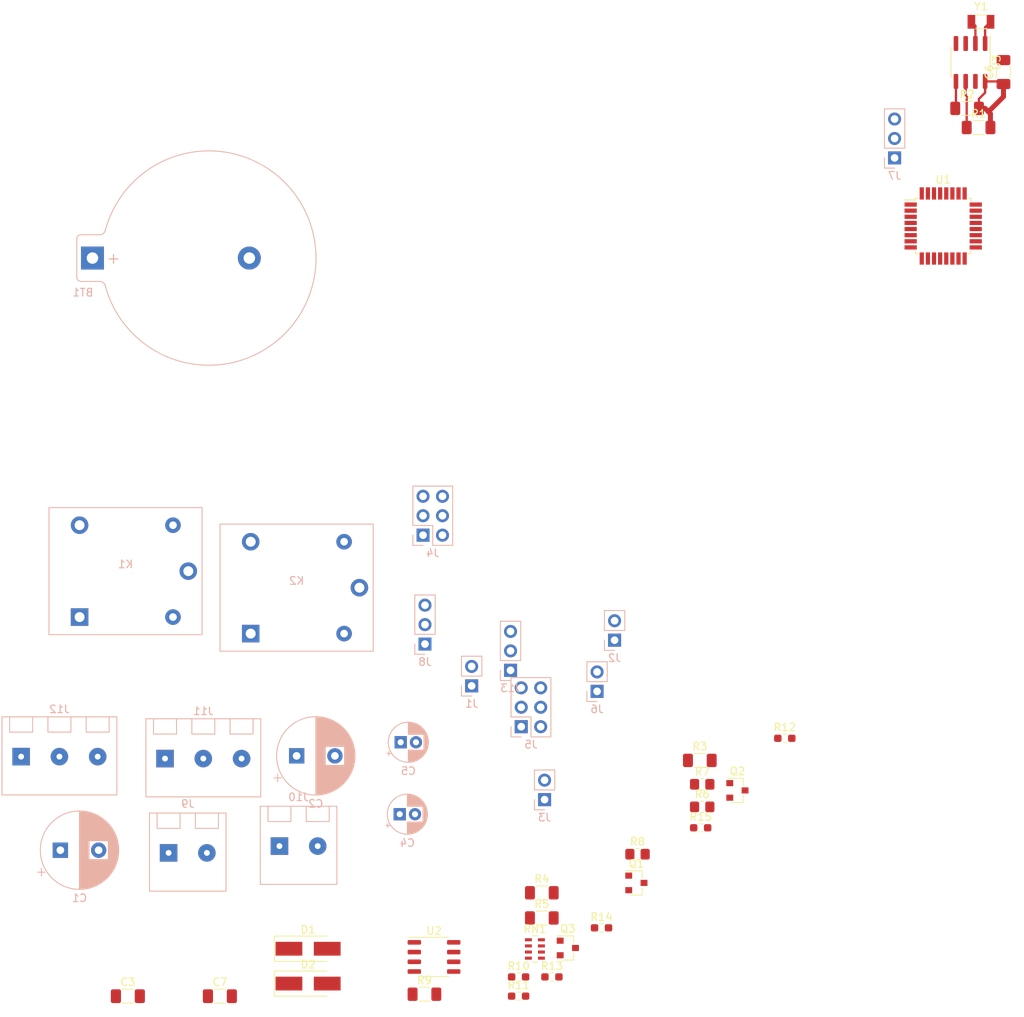
<source format=kicad_pcb>
(kicad_pcb (version 20171130) (host pcbnew 5.1.8)

  (general
    (thickness 1.6)
    (drawings 0)
    (tracks 22)
    (zones 0)
    (modules 48)
    (nets 53)
  )

  (page A4)
  (layers
    (0 F.Cu signal)
    (31 B.Cu signal)
    (33 F.Adhes user)
    (35 F.Paste user)
    (37 F.SilkS user)
    (38 B.Mask user)
    (39 F.Mask user)
    (40 Dwgs.User user)
    (41 Cmts.User user)
    (42 Eco1.User user)
    (43 Eco2.User user)
    (44 Edge.Cuts user)
    (45 Margin user)
    (46 B.CrtYd user)
    (47 F.CrtYd user)
    (49 F.Fab user)
  )

  (setup
    (last_trace_width 0.3)
    (user_trace_width 0.3)
    (user_trace_width 0.65)
    (trace_clearance 0.2)
    (zone_clearance 0.508)
    (zone_45_only no)
    (trace_min 0.3)
    (via_size 1.5)
    (via_drill 1)
    (via_min_size 1.5)
    (via_min_drill 1)
    (uvia_size 0.3)
    (uvia_drill 0.1)
    (uvias_allowed no)
    (uvia_min_size 0.2)
    (uvia_min_drill 0.1)
    (edge_width 0.05)
    (segment_width 0.2)
    (pcb_text_width 0.3)
    (pcb_text_size 1.5 1.5)
    (mod_edge_width 0.12)
    (mod_text_size 1 1)
    (mod_text_width 0.15)
    (pad_size 1.524 1.524)
    (pad_drill 0.762)
    (pad_to_mask_clearance 0)
    (aux_axis_origin 0 0)
    (visible_elements FFFFFF7F)
    (pcbplotparams
      (layerselection 0x010fc_ffffffff)
      (usegerberextensions false)
      (usegerberattributes true)
      (usegerberadvancedattributes true)
      (creategerberjobfile true)
      (excludeedgelayer true)
      (linewidth 0.100000)
      (plotframeref false)
      (viasonmask false)
      (mode 1)
      (useauxorigin false)
      (hpglpennumber 1)
      (hpglpenspeed 20)
      (hpglpendiameter 15.000000)
      (psnegative false)
      (psa4output false)
      (plotreference true)
      (plotvalue true)
      (plotinvisibletext false)
      (padsonsilk false)
      (subtractmaskfromsilk false)
      (outputformat 1)
      (mirror false)
      (drillshape 1)
      (scaleselection 1)
      (outputdirectory ""))
  )

  (net 0 "")
  (net 1 +BATT)
  (net 2 GND)
  (net 3 +5V)
  (net 4 +12V)
  (net 5 "Net-(D1-Pad2)")
  (net 6 "Net-(D2-Pad2)")
  (net 7 FORCE1)
  (net 8 FORCE0)
  (net 9 ENABLE)
  (net 10 RESET)
  (net 11 MOSI)
  (net 12 SCK)
  (net 13 MISO)
  (net 14 FUN)
  (net 15 MCU_RXD)
  (net 16 MCU_TXD)
  (net 17 ONE_WIRE)
  (net 18 220V_N)
  (net 19 220V_PHASE)
  (net 20 "Net-(J11-Pad3)")
  (net 21 "Net-(J11-Pad1)")
  (net 22 "Net-(J12-Pad3)")
  (net 23 "Net-(J12-Pad1)")
  (net 24 SDA)
  (net 25 SCL)
  (net 26 "Net-(Q1-Pad1)")
  (net 27 "Net-(Q2-Pad1)")
  (net 28 "Net-(Q3-Pad1)")
  (net 29 SQW)
  (net 30 "Net-(R6-Pad2)")
  (net 31 DAC)
  (net 32 "Net-(R7-Pad2)")
  (net 33 "Net-(R8-Pad2)")
  (net 34 "Net-(R10-Pad1)")
  (net 35 RELAY0)
  (net 36 RELAY1)
  (net 37 DAC0)
  (net 38 DAC3)
  (net 39 DAC1)
  (net 40 DAC2)
  (net 41 "Net-(U3-Pad2)")
  (net 42 "Net-(U3-Pad1)")
  (net 43 "Net-(J5-Pad2)")
  (net 44 "Net-(U1-Pad22)")
  (net 45 "Net-(U1-Pad19)")
  (net 46 "Net-(U1-Pad14)")
  (net 47 "Net-(U1-Pad12)")
  (net 48 "Net-(U1-Pad2)")
  (net 49 "Net-(U1-Pad1)")
  (net 50 "Net-(U2-Pad7)")
  (net 51 "Net-(U2-Pad6)")
  (net 52 "Net-(U2-Pad5)")

  (net_class Default "This is the default net class."
    (clearance 0.2)
    (trace_width 0.3)
    (via_dia 1.5)
    (via_drill 1)
    (uvia_dia 0.3)
    (uvia_drill 0.1)
    (diff_pair_width 0.3)
    (diff_pair_gap 0.25)
    (add_net +12V)
    (add_net +5V)
    (add_net +BATT)
    (add_net DAC)
    (add_net DAC0)
    (add_net DAC1)
    (add_net DAC2)
    (add_net DAC3)
    (add_net ENABLE)
    (add_net FORCE0)
    (add_net FORCE1)
    (add_net FUN)
    (add_net GND)
    (add_net MCU_RXD)
    (add_net MCU_TXD)
    (add_net MISO)
    (add_net MOSI)
    (add_net "Net-(D1-Pad2)")
    (add_net "Net-(D2-Pad2)")
    (add_net "Net-(J5-Pad2)")
    (add_net "Net-(Q1-Pad1)")
    (add_net "Net-(Q2-Pad1)")
    (add_net "Net-(Q3-Pad1)")
    (add_net "Net-(R10-Pad1)")
    (add_net "Net-(R6-Pad2)")
    (add_net "Net-(R7-Pad2)")
    (add_net "Net-(R8-Pad2)")
    (add_net "Net-(U1-Pad1)")
    (add_net "Net-(U1-Pad12)")
    (add_net "Net-(U1-Pad14)")
    (add_net "Net-(U1-Pad19)")
    (add_net "Net-(U1-Pad2)")
    (add_net "Net-(U1-Pad22)")
    (add_net "Net-(U2-Pad5)")
    (add_net "Net-(U2-Pad6)")
    (add_net "Net-(U2-Pad7)")
    (add_net "Net-(U3-Pad1)")
    (add_net "Net-(U3-Pad2)")
    (add_net ONE_WIRE)
    (add_net RELAY0)
    (add_net RELAY1)
    (add_net RESET)
    (add_net SCK)
    (add_net SCL)
    (add_net SDA)
    (add_net SQW)
  )

  (net_class 220V ""
    (clearance 1)
    (trace_width 1.5)
    (via_dia 1.5)
    (via_drill 1)
    (uvia_dia 0.3)
    (uvia_drill 0.1)
    (diff_pair_width 0.3)
    (diff_pair_gap 0.25)
    (add_net 220V_N)
    (add_net 220V_PHASE)
    (add_net "Net-(J11-Pad1)")
    (add_net "Net-(J11-Pad3)")
    (add_net "Net-(J12-Pad1)")
    (add_net "Net-(J12-Pad3)")
  )

  (module terrarium_control:FC-135 (layer F.Cu) (tedit 5FC2C0DF) (tstamp 5FC4123D)
    (at 143.363 59.69 180)
    (descr Crystal)
    (tags crystal)
    (path /5FBE4344)
    (attr smd)
    (fp_text reference Y1 (at 0 2) (layer F.SilkS)
      (effects (font (size 1 1) (thickness 0.15)))
    )
    (fp_text value 32768Hz (at 0 -1.8) (layer F.Fab)
      (effects (font (size 1 1) (thickness 0.15)))
    )
    (fp_line (start -0.7 -0.9) (end 0.7 -0.9) (layer F.SilkS) (width 0.12))
    (fp_line (start -0.7 0.9) (end 0.7 0.9) (layer F.SilkS) (width 0.12))
    (fp_line (start -1.9 -1.1) (end 1.9 -1.1) (layer F.CrtYd) (width 0.06))
    (fp_line (start 1.9 -1.1) (end 1.9 1.1) (layer F.CrtYd) (width 0.06))
    (fp_line (start 1.9 1.1) (end -1.9 1.1) (layer F.CrtYd) (width 0.06))
    (fp_line (start -1.9 1.1) (end -1.9 -1.1) (layer F.CrtYd) (width 0.06))
    (pad 2 smd rect (at 1.25 0 180) (size 1 1.8) (layers F.Cu F.Paste F.Mask)
      (net 41 "Net-(U3-Pad2)"))
    (pad 1 smd rect (at -1.25 0 180) (size 1 1.8) (layers F.Cu F.Paste F.Mask)
      (net 42 "Net-(U3-Pad1)"))
  )

  (module Package_SO:SOIC-8_3.9x4.9mm_P1.27mm (layer F.Cu) (tedit 5D9F72B1) (tstamp 5FC41231)
    (at 142 65 270)
    (descr "SOIC, 8 Pin (JEDEC MS-012AA, https://www.analog.com/media/en/package-pcb-resources/package/pkg_pdf/soic_narrow-r/r_8.pdf), generated with kicad-footprint-generator ipc_gullwing_generator.py")
    (tags "SOIC SO")
    (path /5FBD73C0)
    (attr smd)
    (fp_text reference U3 (at 0 -3.4 90) (layer F.SilkS)
      (effects (font (size 1 1) (thickness 0.15)))
    )
    (fp_text value DS1307Z+ (at 0 3.4 90) (layer F.Fab)
      (effects (font (size 1 1) (thickness 0.15)))
    )
    (fp_text user %R (at 0 0 90) (layer F.Fab)
      (effects (font (size 0.98 0.98) (thickness 0.15)))
    )
    (fp_line (start 0 2.56) (end 1.95 2.56) (layer F.SilkS) (width 0.12))
    (fp_line (start 0 2.56) (end -1.95 2.56) (layer F.SilkS) (width 0.12))
    (fp_line (start 0 -2.56) (end 1.95 -2.56) (layer F.SilkS) (width 0.12))
    (fp_line (start 0 -2.56) (end -3.45 -2.56) (layer F.SilkS) (width 0.12))
    (fp_line (start -0.975 -2.45) (end 1.95 -2.45) (layer F.Fab) (width 0.1))
    (fp_line (start 1.95 -2.45) (end 1.95 2.45) (layer F.Fab) (width 0.1))
    (fp_line (start 1.95 2.45) (end -1.95 2.45) (layer F.Fab) (width 0.1))
    (fp_line (start -1.95 2.45) (end -1.95 -1.475) (layer F.Fab) (width 0.1))
    (fp_line (start -1.95 -1.475) (end -0.975 -2.45) (layer F.Fab) (width 0.1))
    (fp_line (start -3.7 -2.7) (end -3.7 2.7) (layer F.CrtYd) (width 0.05))
    (fp_line (start -3.7 2.7) (end 3.7 2.7) (layer F.CrtYd) (width 0.05))
    (fp_line (start 3.7 2.7) (end 3.7 -2.7) (layer F.CrtYd) (width 0.05))
    (fp_line (start 3.7 -2.7) (end -3.7 -2.7) (layer F.CrtYd) (width 0.05))
    (pad 8 smd roundrect (at 2.475 -1.905 270) (size 1.95 0.6) (layers F.Cu F.Paste F.Mask) (roundrect_rratio 0.25)
      (net 3 +5V))
    (pad 7 smd roundrect (at 2.475 -0.635 270) (size 1.95 0.6) (layers F.Cu F.Paste F.Mask) (roundrect_rratio 0.25)
      (net 29 SQW))
    (pad 6 smd roundrect (at 2.475 0.635 270) (size 1.95 0.6) (layers F.Cu F.Paste F.Mask) (roundrect_rratio 0.25)
      (net 25 SCL))
    (pad 5 smd roundrect (at 2.475 1.905 270) (size 1.95 0.6) (layers F.Cu F.Paste F.Mask) (roundrect_rratio 0.25)
      (net 24 SDA))
    (pad 4 smd roundrect (at -2.475 1.905 270) (size 1.95 0.6) (layers F.Cu F.Paste F.Mask) (roundrect_rratio 0.25)
      (net 2 GND))
    (pad 3 smd roundrect (at -2.475 0.635 270) (size 1.95 0.6) (layers F.Cu F.Paste F.Mask) (roundrect_rratio 0.25)
      (net 1 +BATT))
    (pad 2 smd roundrect (at -2.475 -0.635 270) (size 1.95 0.6) (layers F.Cu F.Paste F.Mask) (roundrect_rratio 0.25)
      (net 41 "Net-(U3-Pad2)"))
    (pad 1 smd roundrect (at -2.475 -1.905 270) (size 1.95 0.6) (layers F.Cu F.Paste F.Mask) (roundrect_rratio 0.25)
      (net 42 "Net-(U3-Pad1)"))
    (model ${KISYS3DMOD}/Package_SO.3dshapes/SOIC-8_3.9x4.9mm_P1.27mm.wrl
      (at (xyz 0 0 0))
      (scale (xyz 1 1 1))
      (rotate (xyz 0 0 0))
    )
  )

  (module Package_SO:SO-8_3.9x4.9mm_P1.27mm (layer F.Cu) (tedit 5D9F72B1) (tstamp 5FC41217)
    (at 71.92 181.837839)
    (descr "SO, 8 Pin (https://www.nxp.com/docs/en/data-sheet/PCF8523.pdf), generated with kicad-footprint-generator ipc_gullwing_generator.py")
    (tags "SO SO")
    (path /5FC27980)
    (attr smd)
    (fp_text reference U2 (at 0 -3.4) (layer F.SilkS)
      (effects (font (size 1 1) (thickness 0.15)))
    )
    (fp_text value LM358 (at 0 3.4) (layer F.Fab)
      (effects (font (size 1 1) (thickness 0.15)))
    )
    (fp_text user %R (at 0 0) (layer F.Fab)
      (effects (font (size 0.98 0.98) (thickness 0.15)))
    )
    (fp_line (start 0 2.56) (end 1.95 2.56) (layer F.SilkS) (width 0.12))
    (fp_line (start 0 2.56) (end -1.95 2.56) (layer F.SilkS) (width 0.12))
    (fp_line (start 0 -2.56) (end 1.95 -2.56) (layer F.SilkS) (width 0.12))
    (fp_line (start 0 -2.56) (end -3.45 -2.56) (layer F.SilkS) (width 0.12))
    (fp_line (start -0.975 -2.45) (end 1.95 -2.45) (layer F.Fab) (width 0.1))
    (fp_line (start 1.95 -2.45) (end 1.95 2.45) (layer F.Fab) (width 0.1))
    (fp_line (start 1.95 2.45) (end -1.95 2.45) (layer F.Fab) (width 0.1))
    (fp_line (start -1.95 2.45) (end -1.95 -1.475) (layer F.Fab) (width 0.1))
    (fp_line (start -1.95 -1.475) (end -0.975 -2.45) (layer F.Fab) (width 0.1))
    (fp_line (start -3.7 -2.7) (end -3.7 2.7) (layer F.CrtYd) (width 0.05))
    (fp_line (start -3.7 2.7) (end 3.7 2.7) (layer F.CrtYd) (width 0.05))
    (fp_line (start 3.7 2.7) (end 3.7 -2.7) (layer F.CrtYd) (width 0.05))
    (fp_line (start 3.7 -2.7) (end -3.7 -2.7) (layer F.CrtYd) (width 0.05))
    (pad 8 smd roundrect (at 2.575 -1.905) (size 1.75 0.6) (layers F.Cu F.Paste F.Mask) (roundrect_rratio 0.25)
      (net 4 +12V))
    (pad 7 smd roundrect (at 2.575 -0.635) (size 1.75 0.6) (layers F.Cu F.Paste F.Mask) (roundrect_rratio 0.25)
      (net 50 "Net-(U2-Pad7)"))
    (pad 6 smd roundrect (at 2.575 0.635) (size 1.75 0.6) (layers F.Cu F.Paste F.Mask) (roundrect_rratio 0.25)
      (net 51 "Net-(U2-Pad6)"))
    (pad 5 smd roundrect (at 2.575 1.905) (size 1.75 0.6) (layers F.Cu F.Paste F.Mask) (roundrect_rratio 0.25)
      (net 52 "Net-(U2-Pad5)"))
    (pad 4 smd roundrect (at -2.575 1.905) (size 1.75 0.6) (layers F.Cu F.Paste F.Mask) (roundrect_rratio 0.25)
      (net 2 GND))
    (pad 3 smd roundrect (at -2.575 0.635) (size 1.75 0.6) (layers F.Cu F.Paste F.Mask) (roundrect_rratio 0.25)
      (net 31 DAC))
    (pad 2 smd roundrect (at -2.575 -0.635) (size 1.75 0.6) (layers F.Cu F.Paste F.Mask) (roundrect_rratio 0.25)
      (net 34 "Net-(R10-Pad1)"))
    (pad 1 smd roundrect (at -2.575 -1.905) (size 1.75 0.6) (layers F.Cu F.Paste F.Mask) (roundrect_rratio 0.25)
      (net 27 "Net-(Q2-Pad1)"))
    (model ${KISYS3DMOD}/Package_SO.3dshapes/SO-8_3.9x4.9mm_P1.27mm.wrl
      (at (xyz 0 0 0))
      (scale (xyz 1 1 1))
      (rotate (xyz 0 0 0))
    )
  )

  (module Package_QFP:TQFP-32_7x7mm_P0.8mm (layer F.Cu) (tedit 5A02F146) (tstamp 5FC411FD)
    (at 138.43 86.36)
    (descr "32-Lead Plastic Thin Quad Flatpack (PT) - 7x7x1.0 mm Body, 2.00 mm [TQFP] (see Microchip Packaging Specification 00000049BS.pdf)")
    (tags "QFP 0.8")
    (path /5FBD60A4)
    (attr smd)
    (fp_text reference U1 (at 0 -6.05) (layer F.SilkS)
      (effects (font (size 1 1) (thickness 0.15)))
    )
    (fp_text value ATmega88PA-AU (at 0 6.05) (layer F.Fab)
      (effects (font (size 1 1) (thickness 0.15)))
    )
    (fp_text user %R (at 0 0) (layer F.Fab)
      (effects (font (size 1 1) (thickness 0.15)))
    )
    (fp_line (start -2.5 -3.5) (end 3.5 -3.5) (layer F.Fab) (width 0.15))
    (fp_line (start 3.5 -3.5) (end 3.5 3.5) (layer F.Fab) (width 0.15))
    (fp_line (start 3.5 3.5) (end -3.5 3.5) (layer F.Fab) (width 0.15))
    (fp_line (start -3.5 3.5) (end -3.5 -2.5) (layer F.Fab) (width 0.15))
    (fp_line (start -3.5 -2.5) (end -2.5 -3.5) (layer F.Fab) (width 0.15))
    (fp_line (start -5.3 -5.3) (end -5.3 5.3) (layer F.CrtYd) (width 0.05))
    (fp_line (start 5.3 -5.3) (end 5.3 5.3) (layer F.CrtYd) (width 0.05))
    (fp_line (start -5.3 -5.3) (end 5.3 -5.3) (layer F.CrtYd) (width 0.05))
    (fp_line (start -5.3 5.3) (end 5.3 5.3) (layer F.CrtYd) (width 0.05))
    (fp_line (start -3.625 -3.625) (end -3.625 -3.4) (layer F.SilkS) (width 0.15))
    (fp_line (start 3.625 -3.625) (end 3.625 -3.3) (layer F.SilkS) (width 0.15))
    (fp_line (start 3.625 3.625) (end 3.625 3.3) (layer F.SilkS) (width 0.15))
    (fp_line (start -3.625 3.625) (end -3.625 3.3) (layer F.SilkS) (width 0.15))
    (fp_line (start -3.625 -3.625) (end -3.3 -3.625) (layer F.SilkS) (width 0.15))
    (fp_line (start -3.625 3.625) (end -3.3 3.625) (layer F.SilkS) (width 0.15))
    (fp_line (start 3.625 3.625) (end 3.3 3.625) (layer F.SilkS) (width 0.15))
    (fp_line (start 3.625 -3.625) (end 3.3 -3.625) (layer F.SilkS) (width 0.15))
    (fp_line (start -3.625 -3.4) (end -5.05 -3.4) (layer F.SilkS) (width 0.15))
    (pad 32 smd rect (at -2.8 -4.25 90) (size 1.6 0.55) (layers F.Cu F.Paste F.Mask)
      (net 29 SQW))
    (pad 31 smd rect (at -2 -4.25 90) (size 1.6 0.55) (layers F.Cu F.Paste F.Mask)
      (net 16 MCU_TXD))
    (pad 30 smd rect (at -1.2 -4.25 90) (size 1.6 0.55) (layers F.Cu F.Paste F.Mask)
      (net 15 MCU_RXD))
    (pad 29 smd rect (at -0.4 -4.25 90) (size 1.6 0.55) (layers F.Cu F.Paste F.Mask)
      (net 10 RESET))
    (pad 28 smd rect (at 0.4 -4.25 90) (size 1.6 0.55) (layers F.Cu F.Paste F.Mask)
      (net 25 SCL))
    (pad 27 smd rect (at 1.2 -4.25 90) (size 1.6 0.55) (layers F.Cu F.Paste F.Mask)
      (net 24 SDA))
    (pad 26 smd rect (at 2 -4.25 90) (size 1.6 0.55) (layers F.Cu F.Paste F.Mask)
      (net 38 DAC3))
    (pad 25 smd rect (at 2.8 -4.25 90) (size 1.6 0.55) (layers F.Cu F.Paste F.Mask)
      (net 40 DAC2))
    (pad 24 smd rect (at 4.25 -2.8) (size 1.6 0.55) (layers F.Cu F.Paste F.Mask)
      (net 39 DAC1))
    (pad 23 smd rect (at 4.25 -2) (size 1.6 0.55) (layers F.Cu F.Paste F.Mask)
      (net 37 DAC0))
    (pad 22 smd rect (at 4.25 -1.2) (size 1.6 0.55) (layers F.Cu F.Paste F.Mask)
      (net 44 "Net-(U1-Pad22)"))
    (pad 21 smd rect (at 4.25 -0.4) (size 1.6 0.55) (layers F.Cu F.Paste F.Mask)
      (net 2 GND))
    (pad 20 smd rect (at 4.25 0.4) (size 1.6 0.55) (layers F.Cu F.Paste F.Mask)
      (net 3 +5V))
    (pad 19 smd rect (at 4.25 1.2) (size 1.6 0.55) (layers F.Cu F.Paste F.Mask)
      (net 45 "Net-(U1-Pad19)"))
    (pad 18 smd rect (at 4.25 2) (size 1.6 0.55) (layers F.Cu F.Paste F.Mask)
      (net 3 +5V))
    (pad 17 smd rect (at 4.25 2.8) (size 1.6 0.55) (layers F.Cu F.Paste F.Mask)
      (net 12 SCK))
    (pad 16 smd rect (at 2.8 4.25 90) (size 1.6 0.55) (layers F.Cu F.Paste F.Mask)
      (net 13 MISO))
    (pad 15 smd rect (at 2 4.25 90) (size 1.6 0.55) (layers F.Cu F.Paste F.Mask)
      (net 11 MOSI))
    (pad 14 smd rect (at 1.2 4.25 90) (size 1.6 0.55) (layers F.Cu F.Paste F.Mask)
      (net 46 "Net-(U1-Pad14)"))
    (pad 13 smd rect (at 0.4 4.25 90) (size 1.6 0.55) (layers F.Cu F.Paste F.Mask)
      (net 17 ONE_WIRE))
    (pad 12 smd rect (at -0.4 4.25 90) (size 1.6 0.55) (layers F.Cu F.Paste F.Mask)
      (net 47 "Net-(U1-Pad12)"))
    (pad 11 smd rect (at -1.2 4.25 90) (size 1.6 0.55) (layers F.Cu F.Paste F.Mask)
      (net 7 FORCE1))
    (pad 10 smd rect (at -2 4.25 90) (size 1.6 0.55) (layers F.Cu F.Paste F.Mask)
      (net 8 FORCE0))
    (pad 9 smd rect (at -2.8 4.25 90) (size 1.6 0.55) (layers F.Cu F.Paste F.Mask)
      (net 9 ENABLE))
    (pad 8 smd rect (at -4.25 2.8) (size 1.6 0.55) (layers F.Cu F.Paste F.Mask)
      (net 36 RELAY1))
    (pad 7 smd rect (at -4.25 2) (size 1.6 0.55) (layers F.Cu F.Paste F.Mask)
      (net 35 RELAY0))
    (pad 6 smd rect (at -4.25 1.2) (size 1.6 0.55) (layers F.Cu F.Paste F.Mask)
      (net 3 +5V))
    (pad 5 smd rect (at -4.25 0.4) (size 1.6 0.55) (layers F.Cu F.Paste F.Mask)
      (net 2 GND))
    (pad 4 smd rect (at -4.25 -0.4) (size 1.6 0.55) (layers F.Cu F.Paste F.Mask)
      (net 3 +5V))
    (pad 3 smd rect (at -4.25 -1.2) (size 1.6 0.55) (layers F.Cu F.Paste F.Mask)
      (net 2 GND))
    (pad 2 smd rect (at -4.25 -2) (size 1.6 0.55) (layers F.Cu F.Paste F.Mask)
      (net 48 "Net-(U1-Pad2)"))
    (pad 1 smd rect (at -4.25 -2.8) (size 1.6 0.55) (layers F.Cu F.Paste F.Mask)
      (net 49 "Net-(U1-Pad1)"))
    (model ${KISYS3DMOD}/Package_QFP.3dshapes/TQFP-32_7x7mm_P0.8mm.wrl
      (at (xyz 0 0 0))
      (scale (xyz 1 1 1))
      (rotate (xyz 0 0 0))
    )
  )

  (module Resistor_SMD:R_Array_Concave_4x0603 (layer F.Cu) (tedit 58E0A85E) (tstamp 5FC411C6)
    (at 85.1 180.797839)
    (descr "Thick Film Chip Resistor Array, Wave soldering, Vishay CRA06P (see cra06p.pdf)")
    (tags "resistor array")
    (path /5FC0F45F)
    (attr smd)
    (fp_text reference RN1 (at 0 -2.6) (layer F.SilkS)
      (effects (font (size 1 1) (thickness 0.15)))
    )
    (fp_text value 4.7k (at 0 2.6) (layer F.Fab)
      (effects (font (size 1 1) (thickness 0.15)))
    )
    (fp_text user %R (at 0 0 90) (layer F.Fab)
      (effects (font (size 0.5 0.5) (thickness 0.075)))
    )
    (fp_line (start -0.8 -1.6) (end 0.8 -1.6) (layer F.Fab) (width 0.1))
    (fp_line (start 0.8 -1.6) (end 0.8 1.6) (layer F.Fab) (width 0.1))
    (fp_line (start 0.8 1.6) (end -0.8 1.6) (layer F.Fab) (width 0.1))
    (fp_line (start -0.8 1.6) (end -0.8 -1.6) (layer F.Fab) (width 0.1))
    (fp_line (start 0.4 1.72) (end -0.4 1.72) (layer F.SilkS) (width 0.12))
    (fp_line (start 0.4 -1.72) (end -0.4 -1.72) (layer F.SilkS) (width 0.12))
    (fp_line (start -1.55 -1.88) (end 1.55 -1.88) (layer F.CrtYd) (width 0.05))
    (fp_line (start -1.55 -1.88) (end -1.55 1.87) (layer F.CrtYd) (width 0.05))
    (fp_line (start 1.55 1.87) (end 1.55 -1.88) (layer F.CrtYd) (width 0.05))
    (fp_line (start 1.55 1.87) (end -1.55 1.87) (layer F.CrtYd) (width 0.05))
    (pad 5 smd rect (at 0.85 1.2) (size 0.9 0.4) (layers F.Cu F.Paste F.Mask)
      (net 33 "Net-(R8-Pad2)"))
    (pad 6 smd rect (at 0.85 0.4) (size 0.9 0.4) (layers F.Cu F.Paste F.Mask)
      (net 32 "Net-(R7-Pad2)"))
    (pad 7 smd rect (at 0.85 -0.4) (size 0.9 0.4) (layers F.Cu F.Paste F.Mask)
      (net 30 "Net-(R6-Pad2)"))
    (pad 8 smd rect (at 0.85 -1.2) (size 0.9 0.4) (layers F.Cu F.Paste F.Mask)
      (net 31 DAC))
    (pad 4 smd rect (at -0.85 1.2) (size 0.9 0.4) (layers F.Cu F.Paste F.Mask)
      (net 37 DAC0))
    (pad 1 smd rect (at -0.85 -1.2) (size 0.9 0.4) (layers F.Cu F.Paste F.Mask)
      (net 38 DAC3))
    (pad 3 smd rect (at -0.85 0.4) (size 0.9 0.4) (layers F.Cu F.Paste F.Mask)
      (net 39 DAC1))
    (pad 2 smd rect (at -0.85 -0.4) (size 0.9 0.4) (layers F.Cu F.Paste F.Mask)
      (net 40 DAC2))
    (model ${KISYS3DMOD}/Resistor_SMD.3dshapes/R_Array_Concave_4x0603.wrl
      (at (xyz 0 0 0))
      (scale (xyz 1 1 1))
      (rotate (xyz 0 0 0))
    )
  )

  (module Resistor_SMD:R_0603_1608Metric_Pad0.98x0.95mm_HandSolder (layer F.Cu) (tedit 5F68FEEE) (tstamp 5FC411AF)
    (at 106.75 164.967839)
    (descr "Resistor SMD 0603 (1608 Metric), square (rectangular) end terminal, IPC_7351 nominal with elongated pad for handsoldering. (Body size source: IPC-SM-782 page 72, https://www.pcb-3d.com/wordpress/wp-content/uploads/ipc-sm-782a_amendment_1_and_2.pdf), generated with kicad-footprint-generator")
    (tags "resistor handsolder")
    (path /5FC31CB9)
    (attr smd)
    (fp_text reference R15 (at 0 -1.43) (layer F.SilkS)
      (effects (font (size 1 1) (thickness 0.15)))
    )
    (fp_text value 9.1k (at 0 1.43) (layer F.Fab)
      (effects (font (size 1 1) (thickness 0.15)))
    )
    (fp_text user %R (at 0 0) (layer F.Fab)
      (effects (font (size 0.4 0.4) (thickness 0.06)))
    )
    (fp_line (start -0.8 0.4125) (end -0.8 -0.4125) (layer F.Fab) (width 0.1))
    (fp_line (start -0.8 -0.4125) (end 0.8 -0.4125) (layer F.Fab) (width 0.1))
    (fp_line (start 0.8 -0.4125) (end 0.8 0.4125) (layer F.Fab) (width 0.1))
    (fp_line (start 0.8 0.4125) (end -0.8 0.4125) (layer F.Fab) (width 0.1))
    (fp_line (start -0.254724 -0.5225) (end 0.254724 -0.5225) (layer F.SilkS) (width 0.12))
    (fp_line (start -0.254724 0.5225) (end 0.254724 0.5225) (layer F.SilkS) (width 0.12))
    (fp_line (start -1.65 0.73) (end -1.65 -0.73) (layer F.CrtYd) (width 0.05))
    (fp_line (start -1.65 -0.73) (end 1.65 -0.73) (layer F.CrtYd) (width 0.05))
    (fp_line (start 1.65 -0.73) (end 1.65 0.73) (layer F.CrtYd) (width 0.05))
    (fp_line (start 1.65 0.73) (end -1.65 0.73) (layer F.CrtYd) (width 0.05))
    (pad 2 smd roundrect (at 0.9125 0) (size 0.975 0.95) (layers F.Cu F.Paste F.Mask) (roundrect_rratio 0.25)
      (net 28 "Net-(Q3-Pad1)"))
    (pad 1 smd roundrect (at -0.9125 0) (size 0.975 0.95) (layers F.Cu F.Paste F.Mask) (roundrect_rratio 0.25)
      (net 2 GND))
    (model ${KISYS3DMOD}/Resistor_SMD.3dshapes/R_0603_1608Metric.wrl
      (at (xyz 0 0 0))
      (scale (xyz 1 1 1))
      (rotate (xyz 0 0 0))
    )
  )

  (module Resistor_SMD:R_0603_1608Metric_Pad0.98x0.95mm_HandSolder (layer F.Cu) (tedit 5F68FEEE) (tstamp 5FC4119E)
    (at 93.8 178.037839)
    (descr "Resistor SMD 0603 (1608 Metric), square (rectangular) end terminal, IPC_7351 nominal with elongated pad for handsoldering. (Body size source: IPC-SM-782 page 72, https://www.pcb-3d.com/wordpress/wp-content/uploads/ipc-sm-782a_amendment_1_and_2.pdf), generated with kicad-footprint-generator")
    (tags "resistor handsolder")
    (path /5FC31CC3)
    (attr smd)
    (fp_text reference R14 (at 0 -1.43) (layer F.SilkS)
      (effects (font (size 1 1) (thickness 0.15)))
    )
    (fp_text value 910 (at 0 1.43) (layer F.Fab)
      (effects (font (size 1 1) (thickness 0.15)))
    )
    (fp_text user %R (at 0 0) (layer F.Fab)
      (effects (font (size 0.4 0.4) (thickness 0.06)))
    )
    (fp_line (start -0.8 0.4125) (end -0.8 -0.4125) (layer F.Fab) (width 0.1))
    (fp_line (start -0.8 -0.4125) (end 0.8 -0.4125) (layer F.Fab) (width 0.1))
    (fp_line (start 0.8 -0.4125) (end 0.8 0.4125) (layer F.Fab) (width 0.1))
    (fp_line (start 0.8 0.4125) (end -0.8 0.4125) (layer F.Fab) (width 0.1))
    (fp_line (start -0.254724 -0.5225) (end 0.254724 -0.5225) (layer F.SilkS) (width 0.12))
    (fp_line (start -0.254724 0.5225) (end 0.254724 0.5225) (layer F.SilkS) (width 0.12))
    (fp_line (start -1.65 0.73) (end -1.65 -0.73) (layer F.CrtYd) (width 0.05))
    (fp_line (start -1.65 -0.73) (end 1.65 -0.73) (layer F.CrtYd) (width 0.05))
    (fp_line (start 1.65 -0.73) (end 1.65 0.73) (layer F.CrtYd) (width 0.05))
    (fp_line (start 1.65 0.73) (end -1.65 0.73) (layer F.CrtYd) (width 0.05))
    (pad 2 smd roundrect (at 0.9125 0) (size 0.975 0.95) (layers F.Cu F.Paste F.Mask) (roundrect_rratio 0.25)
      (net 28 "Net-(Q3-Pad1)"))
    (pad 1 smd roundrect (at -0.9125 0) (size 0.975 0.95) (layers F.Cu F.Paste F.Mask) (roundrect_rratio 0.25)
      (net 36 RELAY1))
    (model ${KISYS3DMOD}/Resistor_SMD.3dshapes/R_0603_1608Metric.wrl
      (at (xyz 0 0 0))
      (scale (xyz 1 1 1))
      (rotate (xyz 0 0 0))
    )
  )

  (module Resistor_SMD:R_0603_1608Metric_Pad0.98x0.95mm_HandSolder (layer F.Cu) (tedit 5F68FEEE) (tstamp 5FC4118D)
    (at 87.32 184.447839)
    (descr "Resistor SMD 0603 (1608 Metric), square (rectangular) end terminal, IPC_7351 nominal with elongated pad for handsoldering. (Body size source: IPC-SM-782 page 72, https://www.pcb-3d.com/wordpress/wp-content/uploads/ipc-sm-782a_amendment_1_and_2.pdf), generated with kicad-footprint-generator")
    (tags "resistor handsolder")
    (path /5FC54126)
    (attr smd)
    (fp_text reference R13 (at 0 -1.43) (layer F.SilkS)
      (effects (font (size 1 1) (thickness 0.15)))
    )
    (fp_text value 51k (at 0 1.43) (layer F.Fab)
      (effects (font (size 1 1) (thickness 0.15)))
    )
    (fp_text user %R (at 0 0) (layer F.Fab)
      (effects (font (size 0.4 0.4) (thickness 0.06)))
    )
    (fp_line (start -0.8 0.4125) (end -0.8 -0.4125) (layer F.Fab) (width 0.1))
    (fp_line (start -0.8 -0.4125) (end 0.8 -0.4125) (layer F.Fab) (width 0.1))
    (fp_line (start 0.8 -0.4125) (end 0.8 0.4125) (layer F.Fab) (width 0.1))
    (fp_line (start 0.8 0.4125) (end -0.8 0.4125) (layer F.Fab) (width 0.1))
    (fp_line (start -0.254724 -0.5225) (end 0.254724 -0.5225) (layer F.SilkS) (width 0.12))
    (fp_line (start -0.254724 0.5225) (end 0.254724 0.5225) (layer F.SilkS) (width 0.12))
    (fp_line (start -1.65 0.73) (end -1.65 -0.73) (layer F.CrtYd) (width 0.05))
    (fp_line (start -1.65 -0.73) (end 1.65 -0.73) (layer F.CrtYd) (width 0.05))
    (fp_line (start 1.65 -0.73) (end 1.65 0.73) (layer F.CrtYd) (width 0.05))
    (fp_line (start 1.65 0.73) (end -1.65 0.73) (layer F.CrtYd) (width 0.05))
    (pad 2 smd roundrect (at 0.9125 0) (size 0.975 0.95) (layers F.Cu F.Paste F.Mask) (roundrect_rratio 0.25)
      (net 14 FUN))
    (pad 1 smd roundrect (at -0.9125 0) (size 0.975 0.95) (layers F.Cu F.Paste F.Mask) (roundrect_rratio 0.25)
      (net 34 "Net-(R10-Pad1)"))
    (model ${KISYS3DMOD}/Resistor_SMD.3dshapes/R_0603_1608Metric.wrl
      (at (xyz 0 0 0))
      (scale (xyz 1 1 1))
      (rotate (xyz 0 0 0))
    )
  )

  (module Resistor_SMD:R_0603_1608Metric_Pad0.98x0.95mm_HandSolder (layer F.Cu) (tedit 5F68FEEE) (tstamp 5FC4117C)
    (at 117.74 153.277839)
    (descr "Resistor SMD 0603 (1608 Metric), square (rectangular) end terminal, IPC_7351 nominal with elongated pad for handsoldering. (Body size source: IPC-SM-782 page 72, https://www.pcb-3d.com/wordpress/wp-content/uploads/ipc-sm-782a_amendment_1_and_2.pdf), generated with kicad-footprint-generator")
    (tags "resistor handsolder")
    (path /5FC2B8FF)
    (attr smd)
    (fp_text reference R12 (at 0 -1.43) (layer F.SilkS)
      (effects (font (size 1 1) (thickness 0.15)))
    )
    (fp_text value 9.1k (at 0 1.43) (layer F.Fab)
      (effects (font (size 1 1) (thickness 0.15)))
    )
    (fp_text user %R (at 0 0) (layer F.Fab)
      (effects (font (size 0.4 0.4) (thickness 0.06)))
    )
    (fp_line (start -0.8 0.4125) (end -0.8 -0.4125) (layer F.Fab) (width 0.1))
    (fp_line (start -0.8 -0.4125) (end 0.8 -0.4125) (layer F.Fab) (width 0.1))
    (fp_line (start 0.8 -0.4125) (end 0.8 0.4125) (layer F.Fab) (width 0.1))
    (fp_line (start 0.8 0.4125) (end -0.8 0.4125) (layer F.Fab) (width 0.1))
    (fp_line (start -0.254724 -0.5225) (end 0.254724 -0.5225) (layer F.SilkS) (width 0.12))
    (fp_line (start -0.254724 0.5225) (end 0.254724 0.5225) (layer F.SilkS) (width 0.12))
    (fp_line (start -1.65 0.73) (end -1.65 -0.73) (layer F.CrtYd) (width 0.05))
    (fp_line (start -1.65 -0.73) (end 1.65 -0.73) (layer F.CrtYd) (width 0.05))
    (fp_line (start 1.65 -0.73) (end 1.65 0.73) (layer F.CrtYd) (width 0.05))
    (fp_line (start 1.65 0.73) (end -1.65 0.73) (layer F.CrtYd) (width 0.05))
    (pad 2 smd roundrect (at 0.9125 0) (size 0.975 0.95) (layers F.Cu F.Paste F.Mask) (roundrect_rratio 0.25)
      (net 26 "Net-(Q1-Pad1)"))
    (pad 1 smd roundrect (at -0.9125 0) (size 0.975 0.95) (layers F.Cu F.Paste F.Mask) (roundrect_rratio 0.25)
      (net 2 GND))
    (model ${KISYS3DMOD}/Resistor_SMD.3dshapes/R_0603_1608Metric.wrl
      (at (xyz 0 0 0))
      (scale (xyz 1 1 1))
      (rotate (xyz 0 0 0))
    )
  )

  (module Resistor_SMD:R_0603_1608Metric_Pad0.98x0.95mm_HandSolder (layer F.Cu) (tedit 5F68FEEE) (tstamp 5FC4116B)
    (at 82.97 186.957839)
    (descr "Resistor SMD 0603 (1608 Metric), square (rectangular) end terminal, IPC_7351 nominal with elongated pad for handsoldering. (Body size source: IPC-SM-782 page 72, https://www.pcb-3d.com/wordpress/wp-content/uploads/ipc-sm-782a_amendment_1_and_2.pdf), generated with kicad-footprint-generator")
    (tags "resistor handsolder")
    (path /5FC39C25)
    (attr smd)
    (fp_text reference R11 (at 0 -1.43) (layer F.SilkS)
      (effects (font (size 1 1) (thickness 0.15)))
    )
    (fp_text value 910 (at 0 1.43) (layer F.Fab)
      (effects (font (size 1 1) (thickness 0.15)))
    )
    (fp_text user %R (at 0 0) (layer F.Fab)
      (effects (font (size 0.4 0.4) (thickness 0.06)))
    )
    (fp_line (start -0.8 0.4125) (end -0.8 -0.4125) (layer F.Fab) (width 0.1))
    (fp_line (start -0.8 -0.4125) (end 0.8 -0.4125) (layer F.Fab) (width 0.1))
    (fp_line (start 0.8 -0.4125) (end 0.8 0.4125) (layer F.Fab) (width 0.1))
    (fp_line (start 0.8 0.4125) (end -0.8 0.4125) (layer F.Fab) (width 0.1))
    (fp_line (start -0.254724 -0.5225) (end 0.254724 -0.5225) (layer F.SilkS) (width 0.12))
    (fp_line (start -0.254724 0.5225) (end 0.254724 0.5225) (layer F.SilkS) (width 0.12))
    (fp_line (start -1.65 0.73) (end -1.65 -0.73) (layer F.CrtYd) (width 0.05))
    (fp_line (start -1.65 -0.73) (end 1.65 -0.73) (layer F.CrtYd) (width 0.05))
    (fp_line (start 1.65 -0.73) (end 1.65 0.73) (layer F.CrtYd) (width 0.05))
    (fp_line (start 1.65 0.73) (end -1.65 0.73) (layer F.CrtYd) (width 0.05))
    (pad 2 smd roundrect (at 0.9125 0) (size 0.975 0.95) (layers F.Cu F.Paste F.Mask) (roundrect_rratio 0.25)
      (net 26 "Net-(Q1-Pad1)"))
    (pad 1 smd roundrect (at -0.9125 0) (size 0.975 0.95) (layers F.Cu F.Paste F.Mask) (roundrect_rratio 0.25)
      (net 35 RELAY0))
    (model ${KISYS3DMOD}/Resistor_SMD.3dshapes/R_0603_1608Metric.wrl
      (at (xyz 0 0 0))
      (scale (xyz 1 1 1))
      (rotate (xyz 0 0 0))
    )
  )

  (module Resistor_SMD:R_0603_1608Metric_Pad0.98x0.95mm_HandSolder (layer F.Cu) (tedit 5F68FEEE) (tstamp 5FC4115A)
    (at 82.97 184.447839)
    (descr "Resistor SMD 0603 (1608 Metric), square (rectangular) end terminal, IPC_7351 nominal with elongated pad for handsoldering. (Body size source: IPC-SM-782 page 72, https://www.pcb-3d.com/wordpress/wp-content/uploads/ipc-sm-782a_amendment_1_and_2.pdf), generated with kicad-footprint-generator")
    (tags "resistor handsolder")
    (path /5FC5260A)
    (attr smd)
    (fp_text reference R10 (at 0 -1.43) (layer F.SilkS)
      (effects (font (size 1 1) (thickness 0.15)))
    )
    (fp_text value 33k (at 0 1.43) (layer F.Fab)
      (effects (font (size 1 1) (thickness 0.15)))
    )
    (fp_text user %R (at 0 0) (layer F.Fab)
      (effects (font (size 0.4 0.4) (thickness 0.06)))
    )
    (fp_line (start -0.8 0.4125) (end -0.8 -0.4125) (layer F.Fab) (width 0.1))
    (fp_line (start -0.8 -0.4125) (end 0.8 -0.4125) (layer F.Fab) (width 0.1))
    (fp_line (start 0.8 -0.4125) (end 0.8 0.4125) (layer F.Fab) (width 0.1))
    (fp_line (start 0.8 0.4125) (end -0.8 0.4125) (layer F.Fab) (width 0.1))
    (fp_line (start -0.254724 -0.5225) (end 0.254724 -0.5225) (layer F.SilkS) (width 0.12))
    (fp_line (start -0.254724 0.5225) (end 0.254724 0.5225) (layer F.SilkS) (width 0.12))
    (fp_line (start -1.65 0.73) (end -1.65 -0.73) (layer F.CrtYd) (width 0.05))
    (fp_line (start -1.65 -0.73) (end 1.65 -0.73) (layer F.CrtYd) (width 0.05))
    (fp_line (start 1.65 -0.73) (end 1.65 0.73) (layer F.CrtYd) (width 0.05))
    (fp_line (start 1.65 0.73) (end -1.65 0.73) (layer F.CrtYd) (width 0.05))
    (pad 2 smd roundrect (at 0.9125 0) (size 0.975 0.95) (layers F.Cu F.Paste F.Mask) (roundrect_rratio 0.25)
      (net 2 GND))
    (pad 1 smd roundrect (at -0.9125 0) (size 0.975 0.95) (layers F.Cu F.Paste F.Mask) (roundrect_rratio 0.25)
      (net 34 "Net-(R10-Pad1)"))
    (model ${KISYS3DMOD}/Resistor_SMD.3dshapes/R_0603_1608Metric.wrl
      (at (xyz 0 0 0))
      (scale (xyz 1 1 1))
      (rotate (xyz 0 0 0))
    )
  )

  (module Resistor_SMD:R_1206_3216Metric_Pad1.30x1.75mm_HandSolder (layer F.Cu) (tedit 5F68FEEE) (tstamp 5FC41149)
    (at 70.67 186.707839)
    (descr "Resistor SMD 1206 (3216 Metric), square (rectangular) end terminal, IPC_7351 nominal with elongated pad for handsoldering. (Body size source: IPC-SM-782 page 72, https://www.pcb-3d.com/wordpress/wp-content/uploads/ipc-sm-782a_amendment_1_and_2.pdf), generated with kicad-footprint-generator")
    (tags "resistor handsolder")
    (path /5FC192AD)
    (attr smd)
    (fp_text reference R9 (at 0 -1.82) (layer F.SilkS)
      (effects (font (size 1 1) (thickness 0.15)))
    )
    (fp_text value 4.7k (at 0 1.82) (layer F.Fab)
      (effects (font (size 1 1) (thickness 0.15)))
    )
    (fp_text user %R (at 0 0) (layer F.Fab)
      (effects (font (size 0.8 0.8) (thickness 0.12)))
    )
    (fp_line (start -1.6 0.8) (end -1.6 -0.8) (layer F.Fab) (width 0.1))
    (fp_line (start -1.6 -0.8) (end 1.6 -0.8) (layer F.Fab) (width 0.1))
    (fp_line (start 1.6 -0.8) (end 1.6 0.8) (layer F.Fab) (width 0.1))
    (fp_line (start 1.6 0.8) (end -1.6 0.8) (layer F.Fab) (width 0.1))
    (fp_line (start -0.727064 -0.91) (end 0.727064 -0.91) (layer F.SilkS) (width 0.12))
    (fp_line (start -0.727064 0.91) (end 0.727064 0.91) (layer F.SilkS) (width 0.12))
    (fp_line (start -2.45 1.12) (end -2.45 -1.12) (layer F.CrtYd) (width 0.05))
    (fp_line (start -2.45 -1.12) (end 2.45 -1.12) (layer F.CrtYd) (width 0.05))
    (fp_line (start 2.45 -1.12) (end 2.45 1.12) (layer F.CrtYd) (width 0.05))
    (fp_line (start 2.45 1.12) (end -2.45 1.12) (layer F.CrtYd) (width 0.05))
    (pad 2 smd roundrect (at 1.55 0) (size 1.3 1.75) (layers F.Cu F.Paste F.Mask) (roundrect_rratio 0.192308)
      (net 2 GND))
    (pad 1 smd roundrect (at -1.55 0) (size 1.3 1.75) (layers F.Cu F.Paste F.Mask) (roundrect_rratio 0.192308)
      (net 33 "Net-(R8-Pad2)"))
    (model ${KISYS3DMOD}/Resistor_SMD.3dshapes/R_1206_3216Metric.wrl
      (at (xyz 0 0 0))
      (scale (xyz 1 1 1))
      (rotate (xyz 0 0 0))
    )
  )

  (module Resistor_SMD:R_0805_2012Metric_Pad1.20x1.40mm_HandSolder (layer F.Cu) (tedit 5F68FEEE) (tstamp 5FC41138)
    (at 98.5 168.417839)
    (descr "Resistor SMD 0805 (2012 Metric), square (rectangular) end terminal, IPC_7351 nominal with elongated pad for handsoldering. (Body size source: IPC-SM-782 page 72, https://www.pcb-3d.com/wordpress/wp-content/uploads/ipc-sm-782a_amendment_1_and_2.pdf), generated with kicad-footprint-generator")
    (tags "resistor handsolder")
    (path /5FC1900A)
    (attr smd)
    (fp_text reference R8 (at 0 -1.65) (layer F.SilkS)
      (effects (font (size 1 1) (thickness 0.15)))
    )
    (fp_text value 2.2k (at 0 1.65) (layer F.Fab)
      (effects (font (size 1 1) (thickness 0.15)))
    )
    (fp_text user %R (at 0 0) (layer F.Fab)
      (effects (font (size 0.5 0.5) (thickness 0.08)))
    )
    (fp_line (start -1 0.625) (end -1 -0.625) (layer F.Fab) (width 0.1))
    (fp_line (start -1 -0.625) (end 1 -0.625) (layer F.Fab) (width 0.1))
    (fp_line (start 1 -0.625) (end 1 0.625) (layer F.Fab) (width 0.1))
    (fp_line (start 1 0.625) (end -1 0.625) (layer F.Fab) (width 0.1))
    (fp_line (start -0.227064 -0.735) (end 0.227064 -0.735) (layer F.SilkS) (width 0.12))
    (fp_line (start -0.227064 0.735) (end 0.227064 0.735) (layer F.SilkS) (width 0.12))
    (fp_line (start -1.85 0.95) (end -1.85 -0.95) (layer F.CrtYd) (width 0.05))
    (fp_line (start -1.85 -0.95) (end 1.85 -0.95) (layer F.CrtYd) (width 0.05))
    (fp_line (start 1.85 -0.95) (end 1.85 0.95) (layer F.CrtYd) (width 0.05))
    (fp_line (start 1.85 0.95) (end -1.85 0.95) (layer F.CrtYd) (width 0.05))
    (pad 2 smd roundrect (at 1 0) (size 1.2 1.4) (layers F.Cu F.Paste F.Mask) (roundrect_rratio 0.208333)
      (net 33 "Net-(R8-Pad2)"))
    (pad 1 smd roundrect (at -1 0) (size 1.2 1.4) (layers F.Cu F.Paste F.Mask) (roundrect_rratio 0.208333)
      (net 32 "Net-(R7-Pad2)"))
    (model ${KISYS3DMOD}/Resistor_SMD.3dshapes/R_0805_2012Metric.wrl
      (at (xyz 0 0 0))
      (scale (xyz 1 1 1))
      (rotate (xyz 0 0 0))
    )
  )

  (module Resistor_SMD:R_0805_2012Metric_Pad1.20x1.40mm_HandSolder (layer F.Cu) (tedit 5F68FEEE) (tstamp 5FC41127)
    (at 106.95 159.287839)
    (descr "Resistor SMD 0805 (2012 Metric), square (rectangular) end terminal, IPC_7351 nominal with elongated pad for handsoldering. (Body size source: IPC-SM-782 page 72, https://www.pcb-3d.com/wordpress/wp-content/uploads/ipc-sm-782a_amendment_1_and_2.pdf), generated with kicad-footprint-generator")
    (tags "resistor handsolder")
    (path /5FC18D02)
    (attr smd)
    (fp_text reference R7 (at 0 -1.65) (layer F.SilkS)
      (effects (font (size 1 1) (thickness 0.15)))
    )
    (fp_text value 2.2k (at 0 1.65) (layer F.Fab)
      (effects (font (size 1 1) (thickness 0.15)))
    )
    (fp_text user %R (at 0 0) (layer F.Fab)
      (effects (font (size 0.5 0.5) (thickness 0.08)))
    )
    (fp_line (start -1 0.625) (end -1 -0.625) (layer F.Fab) (width 0.1))
    (fp_line (start -1 -0.625) (end 1 -0.625) (layer F.Fab) (width 0.1))
    (fp_line (start 1 -0.625) (end 1 0.625) (layer F.Fab) (width 0.1))
    (fp_line (start 1 0.625) (end -1 0.625) (layer F.Fab) (width 0.1))
    (fp_line (start -0.227064 -0.735) (end 0.227064 -0.735) (layer F.SilkS) (width 0.12))
    (fp_line (start -0.227064 0.735) (end 0.227064 0.735) (layer F.SilkS) (width 0.12))
    (fp_line (start -1.85 0.95) (end -1.85 -0.95) (layer F.CrtYd) (width 0.05))
    (fp_line (start -1.85 -0.95) (end 1.85 -0.95) (layer F.CrtYd) (width 0.05))
    (fp_line (start 1.85 -0.95) (end 1.85 0.95) (layer F.CrtYd) (width 0.05))
    (fp_line (start 1.85 0.95) (end -1.85 0.95) (layer F.CrtYd) (width 0.05))
    (pad 2 smd roundrect (at 1 0) (size 1.2 1.4) (layers F.Cu F.Paste F.Mask) (roundrect_rratio 0.208333)
      (net 32 "Net-(R7-Pad2)"))
    (pad 1 smd roundrect (at -1 0) (size 1.2 1.4) (layers F.Cu F.Paste F.Mask) (roundrect_rratio 0.208333)
      (net 30 "Net-(R6-Pad2)"))
    (model ${KISYS3DMOD}/Resistor_SMD.3dshapes/R_0805_2012Metric.wrl
      (at (xyz 0 0 0))
      (scale (xyz 1 1 1))
      (rotate (xyz 0 0 0))
    )
  )

  (module Resistor_SMD:R_0805_2012Metric_Pad1.20x1.40mm_HandSolder (layer F.Cu) (tedit 5F68FEEE) (tstamp 5FC41116)
    (at 106.95 162.237839)
    (descr "Resistor SMD 0805 (2012 Metric), square (rectangular) end terminal, IPC_7351 nominal with elongated pad for handsoldering. (Body size source: IPC-SM-782 page 72, https://www.pcb-3d.com/wordpress/wp-content/uploads/ipc-sm-782a_amendment_1_and_2.pdf), generated with kicad-footprint-generator")
    (tags "resistor handsolder")
    (path /5FC18B29)
    (attr smd)
    (fp_text reference R6 (at 0 -1.65) (layer F.SilkS)
      (effects (font (size 1 1) (thickness 0.15)))
    )
    (fp_text value 2.2k (at 0 1.65) (layer F.Fab)
      (effects (font (size 1 1) (thickness 0.15)))
    )
    (fp_text user %R (at 0 0) (layer F.Fab)
      (effects (font (size 0.5 0.5) (thickness 0.08)))
    )
    (fp_line (start -1 0.625) (end -1 -0.625) (layer F.Fab) (width 0.1))
    (fp_line (start -1 -0.625) (end 1 -0.625) (layer F.Fab) (width 0.1))
    (fp_line (start 1 -0.625) (end 1 0.625) (layer F.Fab) (width 0.1))
    (fp_line (start 1 0.625) (end -1 0.625) (layer F.Fab) (width 0.1))
    (fp_line (start -0.227064 -0.735) (end 0.227064 -0.735) (layer F.SilkS) (width 0.12))
    (fp_line (start -0.227064 0.735) (end 0.227064 0.735) (layer F.SilkS) (width 0.12))
    (fp_line (start -1.85 0.95) (end -1.85 -0.95) (layer F.CrtYd) (width 0.05))
    (fp_line (start -1.85 -0.95) (end 1.85 -0.95) (layer F.CrtYd) (width 0.05))
    (fp_line (start 1.85 -0.95) (end 1.85 0.95) (layer F.CrtYd) (width 0.05))
    (fp_line (start 1.85 0.95) (end -1.85 0.95) (layer F.CrtYd) (width 0.05))
    (pad 2 smd roundrect (at 1 0) (size 1.2 1.4) (layers F.Cu F.Paste F.Mask) (roundrect_rratio 0.208333)
      (net 30 "Net-(R6-Pad2)"))
    (pad 1 smd roundrect (at -1 0) (size 1.2 1.4) (layers F.Cu F.Paste F.Mask) (roundrect_rratio 0.208333)
      (net 31 DAC))
    (model ${KISYS3DMOD}/Resistor_SMD.3dshapes/R_0805_2012Metric.wrl
      (at (xyz 0 0 0))
      (scale (xyz 1 1 1))
      (rotate (xyz 0 0 0))
    )
  )

  (module Resistor_SMD:R_1206_3216Metric_Pad1.30x1.75mm_HandSolder (layer F.Cu) (tedit 5F68FEEE) (tstamp 5FC41105)
    (at 86 176.747839)
    (descr "Resistor SMD 1206 (3216 Metric), square (rectangular) end terminal, IPC_7351 nominal with elongated pad for handsoldering. (Body size source: IPC-SM-782 page 72, https://www.pcb-3d.com/wordpress/wp-content/uploads/ipc-sm-782a_amendment_1_and_2.pdf), generated with kicad-footprint-generator")
    (tags "resistor handsolder")
    (path /5FC0402F)
    (attr smd)
    (fp_text reference R5 (at 0 -1.82) (layer F.SilkS)
      (effects (font (size 1 1) (thickness 0.15)))
    )
    (fp_text value 4.7k (at 0 1.82) (layer F.Fab)
      (effects (font (size 1 1) (thickness 0.15)))
    )
    (fp_text user %R (at 0 0) (layer F.Fab)
      (effects (font (size 0.8 0.8) (thickness 0.12)))
    )
    (fp_line (start -1.6 0.8) (end -1.6 -0.8) (layer F.Fab) (width 0.1))
    (fp_line (start -1.6 -0.8) (end 1.6 -0.8) (layer F.Fab) (width 0.1))
    (fp_line (start 1.6 -0.8) (end 1.6 0.8) (layer F.Fab) (width 0.1))
    (fp_line (start 1.6 0.8) (end -1.6 0.8) (layer F.Fab) (width 0.1))
    (fp_line (start -0.727064 -0.91) (end 0.727064 -0.91) (layer F.SilkS) (width 0.12))
    (fp_line (start -0.727064 0.91) (end 0.727064 0.91) (layer F.SilkS) (width 0.12))
    (fp_line (start -2.45 1.12) (end -2.45 -1.12) (layer F.CrtYd) (width 0.05))
    (fp_line (start -2.45 -1.12) (end 2.45 -1.12) (layer F.CrtYd) (width 0.05))
    (fp_line (start 2.45 -1.12) (end 2.45 1.12) (layer F.CrtYd) (width 0.05))
    (fp_line (start 2.45 1.12) (end -2.45 1.12) (layer F.CrtYd) (width 0.05))
    (pad 2 smd roundrect (at 1.55 0) (size 1.3 1.75) (layers F.Cu F.Paste F.Mask) (roundrect_rratio 0.192308)
      (net 3 +5V))
    (pad 1 smd roundrect (at -1.55 0) (size 1.3 1.75) (layers F.Cu F.Paste F.Mask) (roundrect_rratio 0.192308)
      (net 29 SQW))
    (model ${KISYS3DMOD}/Resistor_SMD.3dshapes/R_1206_3216Metric.wrl
      (at (xyz 0 0 0))
      (scale (xyz 1 1 1))
      (rotate (xyz 0 0 0))
    )
  )

  (module Resistor_SMD:R_1206_3216Metric_Pad1.30x1.75mm_HandSolder (layer F.Cu) (tedit 5F68FEEE) (tstamp 5FC410F4)
    (at 86 173.457839)
    (descr "Resistor SMD 1206 (3216 Metric), square (rectangular) end terminal, IPC_7351 nominal with elongated pad for handsoldering. (Body size source: IPC-SM-782 page 72, https://www.pcb-3d.com/wordpress/wp-content/uploads/ipc-sm-782a_amendment_1_and_2.pdf), generated with kicad-footprint-generator")
    (tags "resistor handsolder")
    (path /5FC013B1)
    (attr smd)
    (fp_text reference R4 (at 0 -1.82) (layer F.SilkS)
      (effects (font (size 1 1) (thickness 0.15)))
    )
    (fp_text value 4.7k (at 0 1.82) (layer F.Fab)
      (effects (font (size 1 1) (thickness 0.15)))
    )
    (fp_text user %R (at 0 0) (layer F.Fab)
      (effects (font (size 0.8 0.8) (thickness 0.12)))
    )
    (fp_line (start -1.6 0.8) (end -1.6 -0.8) (layer F.Fab) (width 0.1))
    (fp_line (start -1.6 -0.8) (end 1.6 -0.8) (layer F.Fab) (width 0.1))
    (fp_line (start 1.6 -0.8) (end 1.6 0.8) (layer F.Fab) (width 0.1))
    (fp_line (start 1.6 0.8) (end -1.6 0.8) (layer F.Fab) (width 0.1))
    (fp_line (start -0.727064 -0.91) (end 0.727064 -0.91) (layer F.SilkS) (width 0.12))
    (fp_line (start -0.727064 0.91) (end 0.727064 0.91) (layer F.SilkS) (width 0.12))
    (fp_line (start -2.45 1.12) (end -2.45 -1.12) (layer F.CrtYd) (width 0.05))
    (fp_line (start -2.45 -1.12) (end 2.45 -1.12) (layer F.CrtYd) (width 0.05))
    (fp_line (start 2.45 -1.12) (end 2.45 1.12) (layer F.CrtYd) (width 0.05))
    (fp_line (start 2.45 1.12) (end -2.45 1.12) (layer F.CrtYd) (width 0.05))
    (pad 2 smd roundrect (at 1.55 0) (size 1.3 1.75) (layers F.Cu F.Paste F.Mask) (roundrect_rratio 0.192308)
      (net 3 +5V))
    (pad 1 smd roundrect (at -1.55 0) (size 1.3 1.75) (layers F.Cu F.Paste F.Mask) (roundrect_rratio 0.192308)
      (net 17 ONE_WIRE))
    (model ${KISYS3DMOD}/Resistor_SMD.3dshapes/R_1206_3216Metric.wrl
      (at (xyz 0 0 0))
      (scale (xyz 1 1 1))
      (rotate (xyz 0 0 0))
    )
  )

  (module Resistor_SMD:R_1206_3216Metric_Pad1.30x1.75mm_HandSolder (layer F.Cu) (tedit 5F68FEEE) (tstamp 5FC410E3)
    (at 106.64 156.167839)
    (descr "Resistor SMD 1206 (3216 Metric), square (rectangular) end terminal, IPC_7351 nominal with elongated pad for handsoldering. (Body size source: IPC-SM-782 page 72, https://www.pcb-3d.com/wordpress/wp-content/uploads/ipc-sm-782a_amendment_1_and_2.pdf), generated with kicad-footprint-generator")
    (tags "resistor handsolder")
    (path /5FBFF52A)
    (attr smd)
    (fp_text reference R3 (at 0 -1.82) (layer F.SilkS)
      (effects (font (size 1 1) (thickness 0.15)))
    )
    (fp_text value 4.7k (at 0 1.82) (layer F.Fab)
      (effects (font (size 1 1) (thickness 0.15)))
    )
    (fp_text user %R (at 0 0) (layer F.Fab)
      (effects (font (size 0.8 0.8) (thickness 0.12)))
    )
    (fp_line (start -1.6 0.8) (end -1.6 -0.8) (layer F.Fab) (width 0.1))
    (fp_line (start -1.6 -0.8) (end 1.6 -0.8) (layer F.Fab) (width 0.1))
    (fp_line (start 1.6 -0.8) (end 1.6 0.8) (layer F.Fab) (width 0.1))
    (fp_line (start 1.6 0.8) (end -1.6 0.8) (layer F.Fab) (width 0.1))
    (fp_line (start -0.727064 -0.91) (end 0.727064 -0.91) (layer F.SilkS) (width 0.12))
    (fp_line (start -0.727064 0.91) (end 0.727064 0.91) (layer F.SilkS) (width 0.12))
    (fp_line (start -2.45 1.12) (end -2.45 -1.12) (layer F.CrtYd) (width 0.05))
    (fp_line (start -2.45 -1.12) (end 2.45 -1.12) (layer F.CrtYd) (width 0.05))
    (fp_line (start 2.45 -1.12) (end 2.45 1.12) (layer F.CrtYd) (width 0.05))
    (fp_line (start 2.45 1.12) (end -2.45 1.12) (layer F.CrtYd) (width 0.05))
    (pad 2 smd roundrect (at 1.55 0) (size 1.3 1.75) (layers F.Cu F.Paste F.Mask) (roundrect_rratio 0.192308)
      (net 3 +5V))
    (pad 1 smd roundrect (at -1.55 0) (size 1.3 1.75) (layers F.Cu F.Paste F.Mask) (roundrect_rratio 0.192308)
      (net 10 RESET))
    (model ${KISYS3DMOD}/Resistor_SMD.3dshapes/R_1206_3216Metric.wrl
      (at (xyz 0 0 0))
      (scale (xyz 1 1 1))
      (rotate (xyz 0 0 0))
    )
  )

  (module Resistor_SMD:R_1206_3216Metric_Pad1.30x1.75mm_HandSolder (layer F.Cu) (tedit 5F68FEEE) (tstamp 5FC410D2)
    (at 141.55 71)
    (descr "Resistor SMD 1206 (3216 Metric), square (rectangular) end terminal, IPC_7351 nominal with elongated pad for handsoldering. (Body size source: IPC-SM-782 page 72, https://www.pcb-3d.com/wordpress/wp-content/uploads/ipc-sm-782a_amendment_1_and_2.pdf), generated with kicad-footprint-generator")
    (tags "resistor handsolder")
    (path /5FBFC664)
    (attr smd)
    (fp_text reference R2 (at 0 -1.82) (layer F.SilkS)
      (effects (font (size 1 1) (thickness 0.15)))
    )
    (fp_text value 4.7k (at 0 1.82) (layer F.Fab)
      (effects (font (size 1 1) (thickness 0.15)))
    )
    (fp_text user %R (at 0 0) (layer F.Fab)
      (effects (font (size 0.8 0.8) (thickness 0.12)))
    )
    (fp_line (start -1.6 0.8) (end -1.6 -0.8) (layer F.Fab) (width 0.1))
    (fp_line (start -1.6 -0.8) (end 1.6 -0.8) (layer F.Fab) (width 0.1))
    (fp_line (start 1.6 -0.8) (end 1.6 0.8) (layer F.Fab) (width 0.1))
    (fp_line (start 1.6 0.8) (end -1.6 0.8) (layer F.Fab) (width 0.1))
    (fp_line (start -0.727064 -0.91) (end 0.727064 -0.91) (layer F.SilkS) (width 0.12))
    (fp_line (start -0.727064 0.91) (end 0.727064 0.91) (layer F.SilkS) (width 0.12))
    (fp_line (start -2.45 1.12) (end -2.45 -1.12) (layer F.CrtYd) (width 0.05))
    (fp_line (start -2.45 -1.12) (end 2.45 -1.12) (layer F.CrtYd) (width 0.05))
    (fp_line (start 2.45 -1.12) (end 2.45 1.12) (layer F.CrtYd) (width 0.05))
    (fp_line (start 2.45 1.12) (end -2.45 1.12) (layer F.CrtYd) (width 0.05))
    (pad 2 smd roundrect (at 1.55 0) (size 1.3 1.75) (layers F.Cu F.Paste F.Mask) (roundrect_rratio 0.192308)
      (net 3 +5V))
    (pad 1 smd roundrect (at -1.55 0) (size 1.3 1.75) (layers F.Cu F.Paste F.Mask) (roundrect_rratio 0.192308)
      (net 24 SDA))
    (model ${KISYS3DMOD}/Resistor_SMD.3dshapes/R_1206_3216Metric.wrl
      (at (xyz 0 0 0))
      (scale (xyz 1 1 1))
      (rotate (xyz 0 0 0))
    )
  )

  (module Resistor_SMD:R_1206_3216Metric_Pad1.30x1.75mm_HandSolder (layer F.Cu) (tedit 5F68FEEE) (tstamp 5FC410C1)
    (at 143.05 73.5)
    (descr "Resistor SMD 1206 (3216 Metric), square (rectangular) end terminal, IPC_7351 nominal with elongated pad for handsoldering. (Body size source: IPC-SM-782 page 72, https://www.pcb-3d.com/wordpress/wp-content/uploads/ipc-sm-782a_amendment_1_and_2.pdf), generated with kicad-footprint-generator")
    (tags "resistor handsolder")
    (path /5FBEF015)
    (attr smd)
    (fp_text reference R1 (at 0 -1.82) (layer F.SilkS)
      (effects (font (size 1 1) (thickness 0.15)))
    )
    (fp_text value 4.7k (at 0 1.82) (layer F.Fab)
      (effects (font (size 1 1) (thickness 0.15)))
    )
    (fp_text user %R (at 0 0) (layer F.Fab)
      (effects (font (size 0.8 0.8) (thickness 0.12)))
    )
    (fp_line (start -1.6 0.8) (end -1.6 -0.8) (layer F.Fab) (width 0.1))
    (fp_line (start -1.6 -0.8) (end 1.6 -0.8) (layer F.Fab) (width 0.1))
    (fp_line (start 1.6 -0.8) (end 1.6 0.8) (layer F.Fab) (width 0.1))
    (fp_line (start 1.6 0.8) (end -1.6 0.8) (layer F.Fab) (width 0.1))
    (fp_line (start -0.727064 -0.91) (end 0.727064 -0.91) (layer F.SilkS) (width 0.12))
    (fp_line (start -0.727064 0.91) (end 0.727064 0.91) (layer F.SilkS) (width 0.12))
    (fp_line (start -2.45 1.12) (end -2.45 -1.12) (layer F.CrtYd) (width 0.05))
    (fp_line (start -2.45 -1.12) (end 2.45 -1.12) (layer F.CrtYd) (width 0.05))
    (fp_line (start 2.45 -1.12) (end 2.45 1.12) (layer F.CrtYd) (width 0.05))
    (fp_line (start 2.45 1.12) (end -2.45 1.12) (layer F.CrtYd) (width 0.05))
    (pad 2 smd roundrect (at 1.55 0) (size 1.3 1.75) (layers F.Cu F.Paste F.Mask) (roundrect_rratio 0.192308)
      (net 3 +5V))
    (pad 1 smd roundrect (at -1.55 0) (size 1.3 1.75) (layers F.Cu F.Paste F.Mask) (roundrect_rratio 0.192308)
      (net 25 SCL))
    (model ${KISYS3DMOD}/Resistor_SMD.3dshapes/R_1206_3216Metric.wrl
      (at (xyz 0 0 0))
      (scale (xyz 1 1 1))
      (rotate (xyz 0 0 0))
    )
  )

  (module Package_TO_SOT_SMD:SOT-23 (layer F.Cu) (tedit 5A02FF57) (tstamp 5FC410B0)
    (at 89.4 180.667839)
    (descr "SOT-23, Standard")
    (tags SOT-23)
    (path /5FC31636)
    (attr smd)
    (fp_text reference Q3 (at 0 -2.5) (layer F.SilkS)
      (effects (font (size 1 1) (thickness 0.15)))
    )
    (fp_text value 2N7002 (at 0 2.5) (layer F.Fab)
      (effects (font (size 1 1) (thickness 0.15)))
    )
    (fp_text user %R (at 0 0 90) (layer F.Fab)
      (effects (font (size 0.5 0.5) (thickness 0.075)))
    )
    (fp_line (start -0.7 -0.95) (end -0.7 1.5) (layer F.Fab) (width 0.1))
    (fp_line (start -0.15 -1.52) (end 0.7 -1.52) (layer F.Fab) (width 0.1))
    (fp_line (start -0.7 -0.95) (end -0.15 -1.52) (layer F.Fab) (width 0.1))
    (fp_line (start 0.7 -1.52) (end 0.7 1.52) (layer F.Fab) (width 0.1))
    (fp_line (start -0.7 1.52) (end 0.7 1.52) (layer F.Fab) (width 0.1))
    (fp_line (start 0.76 1.58) (end 0.76 0.65) (layer F.SilkS) (width 0.12))
    (fp_line (start 0.76 -1.58) (end 0.76 -0.65) (layer F.SilkS) (width 0.12))
    (fp_line (start -1.7 -1.75) (end 1.7 -1.75) (layer F.CrtYd) (width 0.05))
    (fp_line (start 1.7 -1.75) (end 1.7 1.75) (layer F.CrtYd) (width 0.05))
    (fp_line (start 1.7 1.75) (end -1.7 1.75) (layer F.CrtYd) (width 0.05))
    (fp_line (start -1.7 1.75) (end -1.7 -1.75) (layer F.CrtYd) (width 0.05))
    (fp_line (start 0.76 -1.58) (end -1.4 -1.58) (layer F.SilkS) (width 0.12))
    (fp_line (start 0.76 1.58) (end -0.7 1.58) (layer F.SilkS) (width 0.12))
    (pad 3 smd rect (at 1 0) (size 0.9 0.8) (layers F.Cu F.Paste F.Mask)
      (net 6 "Net-(D2-Pad2)"))
    (pad 2 smd rect (at -1 0.95) (size 0.9 0.8) (layers F.Cu F.Paste F.Mask)
      (net 2 GND))
    (pad 1 smd rect (at -1 -0.95) (size 0.9 0.8) (layers F.Cu F.Paste F.Mask)
      (net 28 "Net-(Q3-Pad1)"))
    (model ${KISYS3DMOD}/Package_TO_SOT_SMD.3dshapes/SOT-23.wrl
      (at (xyz 0 0 0))
      (scale (xyz 1 1 1))
      (rotate (xyz 0 0 0))
    )
  )

  (module Package_TO_SOT_SMD:SOT-23 (layer F.Cu) (tedit 5A02FF57) (tstamp 5FC4109B)
    (at 111.55 160.087839)
    (descr "SOT-23, Standard")
    (tags SOT-23)
    (path /5FC42127)
    (attr smd)
    (fp_text reference Q2 (at 0 -2.5) (layer F.SilkS)
      (effects (font (size 1 1) (thickness 0.15)))
    )
    (fp_text value BC817 (at 0 2.5) (layer F.Fab)
      (effects (font (size 1 1) (thickness 0.15)))
    )
    (fp_text user %R (at 0 0 90) (layer F.Fab)
      (effects (font (size 0.5 0.5) (thickness 0.075)))
    )
    (fp_line (start -0.7 -0.95) (end -0.7 1.5) (layer F.Fab) (width 0.1))
    (fp_line (start -0.15 -1.52) (end 0.7 -1.52) (layer F.Fab) (width 0.1))
    (fp_line (start -0.7 -0.95) (end -0.15 -1.52) (layer F.Fab) (width 0.1))
    (fp_line (start 0.7 -1.52) (end 0.7 1.52) (layer F.Fab) (width 0.1))
    (fp_line (start -0.7 1.52) (end 0.7 1.52) (layer F.Fab) (width 0.1))
    (fp_line (start 0.76 1.58) (end 0.76 0.65) (layer F.SilkS) (width 0.12))
    (fp_line (start 0.76 -1.58) (end 0.76 -0.65) (layer F.SilkS) (width 0.12))
    (fp_line (start -1.7 -1.75) (end 1.7 -1.75) (layer F.CrtYd) (width 0.05))
    (fp_line (start 1.7 -1.75) (end 1.7 1.75) (layer F.CrtYd) (width 0.05))
    (fp_line (start 1.7 1.75) (end -1.7 1.75) (layer F.CrtYd) (width 0.05))
    (fp_line (start -1.7 1.75) (end -1.7 -1.75) (layer F.CrtYd) (width 0.05))
    (fp_line (start 0.76 -1.58) (end -1.4 -1.58) (layer F.SilkS) (width 0.12))
    (fp_line (start 0.76 1.58) (end -0.7 1.58) (layer F.SilkS) (width 0.12))
    (pad 3 smd rect (at 1 0) (size 0.9 0.8) (layers F.Cu F.Paste F.Mask)
      (net 4 +12V))
    (pad 2 smd rect (at -1 0.95) (size 0.9 0.8) (layers F.Cu F.Paste F.Mask)
      (net 14 FUN))
    (pad 1 smd rect (at -1 -0.95) (size 0.9 0.8) (layers F.Cu F.Paste F.Mask)
      (net 27 "Net-(Q2-Pad1)"))
    (model ${KISYS3DMOD}/Package_TO_SOT_SMD.3dshapes/SOT-23.wrl
      (at (xyz 0 0 0))
      (scale (xyz 1 1 1))
      (rotate (xyz 0 0 0))
    )
  )

  (module Package_TO_SOT_SMD:SOT-23 (layer F.Cu) (tedit 5A02FF57) (tstamp 5FC41086)
    (at 98.35 172.167839)
    (descr "SOT-23, Standard")
    (tags SOT-23)
    (path /5FC222E7)
    (attr smd)
    (fp_text reference Q1 (at 0 -2.5) (layer F.SilkS)
      (effects (font (size 1 1) (thickness 0.15)))
    )
    (fp_text value 2N7002 (at 0 2.5) (layer F.Fab)
      (effects (font (size 1 1) (thickness 0.15)))
    )
    (fp_text user %R (at 0 0 90) (layer F.Fab)
      (effects (font (size 0.5 0.5) (thickness 0.075)))
    )
    (fp_line (start -0.7 -0.95) (end -0.7 1.5) (layer F.Fab) (width 0.1))
    (fp_line (start -0.15 -1.52) (end 0.7 -1.52) (layer F.Fab) (width 0.1))
    (fp_line (start -0.7 -0.95) (end -0.15 -1.52) (layer F.Fab) (width 0.1))
    (fp_line (start 0.7 -1.52) (end 0.7 1.52) (layer F.Fab) (width 0.1))
    (fp_line (start -0.7 1.52) (end 0.7 1.52) (layer F.Fab) (width 0.1))
    (fp_line (start 0.76 1.58) (end 0.76 0.65) (layer F.SilkS) (width 0.12))
    (fp_line (start 0.76 -1.58) (end 0.76 -0.65) (layer F.SilkS) (width 0.12))
    (fp_line (start -1.7 -1.75) (end 1.7 -1.75) (layer F.CrtYd) (width 0.05))
    (fp_line (start 1.7 -1.75) (end 1.7 1.75) (layer F.CrtYd) (width 0.05))
    (fp_line (start 1.7 1.75) (end -1.7 1.75) (layer F.CrtYd) (width 0.05))
    (fp_line (start -1.7 1.75) (end -1.7 -1.75) (layer F.CrtYd) (width 0.05))
    (fp_line (start 0.76 -1.58) (end -1.4 -1.58) (layer F.SilkS) (width 0.12))
    (fp_line (start 0.76 1.58) (end -0.7 1.58) (layer F.SilkS) (width 0.12))
    (pad 3 smd rect (at 1 0) (size 0.9 0.8) (layers F.Cu F.Paste F.Mask)
      (net 5 "Net-(D1-Pad2)"))
    (pad 2 smd rect (at -1 0.95) (size 0.9 0.8) (layers F.Cu F.Paste F.Mask)
      (net 2 GND))
    (pad 1 smd rect (at -1 -0.95) (size 0.9 0.8) (layers F.Cu F.Paste F.Mask)
      (net 26 "Net-(Q1-Pad1)"))
    (model ${KISYS3DMOD}/Package_TO_SOT_SMD.3dshapes/SOT-23.wrl
      (at (xyz 0 0 0))
      (scale (xyz 1 1 1))
      (rotate (xyz 0 0 0))
    )
  )

  (module terrarium_control:NRP-10-C (layer B.Cu) (tedit 5FC2511B) (tstamp 5FC41071)
    (at 53.975 133.604)
    (path /5FC31CEA)
    (fp_text reference K2 (at 0 -0.9) (layer B.SilkS)
      (effects (font (size 1 1) (thickness 0.15)) (justify mirror))
    )
    (fp_text value NRP-10-C-05D (at 0 0.7) (layer B.Fab)
      (effects (font (size 1 1) (thickness 0.15)) (justify mirror))
    )
    (fp_line (start 10.2 -8.5) (end -10.2 -8.5) (layer B.CrtYd) (width 0.12))
    (fp_line (start 10.2 8.5) (end 10.2 -8.5) (layer B.CrtYd) (width 0.12))
    (fp_line (start -10.2 8.5) (end 10.2 8.5) (layer B.CrtYd) (width 0.12))
    (fp_line (start -10.2 -8.5) (end -10.2 8.5) (layer B.CrtYd) (width 0.12))
    (fp_line (start 10 8.3) (end -10 8.3) (layer B.SilkS) (width 0.12))
    (fp_line (start 10 -8.3) (end 10 8.3) (layer B.SilkS) (width 0.12))
    (fp_line (start -10 -8.3) (end 10 -8.3) (layer B.SilkS) (width 0.12))
    (fp_line (start -10 8.3) (end -10 -8.3) (layer B.SilkS) (width 0.12))
    (pad 1 thru_hole rect (at -6 6) (size 2.286 2.286) (drill 1.3) (layers *.Cu *.Mask)
      (net 23 "Net-(J12-Pad1)"))
    (pad 2 thru_hole circle (at -6 -6) (size 2.286 2.286) (drill 1.3) (layers *.Cu *.Mask)
      (net 22 "Net-(J12-Pad3)"))
    (pad 5 thru_hole circle (at 6.2 6) (size 2.032 2.032) (drill 1) (layers *.Cu *.Mask)
      (net 3 +5V))
    (pad 3 thru_hole circle (at 6.2 -6) (size 2.032 2.032) (drill 1) (layers *.Cu *.Mask)
      (net 6 "Net-(D2-Pad2)"))
    (pad 4 thru_hole circle (at 8.2 0) (size 2.286 2.286) (drill 1.3) (layers *.Cu *.Mask)
      (net 19 220V_PHASE))
  )

  (module terrarium_control:NRP-10-C (layer B.Cu) (tedit 5FC2511B) (tstamp 5FC41060)
    (at 31.623 131.445)
    (path /5FC2884D)
    (fp_text reference K1 (at 0 -0.9) (layer B.SilkS)
      (effects (font (size 1 1) (thickness 0.15)) (justify mirror))
    )
    (fp_text value NRP-10-C-05D (at 0 0.7) (layer B.Fab)
      (effects (font (size 1 1) (thickness 0.15)) (justify mirror))
    )
    (fp_line (start 10.2 -8.5) (end -10.2 -8.5) (layer B.CrtYd) (width 0.12))
    (fp_line (start 10.2 8.5) (end 10.2 -8.5) (layer B.CrtYd) (width 0.12))
    (fp_line (start -10.2 8.5) (end 10.2 8.5) (layer B.CrtYd) (width 0.12))
    (fp_line (start -10.2 -8.5) (end -10.2 8.5) (layer B.CrtYd) (width 0.12))
    (fp_line (start 10 8.3) (end -10 8.3) (layer B.SilkS) (width 0.12))
    (fp_line (start 10 -8.3) (end 10 8.3) (layer B.SilkS) (width 0.12))
    (fp_line (start -10 -8.3) (end 10 -8.3) (layer B.SilkS) (width 0.12))
    (fp_line (start -10 8.3) (end -10 -8.3) (layer B.SilkS) (width 0.12))
    (pad 1 thru_hole rect (at -6 6) (size 2.286 2.286) (drill 1.3) (layers *.Cu *.Mask)
      (net 21 "Net-(J11-Pad1)"))
    (pad 2 thru_hole circle (at -6 -6) (size 2.286 2.286) (drill 1.3) (layers *.Cu *.Mask)
      (net 20 "Net-(J11-Pad3)"))
    (pad 5 thru_hole circle (at 6.2 6) (size 2.032 2.032) (drill 1) (layers *.Cu *.Mask)
      (net 3 +5V))
    (pad 3 thru_hole circle (at 6.2 -6) (size 2.032 2.032) (drill 1) (layers *.Cu *.Mask)
      (net 5 "Net-(D1-Pad2)"))
    (pad 4 thru_hole circle (at 8.2 0) (size 2.286 2.286) (drill 1.3) (layers *.Cu *.Mask)
      (net 19 220V_PHASE))
  )

  (module Connector_PinHeader_2.54mm:PinHeader_1x03_P2.54mm_Vertical (layer B.Cu) (tedit 59FED5CC) (tstamp 5FC4104F)
    (at 81.915 144.399)
    (descr "Through hole straight pin header, 1x03, 2.54mm pitch, single row")
    (tags "Through hole pin header THT 1x03 2.54mm single row")
    (path /5FC4843A)
    (fp_text reference J13 (at 0 2.33) (layer B.SilkS)
      (effects (font (size 1 1) (thickness 0.15)) (justify mirror))
    )
    (fp_text value I2C (at 0 -7.41) (layer B.Fab)
      (effects (font (size 1 1) (thickness 0.15)) (justify mirror))
    )
    (fp_text user %R (at 0 -2.54 -90) (layer B.Fab)
      (effects (font (size 1 1) (thickness 0.15)) (justify mirror))
    )
    (fp_line (start -0.635 1.27) (end 1.27 1.27) (layer B.Fab) (width 0.1))
    (fp_line (start 1.27 1.27) (end 1.27 -6.35) (layer B.Fab) (width 0.1))
    (fp_line (start 1.27 -6.35) (end -1.27 -6.35) (layer B.Fab) (width 0.1))
    (fp_line (start -1.27 -6.35) (end -1.27 0.635) (layer B.Fab) (width 0.1))
    (fp_line (start -1.27 0.635) (end -0.635 1.27) (layer B.Fab) (width 0.1))
    (fp_line (start -1.33 -6.41) (end 1.33 -6.41) (layer B.SilkS) (width 0.12))
    (fp_line (start -1.33 -1.27) (end -1.33 -6.41) (layer B.SilkS) (width 0.12))
    (fp_line (start 1.33 -1.27) (end 1.33 -6.41) (layer B.SilkS) (width 0.12))
    (fp_line (start -1.33 -1.27) (end 1.33 -1.27) (layer B.SilkS) (width 0.12))
    (fp_line (start -1.33 0) (end -1.33 1.33) (layer B.SilkS) (width 0.12))
    (fp_line (start -1.33 1.33) (end 0 1.33) (layer B.SilkS) (width 0.12))
    (fp_line (start -1.8 1.8) (end -1.8 -6.85) (layer B.CrtYd) (width 0.05))
    (fp_line (start -1.8 -6.85) (end 1.8 -6.85) (layer B.CrtYd) (width 0.05))
    (fp_line (start 1.8 -6.85) (end 1.8 1.8) (layer B.CrtYd) (width 0.05))
    (fp_line (start 1.8 1.8) (end -1.8 1.8) (layer B.CrtYd) (width 0.05))
    (pad 3 thru_hole oval (at 0 -5.08) (size 1.7 1.7) (drill 1) (layers *.Cu *.Mask)
      (net 2 GND))
    (pad 2 thru_hole oval (at 0 -2.54) (size 1.7 1.7) (drill 1) (layers *.Cu *.Mask)
      (net 24 SDA))
    (pad 1 thru_hole rect (at 0 0) (size 1.7 1.7) (drill 1) (layers *.Cu *.Mask)
      (net 25 SCL))
    (model ${KISYS3DMOD}/Connector_PinHeader_2.54mm.3dshapes/PinHeader_1x03_P2.54mm_Vertical.wrl
      (at (xyz 0 0 0))
      (scale (xyz 1 1 1))
      (rotate (xyz 0 0 0))
    )
  )

  (module terrarium_control:DG128-5.0-03P (layer B.Cu) (tedit 5FC3EFF3) (tstamp 5FC41038)
    (at 22.987 155.575)
    (path /5FD4CA18)
    (fp_text reference J12 (at 0 -6.1) (layer B.SilkS)
      (effects (font (size 1 1) (thickness 0.15)) (justify mirror))
    )
    (fp_text value LAMP1 (at 0 5.9) (layer B.Fab)
      (effects (font (size 1 1) (thickness 0.15)) (justify mirror))
    )
    (fp_line (start 7.5 -5.1) (end -7.5 -5.1) (layer B.SilkS) (width 0.12))
    (fp_line (start -7.5 5.1) (end 7.5 5.1) (layer B.SilkS) (width 0.12))
    (fp_line (start 3.5 -3.1) (end 6.5 -3.1) (layer B.SilkS) (width 0.12))
    (fp_line (start 3.5 -5.1) (end 3.5 -3.1) (layer B.SilkS) (width 0.12))
    (fp_line (start 6.5 -5.1) (end 6.5 -3.1) (layer B.SilkS) (width 0.12))
    (fp_line (start 7.5 5.1) (end 7.5 -5.1) (layer B.SilkS) (width 0.12))
    (fp_line (start -7.5 5.1) (end -7.5 -5.1) (layer B.SilkS) (width 0.12))
    (fp_line (start -3.5 -5.1) (end -3.5 -3.1) (layer B.SilkS) (width 0.12))
    (fp_line (start -6.5 -5.1) (end -6.5 -3.1) (layer B.SilkS) (width 0.12))
    (fp_line (start -6.5 -3.1) (end -3.5 -3.1) (layer B.SilkS) (width 0.12))
    (fp_line (start 1.5 -5.1) (end 1.5 -3.1) (layer B.SilkS) (width 0.12))
    (fp_line (start -1.5 -3.1) (end 1.5 -3.1) (layer B.SilkS) (width 0.12))
    (fp_line (start -1.5 -5.1) (end -1.5 -3.1) (layer B.SilkS) (width 0.12))
    (fp_line (start -7.7 -5.3) (end -7.7 5.3) (layer B.CrtYd) (width 0.12))
    (fp_line (start -7.7 5.3) (end 7.7 5.3) (layer B.CrtYd) (width 0.12))
    (fp_line (start 7.7 5.3) (end 7.7 -5.3) (layer B.CrtYd) (width 0.12))
    (fp_line (start 7.7 -5.3) (end -7.7 -5.3) (layer B.CrtYd) (width 0.12))
    (pad 3 thru_hole circle (at 5 0.1) (size 2.286 2.286) (drill 0.762) (layers *.Cu *.Mask)
      (net 22 "Net-(J12-Pad3)"))
    (pad 2 thru_hole circle (at 0 0.1) (size 2.286 2.286) (drill 0.762) (layers *.Cu *.Mask)
      (net 18 220V_N))
    (pad 1 thru_hole rect (at -5 0.1) (size 2.286 2.286) (drill 0.762) (layers *.Cu *.Mask)
      (net 23 "Net-(J12-Pad1)"))
  )

  (module terrarium_control:DG128-5.0-03P (layer B.Cu) (tedit 5FC3EFF3) (tstamp 5FC41024)
    (at 41.783 155.829)
    (path /5FDA2C16)
    (fp_text reference J11 (at 0 -6.1) (layer B.SilkS)
      (effects (font (size 1 1) (thickness 0.15)) (justify mirror))
    )
    (fp_text value LAMP0 (at 0 5.9) (layer B.Fab)
      (effects (font (size 1 1) (thickness 0.15)) (justify mirror))
    )
    (fp_line (start 7.5 -5.1) (end -7.5 -5.1) (layer B.SilkS) (width 0.12))
    (fp_line (start -7.5 5.1) (end 7.5 5.1) (layer B.SilkS) (width 0.12))
    (fp_line (start 3.5 -3.1) (end 6.5 -3.1) (layer B.SilkS) (width 0.12))
    (fp_line (start 3.5 -5.1) (end 3.5 -3.1) (layer B.SilkS) (width 0.12))
    (fp_line (start 6.5 -5.1) (end 6.5 -3.1) (layer B.SilkS) (width 0.12))
    (fp_line (start 7.5 5.1) (end 7.5 -5.1) (layer B.SilkS) (width 0.12))
    (fp_line (start -7.5 5.1) (end -7.5 -5.1) (layer B.SilkS) (width 0.12))
    (fp_line (start -3.5 -5.1) (end -3.5 -3.1) (layer B.SilkS) (width 0.12))
    (fp_line (start -6.5 -5.1) (end -6.5 -3.1) (layer B.SilkS) (width 0.12))
    (fp_line (start -6.5 -3.1) (end -3.5 -3.1) (layer B.SilkS) (width 0.12))
    (fp_line (start 1.5 -5.1) (end 1.5 -3.1) (layer B.SilkS) (width 0.12))
    (fp_line (start -1.5 -3.1) (end 1.5 -3.1) (layer B.SilkS) (width 0.12))
    (fp_line (start -1.5 -5.1) (end -1.5 -3.1) (layer B.SilkS) (width 0.12))
    (fp_line (start -7.7 -5.3) (end -7.7 5.3) (layer B.CrtYd) (width 0.12))
    (fp_line (start -7.7 5.3) (end 7.7 5.3) (layer B.CrtYd) (width 0.12))
    (fp_line (start 7.7 5.3) (end 7.7 -5.3) (layer B.CrtYd) (width 0.12))
    (fp_line (start 7.7 -5.3) (end -7.7 -5.3) (layer B.CrtYd) (width 0.12))
    (pad 3 thru_hole circle (at 5 0.1) (size 2.286 2.286) (drill 0.762) (layers *.Cu *.Mask)
      (net 20 "Net-(J11-Pad3)"))
    (pad 2 thru_hole circle (at 0 0.1) (size 2.286 2.286) (drill 0.762) (layers *.Cu *.Mask)
      (net 18 220V_N))
    (pad 1 thru_hole rect (at -5 0.1) (size 2.286 2.286) (drill 0.762) (layers *.Cu *.Mask)
      (net 21 "Net-(J11-Pad1)"))
  )

  (module terrarium_control:DG128-5.0-02P (layer B.Cu) (tedit 5FC3EFC8) (tstamp 5FC41010)
    (at 54.229 167.259)
    (path /5FDC3EAD)
    (fp_text reference J10 (at 0 -6.3) (layer B.SilkS)
      (effects (font (size 1 1) (thickness 0.15)) (justify mirror))
    )
    (fp_text value 220V_OUT (at 0 6.4) (layer B.Fab)
      (effects (font (size 1 1) (thickness 0.15)) (justify mirror))
    )
    (fp_line (start 1 -5.1) (end 1 -3.1) (layer B.SilkS) (width 0.12))
    (fp_line (start 1 -3.1) (end 4 -3.1) (layer B.SilkS) (width 0.12))
    (fp_line (start 4 -5.1) (end 4 -3.1) (layer B.SilkS) (width 0.12))
    (fp_line (start -4 -3.1) (end -1 -3.1) (layer B.SilkS) (width 0.12))
    (fp_line (start -4 -5.1) (end -4 -3.1) (layer B.SilkS) (width 0.12))
    (fp_line (start -1 -5.1) (end -1 -3.1) (layer B.SilkS) (width 0.12))
    (fp_line (start -5 5.1) (end -5 -5.1) (layer B.SilkS) (width 0.12))
    (fp_line (start 5 5.1) (end 5 -5.1) (layer B.SilkS) (width 0.12))
    (fp_line (start -5 -5.1) (end 5 -5.1) (layer B.SilkS) (width 0.12))
    (fp_line (start -5 5.1) (end 5 5.1) (layer B.SilkS) (width 0.12))
    (fp_line (start -5.2 5.3) (end 5.2 5.3) (layer B.CrtYd) (width 0.12))
    (fp_line (start 5.2 5.3) (end 5.2 -5.3) (layer B.CrtYd) (width 0.12))
    (fp_line (start 5.2 -5.3) (end -5.2 -5.3) (layer B.CrtYd) (width 0.12))
    (fp_line (start -5.2 -5.3) (end -5.2 5.3) (layer B.CrtYd) (width 0.12))
    (pad 2 thru_hole circle (at 2.5 0.1) (size 2.286 2.286) (drill 0.762) (layers *.Cu *.Mask)
      (net 18 220V_N))
    (pad 1 thru_hole rect (at -2.5 0.1) (size 2.286 2.286) (drill 0.762) (layers *.Cu *.Mask)
      (net 19 220V_PHASE))
  )

  (module terrarium_control:DG128-5.0-02P (layer B.Cu) (tedit 5FC3EFC8) (tstamp 5FC41000)
    (at 39.751 168.148)
    (path /5FDC3A5B)
    (fp_text reference J9 (at 0 -6.3) (layer B.SilkS)
      (effects (font (size 1 1) (thickness 0.15)) (justify mirror))
    )
    (fp_text value 220V_IN (at 0 6.4) (layer B.Fab)
      (effects (font (size 1 1) (thickness 0.15)) (justify mirror))
    )
    (fp_line (start 1 -5.1) (end 1 -3.1) (layer B.SilkS) (width 0.12))
    (fp_line (start 1 -3.1) (end 4 -3.1) (layer B.SilkS) (width 0.12))
    (fp_line (start 4 -5.1) (end 4 -3.1) (layer B.SilkS) (width 0.12))
    (fp_line (start -4 -3.1) (end -1 -3.1) (layer B.SilkS) (width 0.12))
    (fp_line (start -4 -5.1) (end -4 -3.1) (layer B.SilkS) (width 0.12))
    (fp_line (start -1 -5.1) (end -1 -3.1) (layer B.SilkS) (width 0.12))
    (fp_line (start -5 5.1) (end -5 -5.1) (layer B.SilkS) (width 0.12))
    (fp_line (start 5 5.1) (end 5 -5.1) (layer B.SilkS) (width 0.12))
    (fp_line (start -5 -5.1) (end 5 -5.1) (layer B.SilkS) (width 0.12))
    (fp_line (start -5 5.1) (end 5 5.1) (layer B.SilkS) (width 0.12))
    (fp_line (start -5.2 5.3) (end 5.2 5.3) (layer B.CrtYd) (width 0.12))
    (fp_line (start 5.2 5.3) (end 5.2 -5.3) (layer B.CrtYd) (width 0.12))
    (fp_line (start 5.2 -5.3) (end -5.2 -5.3) (layer B.CrtYd) (width 0.12))
    (fp_line (start -5.2 -5.3) (end -5.2 5.3) (layer B.CrtYd) (width 0.12))
    (pad 2 thru_hole circle (at 2.5 0.1) (size 2.286 2.286) (drill 0.762) (layers *.Cu *.Mask)
      (net 18 220V_N))
    (pad 1 thru_hole rect (at -2.5 0.1) (size 2.286 2.286) (drill 0.762) (layers *.Cu *.Mask)
      (net 19 220V_PHASE))
  )

  (module Connector_PinHeader_2.54mm:PinHeader_1x03_P2.54mm_Vertical (layer B.Cu) (tedit 59FED5CC) (tstamp 5FC40FF0)
    (at 70.739 140.97)
    (descr "Through hole straight pin header, 1x03, 2.54mm pitch, single row")
    (tags "Through hole pin header THT 1x03 2.54mm single row")
    (path /5FD19996)
    (fp_text reference J8 (at 0 2.33) (layer B.SilkS)
      (effects (font (size 1 1) (thickness 0.15)) (justify mirror))
    )
    (fp_text value ONE_WIRE (at 0 -7.41) (layer B.Fab)
      (effects (font (size 1 1) (thickness 0.15)) (justify mirror))
    )
    (fp_text user %R (at 0 -2.54 -90) (layer B.Fab)
      (effects (font (size 1 1) (thickness 0.15)) (justify mirror))
    )
    (fp_line (start -0.635 1.27) (end 1.27 1.27) (layer B.Fab) (width 0.1))
    (fp_line (start 1.27 1.27) (end 1.27 -6.35) (layer B.Fab) (width 0.1))
    (fp_line (start 1.27 -6.35) (end -1.27 -6.35) (layer B.Fab) (width 0.1))
    (fp_line (start -1.27 -6.35) (end -1.27 0.635) (layer B.Fab) (width 0.1))
    (fp_line (start -1.27 0.635) (end -0.635 1.27) (layer B.Fab) (width 0.1))
    (fp_line (start -1.33 -6.41) (end 1.33 -6.41) (layer B.SilkS) (width 0.12))
    (fp_line (start -1.33 -1.27) (end -1.33 -6.41) (layer B.SilkS) (width 0.12))
    (fp_line (start 1.33 -1.27) (end 1.33 -6.41) (layer B.SilkS) (width 0.12))
    (fp_line (start -1.33 -1.27) (end 1.33 -1.27) (layer B.SilkS) (width 0.12))
    (fp_line (start -1.33 0) (end -1.33 1.33) (layer B.SilkS) (width 0.12))
    (fp_line (start -1.33 1.33) (end 0 1.33) (layer B.SilkS) (width 0.12))
    (fp_line (start -1.8 1.8) (end -1.8 -6.85) (layer B.CrtYd) (width 0.05))
    (fp_line (start -1.8 -6.85) (end 1.8 -6.85) (layer B.CrtYd) (width 0.05))
    (fp_line (start 1.8 -6.85) (end 1.8 1.8) (layer B.CrtYd) (width 0.05))
    (fp_line (start 1.8 1.8) (end -1.8 1.8) (layer B.CrtYd) (width 0.05))
    (pad 3 thru_hole oval (at 0 -5.08) (size 1.7 1.7) (drill 1) (layers *.Cu *.Mask)
      (net 2 GND))
    (pad 2 thru_hole oval (at 0 -2.54) (size 1.7 1.7) (drill 1) (layers *.Cu *.Mask)
      (net 17 ONE_WIRE))
    (pad 1 thru_hole rect (at 0 0) (size 1.7 1.7) (drill 1) (layers *.Cu *.Mask)
      (net 3 +5V))
    (model ${KISYS3DMOD}/Connector_PinHeader_2.54mm.3dshapes/PinHeader_1x03_P2.54mm_Vertical.wrl
      (at (xyz 0 0 0))
      (scale (xyz 1 1 1))
      (rotate (xyz 0 0 0))
    )
  )

  (module Connector_PinHeader_2.54mm:PinHeader_1x03_P2.54mm_Vertical (layer B.Cu) (tedit 59FED5CC) (tstamp 5FC40FD9)
    (at 132.08 77.47)
    (descr "Through hole straight pin header, 1x03, 2.54mm pitch, single row")
    (tags "Through hole pin header THT 1x03 2.54mm single row")
    (path /5FC40D20)
    (fp_text reference J7 (at 0 2.33) (layer B.SilkS)
      (effects (font (size 1 1) (thickness 0.15)) (justify mirror))
    )
    (fp_text value UART (at 0 -7.41) (layer B.Fab)
      (effects (font (size 1 1) (thickness 0.15)) (justify mirror))
    )
    (fp_text user %R (at 0 -2.54 270) (layer B.Fab)
      (effects (font (size 1 1) (thickness 0.15)) (justify mirror))
    )
    (fp_line (start -0.635 1.27) (end 1.27 1.27) (layer B.Fab) (width 0.1))
    (fp_line (start 1.27 1.27) (end 1.27 -6.35) (layer B.Fab) (width 0.1))
    (fp_line (start 1.27 -6.35) (end -1.27 -6.35) (layer B.Fab) (width 0.1))
    (fp_line (start -1.27 -6.35) (end -1.27 0.635) (layer B.Fab) (width 0.1))
    (fp_line (start -1.27 0.635) (end -0.635 1.27) (layer B.Fab) (width 0.1))
    (fp_line (start -1.33 -6.41) (end 1.33 -6.41) (layer B.SilkS) (width 0.12))
    (fp_line (start -1.33 -1.27) (end -1.33 -6.41) (layer B.SilkS) (width 0.12))
    (fp_line (start 1.33 -1.27) (end 1.33 -6.41) (layer B.SilkS) (width 0.12))
    (fp_line (start -1.33 -1.27) (end 1.33 -1.27) (layer B.SilkS) (width 0.12))
    (fp_line (start -1.33 0) (end -1.33 1.33) (layer B.SilkS) (width 0.12))
    (fp_line (start -1.33 1.33) (end 0 1.33) (layer B.SilkS) (width 0.12))
    (fp_line (start -1.8 1.8) (end -1.8 -6.85) (layer B.CrtYd) (width 0.05))
    (fp_line (start -1.8 -6.85) (end 1.8 -6.85) (layer B.CrtYd) (width 0.05))
    (fp_line (start 1.8 -6.85) (end 1.8 1.8) (layer B.CrtYd) (width 0.05))
    (fp_line (start 1.8 1.8) (end -1.8 1.8) (layer B.CrtYd) (width 0.05))
    (pad 3 thru_hole oval (at 0 -5.08) (size 1.7 1.7) (drill 1) (layers *.Cu *.Mask)
      (net 2 GND))
    (pad 2 thru_hole oval (at 0 -2.54) (size 1.7 1.7) (drill 1) (layers *.Cu *.Mask)
      (net 15 MCU_RXD))
    (pad 1 thru_hole rect (at 0 0) (size 1.7 1.7) (drill 1) (layers *.Cu *.Mask)
      (net 16 MCU_TXD))
    (model ${KISYS3DMOD}/Connector_PinHeader_2.54mm.3dshapes/PinHeader_1x03_P2.54mm_Vertical.wrl
      (at (xyz 0 0 0))
      (scale (xyz 1 1 1))
      (rotate (xyz 0 0 0))
    )
  )

  (module Connector_PinHeader_2.54mm:PinHeader_1x02_P2.54mm_Vertical (layer B.Cu) (tedit 59FED5CC) (tstamp 5FC40FC2)
    (at 93.218 147.147839)
    (descr "Through hole straight pin header, 1x02, 2.54mm pitch, single row")
    (tags "Through hole pin header THT 1x02 2.54mm single row")
    (path /5FC03305)
    (fp_text reference J6 (at 0 2.33) (layer B.SilkS)
      (effects (font (size 1 1) (thickness 0.15)) (justify mirror))
    )
    (fp_text value FUN (at 0 -4.87) (layer B.Fab)
      (effects (font (size 1 1) (thickness 0.15)) (justify mirror))
    )
    (fp_text user %R (at 0 -1.27 -90) (layer B.Fab)
      (effects (font (size 1 1) (thickness 0.15)) (justify mirror))
    )
    (fp_line (start -0.635 1.27) (end 1.27 1.27) (layer B.Fab) (width 0.1))
    (fp_line (start 1.27 1.27) (end 1.27 -3.81) (layer B.Fab) (width 0.1))
    (fp_line (start 1.27 -3.81) (end -1.27 -3.81) (layer B.Fab) (width 0.1))
    (fp_line (start -1.27 -3.81) (end -1.27 0.635) (layer B.Fab) (width 0.1))
    (fp_line (start -1.27 0.635) (end -0.635 1.27) (layer B.Fab) (width 0.1))
    (fp_line (start -1.33 -3.87) (end 1.33 -3.87) (layer B.SilkS) (width 0.12))
    (fp_line (start -1.33 -1.27) (end -1.33 -3.87) (layer B.SilkS) (width 0.12))
    (fp_line (start 1.33 -1.27) (end 1.33 -3.87) (layer B.SilkS) (width 0.12))
    (fp_line (start -1.33 -1.27) (end 1.33 -1.27) (layer B.SilkS) (width 0.12))
    (fp_line (start -1.33 0) (end -1.33 1.33) (layer B.SilkS) (width 0.12))
    (fp_line (start -1.33 1.33) (end 0 1.33) (layer B.SilkS) (width 0.12))
    (fp_line (start -1.8 1.8) (end -1.8 -4.35) (layer B.CrtYd) (width 0.05))
    (fp_line (start -1.8 -4.35) (end 1.8 -4.35) (layer B.CrtYd) (width 0.05))
    (fp_line (start 1.8 -4.35) (end 1.8 1.8) (layer B.CrtYd) (width 0.05))
    (fp_line (start 1.8 1.8) (end -1.8 1.8) (layer B.CrtYd) (width 0.05))
    (pad 2 thru_hole oval (at 0 -2.54) (size 1.7 1.7) (drill 1) (layers *.Cu *.Mask)
      (net 2 GND))
    (pad 1 thru_hole rect (at 0 0) (size 1.7 1.7) (drill 1) (layers *.Cu *.Mask)
      (net 14 FUN))
    (model ${KISYS3DMOD}/Connector_PinHeader_2.54mm.3dshapes/PinHeader_1x02_P2.54mm_Vertical.wrl
      (at (xyz 0 0 0))
      (scale (xyz 1 1 1))
      (rotate (xyz 0 0 0))
    )
  )

  (module Connector_PinHeader_2.54mm:PinHeader_2x03_P2.54mm_Vertical (layer B.Cu) (tedit 59FED5CC) (tstamp 5FC40FAC)
    (at 83.312 151.765)
    (descr "Through hole straight pin header, 2x03, 2.54mm pitch, double rows")
    (tags "Through hole pin header THT 2x03 2.54mm double row")
    (path /5FC53B08)
    (fp_text reference J5 (at 1.27 2.33) (layer B.SilkS)
      (effects (font (size 1 1) (thickness 0.15)) (justify mirror))
    )
    (fp_text value ICSP (at 1.27 -7.41) (layer B.Fab)
      (effects (font (size 1 1) (thickness 0.15)) (justify mirror))
    )
    (fp_text user %R (at 1.27 -2.54 -90) (layer B.Fab)
      (effects (font (size 1 1) (thickness 0.15)) (justify mirror))
    )
    (fp_line (start 0 1.27) (end 3.81 1.27) (layer B.Fab) (width 0.1))
    (fp_line (start 3.81 1.27) (end 3.81 -6.35) (layer B.Fab) (width 0.1))
    (fp_line (start 3.81 -6.35) (end -1.27 -6.35) (layer B.Fab) (width 0.1))
    (fp_line (start -1.27 -6.35) (end -1.27 0) (layer B.Fab) (width 0.1))
    (fp_line (start -1.27 0) (end 0 1.27) (layer B.Fab) (width 0.1))
    (fp_line (start -1.33 -6.41) (end 3.87 -6.41) (layer B.SilkS) (width 0.12))
    (fp_line (start -1.33 -1.27) (end -1.33 -6.41) (layer B.SilkS) (width 0.12))
    (fp_line (start 3.87 1.33) (end 3.87 -6.41) (layer B.SilkS) (width 0.12))
    (fp_line (start -1.33 -1.27) (end 1.27 -1.27) (layer B.SilkS) (width 0.12))
    (fp_line (start 1.27 -1.27) (end 1.27 1.33) (layer B.SilkS) (width 0.12))
    (fp_line (start 1.27 1.33) (end 3.87 1.33) (layer B.SilkS) (width 0.12))
    (fp_line (start -1.33 0) (end -1.33 1.33) (layer B.SilkS) (width 0.12))
    (fp_line (start -1.33 1.33) (end 0 1.33) (layer B.SilkS) (width 0.12))
    (fp_line (start -1.8 1.8) (end -1.8 -6.85) (layer B.CrtYd) (width 0.05))
    (fp_line (start -1.8 -6.85) (end 4.35 -6.85) (layer B.CrtYd) (width 0.05))
    (fp_line (start 4.35 -6.85) (end 4.35 1.8) (layer B.CrtYd) (width 0.05))
    (fp_line (start 4.35 1.8) (end -1.8 1.8) (layer B.CrtYd) (width 0.05))
    (pad 6 thru_hole oval (at 2.54 -5.08) (size 1.7 1.7) (drill 1) (layers *.Cu *.Mask)
      (net 2 GND))
    (pad 5 thru_hole oval (at 0 -5.08) (size 1.7 1.7) (drill 1) (layers *.Cu *.Mask)
      (net 10 RESET))
    (pad 4 thru_hole oval (at 2.54 -2.54) (size 1.7 1.7) (drill 1) (layers *.Cu *.Mask)
      (net 11 MOSI))
    (pad 3 thru_hole oval (at 0 -2.54) (size 1.7 1.7) (drill 1) (layers *.Cu *.Mask)
      (net 12 SCK))
    (pad 2 thru_hole oval (at 2.54 0) (size 1.7 1.7) (drill 1) (layers *.Cu *.Mask)
      (net 43 "Net-(J5-Pad2)"))
    (pad 1 thru_hole rect (at 0 0) (size 1.7 1.7) (drill 1) (layers *.Cu *.Mask)
      (net 13 MISO))
    (model ${KISYS3DMOD}/Connector_PinHeader_2.54mm.3dshapes/PinHeader_2x03_P2.54mm_Vertical.wrl
      (at (xyz 0 0 0))
      (scale (xyz 1 1 1))
      (rotate (xyz 0 0 0))
    )
  )

  (module Connector_PinHeader_2.54mm:PinHeader_2x03_P2.54mm_Vertical (layer B.Cu) (tedit 59FED5CC) (tstamp 5FC40F90)
    (at 70.485 126.746)
    (descr "Through hole straight pin header, 2x03, 2.54mm pitch, double rows")
    (tags "Through hole pin header THT 2x03 2.54mm double row")
    (path /5FC02A64)
    (fp_text reference J4 (at 1.27 2.33) (layer B.SilkS)
      (effects (font (size 1 1) (thickness 0.15)) (justify mirror))
    )
    (fp_text value SWITCHERS (at 1.27 -7.41) (layer B.Fab)
      (effects (font (size 1 1) (thickness 0.15)) (justify mirror))
    )
    (fp_text user %R (at 1.27 -2.54 -90) (layer B.Fab)
      (effects (font (size 1 1) (thickness 0.15)) (justify mirror))
    )
    (fp_line (start 0 1.27) (end 3.81 1.27) (layer B.Fab) (width 0.1))
    (fp_line (start 3.81 1.27) (end 3.81 -6.35) (layer B.Fab) (width 0.1))
    (fp_line (start 3.81 -6.35) (end -1.27 -6.35) (layer B.Fab) (width 0.1))
    (fp_line (start -1.27 -6.35) (end -1.27 0) (layer B.Fab) (width 0.1))
    (fp_line (start -1.27 0) (end 0 1.27) (layer B.Fab) (width 0.1))
    (fp_line (start -1.33 -6.41) (end 3.87 -6.41) (layer B.SilkS) (width 0.12))
    (fp_line (start -1.33 -1.27) (end -1.33 -6.41) (layer B.SilkS) (width 0.12))
    (fp_line (start 3.87 1.33) (end 3.87 -6.41) (layer B.SilkS) (width 0.12))
    (fp_line (start -1.33 -1.27) (end 1.27 -1.27) (layer B.SilkS) (width 0.12))
    (fp_line (start 1.27 -1.27) (end 1.27 1.33) (layer B.SilkS) (width 0.12))
    (fp_line (start 1.27 1.33) (end 3.87 1.33) (layer B.SilkS) (width 0.12))
    (fp_line (start -1.33 0) (end -1.33 1.33) (layer B.SilkS) (width 0.12))
    (fp_line (start -1.33 1.33) (end 0 1.33) (layer B.SilkS) (width 0.12))
    (fp_line (start -1.8 1.8) (end -1.8 -6.85) (layer B.CrtYd) (width 0.05))
    (fp_line (start -1.8 -6.85) (end 4.35 -6.85) (layer B.CrtYd) (width 0.05))
    (fp_line (start 4.35 -6.85) (end 4.35 1.8) (layer B.CrtYd) (width 0.05))
    (fp_line (start 4.35 1.8) (end -1.8 1.8) (layer B.CrtYd) (width 0.05))
    (pad 6 thru_hole oval (at 2.54 -5.08) (size 1.7 1.7) (drill 1) (layers *.Cu *.Mask)
      (net 2 GND))
    (pad 5 thru_hole oval (at 0 -5.08) (size 1.7 1.7) (drill 1) (layers *.Cu *.Mask)
      (net 2 GND))
    (pad 4 thru_hole oval (at 2.54 -2.54) (size 1.7 1.7) (drill 1) (layers *.Cu *.Mask)
      (net 2 GND))
    (pad 3 thru_hole oval (at 0 -2.54) (size 1.7 1.7) (drill 1) (layers *.Cu *.Mask)
      (net 7 FORCE1))
    (pad 2 thru_hole oval (at 2.54 0) (size 1.7 1.7) (drill 1) (layers *.Cu *.Mask)
      (net 8 FORCE0))
    (pad 1 thru_hole rect (at 0 0) (size 1.7 1.7) (drill 1) (layers *.Cu *.Mask)
      (net 9 ENABLE))
    (model ${KISYS3DMOD}/Connector_PinHeader_2.54mm.3dshapes/PinHeader_2x03_P2.54mm_Vertical.wrl
      (at (xyz 0 0 0))
      (scale (xyz 1 1 1))
      (rotate (xyz 0 0 0))
    )
  )

  (module Connector_PinHeader_2.54mm:PinHeader_1x02_P2.54mm_Vertical (layer B.Cu) (tedit 59FED5CC) (tstamp 5FC40F74)
    (at 86.36 161.29)
    (descr "Through hole straight pin header, 1x02, 2.54mm pitch, single row")
    (tags "Through hole pin header THT 1x02 2.54mm single row")
    (path /5FCFC51B)
    (fp_text reference J3 (at 0 2.33) (layer B.SilkS)
      (effects (font (size 1 1) (thickness 0.15)) (justify mirror))
    )
    (fp_text value 12V_IN (at 0 -4.87) (layer B.Fab)
      (effects (font (size 1 1) (thickness 0.15)) (justify mirror))
    )
    (fp_text user %R (at 0 -1.27 -90) (layer B.Fab)
      (effects (font (size 1 1) (thickness 0.15)) (justify mirror))
    )
    (fp_line (start -0.635 1.27) (end 1.27 1.27) (layer B.Fab) (width 0.1))
    (fp_line (start 1.27 1.27) (end 1.27 -3.81) (layer B.Fab) (width 0.1))
    (fp_line (start 1.27 -3.81) (end -1.27 -3.81) (layer B.Fab) (width 0.1))
    (fp_line (start -1.27 -3.81) (end -1.27 0.635) (layer B.Fab) (width 0.1))
    (fp_line (start -1.27 0.635) (end -0.635 1.27) (layer B.Fab) (width 0.1))
    (fp_line (start -1.33 -3.87) (end 1.33 -3.87) (layer B.SilkS) (width 0.12))
    (fp_line (start -1.33 -1.27) (end -1.33 -3.87) (layer B.SilkS) (width 0.12))
    (fp_line (start 1.33 -1.27) (end 1.33 -3.87) (layer B.SilkS) (width 0.12))
    (fp_line (start -1.33 -1.27) (end 1.33 -1.27) (layer B.SilkS) (width 0.12))
    (fp_line (start -1.33 0) (end -1.33 1.33) (layer B.SilkS) (width 0.12))
    (fp_line (start -1.33 1.33) (end 0 1.33) (layer B.SilkS) (width 0.12))
    (fp_line (start -1.8 1.8) (end -1.8 -4.35) (layer B.CrtYd) (width 0.05))
    (fp_line (start -1.8 -4.35) (end 1.8 -4.35) (layer B.CrtYd) (width 0.05))
    (fp_line (start 1.8 -4.35) (end 1.8 1.8) (layer B.CrtYd) (width 0.05))
    (fp_line (start 1.8 1.8) (end -1.8 1.8) (layer B.CrtYd) (width 0.05))
    (pad 2 thru_hole oval (at 0 -2.54) (size 1.7 1.7) (drill 1) (layers *.Cu *.Mask)
      (net 2 GND))
    (pad 1 thru_hole rect (at 0 0) (size 1.7 1.7) (drill 1) (layers *.Cu *.Mask)
      (net 4 +12V))
    (model ${KISYS3DMOD}/Connector_PinHeader_2.54mm.3dshapes/PinHeader_1x02_P2.54mm_Vertical.wrl
      (at (xyz 0 0 0))
      (scale (xyz 1 1 1))
      (rotate (xyz 0 0 0))
    )
  )

  (module Connector_PinHeader_2.54mm:PinHeader_1x02_P2.54mm_Vertical (layer B.Cu) (tedit 59FED5CC) (tstamp 5FC40F5E)
    (at 95.504 140.462)
    (descr "Through hole straight pin header, 1x02, 2.54mm pitch, single row")
    (tags "Through hole pin header THT 1x02 2.54mm single row")
    (path /5FCF2CD1)
    (fp_text reference J2 (at 0 2.33) (layer B.SilkS)
      (effects (font (size 1 1) (thickness 0.15)) (justify mirror))
    )
    (fp_text value 5V_OUT (at 0 -4.87) (layer B.Fab)
      (effects (font (size 1 1) (thickness 0.15)) (justify mirror))
    )
    (fp_text user %R (at 0 -1.27 -90) (layer B.Fab)
      (effects (font (size 1 1) (thickness 0.15)) (justify mirror))
    )
    (fp_line (start -0.635 1.27) (end 1.27 1.27) (layer B.Fab) (width 0.1))
    (fp_line (start 1.27 1.27) (end 1.27 -3.81) (layer B.Fab) (width 0.1))
    (fp_line (start 1.27 -3.81) (end -1.27 -3.81) (layer B.Fab) (width 0.1))
    (fp_line (start -1.27 -3.81) (end -1.27 0.635) (layer B.Fab) (width 0.1))
    (fp_line (start -1.27 0.635) (end -0.635 1.27) (layer B.Fab) (width 0.1))
    (fp_line (start -1.33 -3.87) (end 1.33 -3.87) (layer B.SilkS) (width 0.12))
    (fp_line (start -1.33 -1.27) (end -1.33 -3.87) (layer B.SilkS) (width 0.12))
    (fp_line (start 1.33 -1.27) (end 1.33 -3.87) (layer B.SilkS) (width 0.12))
    (fp_line (start -1.33 -1.27) (end 1.33 -1.27) (layer B.SilkS) (width 0.12))
    (fp_line (start -1.33 0) (end -1.33 1.33) (layer B.SilkS) (width 0.12))
    (fp_line (start -1.33 1.33) (end 0 1.33) (layer B.SilkS) (width 0.12))
    (fp_line (start -1.8 1.8) (end -1.8 -4.35) (layer B.CrtYd) (width 0.05))
    (fp_line (start -1.8 -4.35) (end 1.8 -4.35) (layer B.CrtYd) (width 0.05))
    (fp_line (start 1.8 -4.35) (end 1.8 1.8) (layer B.CrtYd) (width 0.05))
    (fp_line (start 1.8 1.8) (end -1.8 1.8) (layer B.CrtYd) (width 0.05))
    (pad 2 thru_hole oval (at 0 -2.54) (size 1.7 1.7) (drill 1) (layers *.Cu *.Mask)
      (net 2 GND))
    (pad 1 thru_hole rect (at 0 0) (size 1.7 1.7) (drill 1) (layers *.Cu *.Mask)
      (net 3 +5V))
    (model ${KISYS3DMOD}/Connector_PinHeader_2.54mm.3dshapes/PinHeader_1x02_P2.54mm_Vertical.wrl
      (at (xyz 0 0 0))
      (scale (xyz 1 1 1))
      (rotate (xyz 0 0 0))
    )
  )

  (module Connector_PinHeader_2.54mm:PinHeader_1x02_P2.54mm_Vertical (layer B.Cu) (tedit 59FED5CC) (tstamp 5FC40F48)
    (at 76.835 146.431)
    (descr "Through hole straight pin header, 1x02, 2.54mm pitch, single row")
    (tags "Through hole pin header THT 1x02 2.54mm single row")
    (path /5FCE1231)
    (fp_text reference J1 (at 0 2.33) (layer B.SilkS)
      (effects (font (size 1 1) (thickness 0.15)) (justify mirror))
    )
    (fp_text value 5V_IN (at 0 -4.87) (layer B.Fab)
      (effects (font (size 1 1) (thickness 0.15)) (justify mirror))
    )
    (fp_text user %R (at 0 -1.27 -90) (layer B.Fab)
      (effects (font (size 1 1) (thickness 0.15)) (justify mirror))
    )
    (fp_line (start -0.635 1.27) (end 1.27 1.27) (layer B.Fab) (width 0.1))
    (fp_line (start 1.27 1.27) (end 1.27 -3.81) (layer B.Fab) (width 0.1))
    (fp_line (start 1.27 -3.81) (end -1.27 -3.81) (layer B.Fab) (width 0.1))
    (fp_line (start -1.27 -3.81) (end -1.27 0.635) (layer B.Fab) (width 0.1))
    (fp_line (start -1.27 0.635) (end -0.635 1.27) (layer B.Fab) (width 0.1))
    (fp_line (start -1.33 -3.87) (end 1.33 -3.87) (layer B.SilkS) (width 0.12))
    (fp_line (start -1.33 -1.27) (end -1.33 -3.87) (layer B.SilkS) (width 0.12))
    (fp_line (start 1.33 -1.27) (end 1.33 -3.87) (layer B.SilkS) (width 0.12))
    (fp_line (start -1.33 -1.27) (end 1.33 -1.27) (layer B.SilkS) (width 0.12))
    (fp_line (start -1.33 0) (end -1.33 1.33) (layer B.SilkS) (width 0.12))
    (fp_line (start -1.33 1.33) (end 0 1.33) (layer B.SilkS) (width 0.12))
    (fp_line (start -1.8 1.8) (end -1.8 -4.35) (layer B.CrtYd) (width 0.05))
    (fp_line (start -1.8 -4.35) (end 1.8 -4.35) (layer B.CrtYd) (width 0.05))
    (fp_line (start 1.8 -4.35) (end 1.8 1.8) (layer B.CrtYd) (width 0.05))
    (fp_line (start 1.8 1.8) (end -1.8 1.8) (layer B.CrtYd) (width 0.05))
    (pad 2 thru_hole oval (at 0 -2.54) (size 1.7 1.7) (drill 1) (layers *.Cu *.Mask)
      (net 2 GND))
    (pad 1 thru_hole rect (at 0 0) (size 1.7 1.7) (drill 1) (layers *.Cu *.Mask)
      (net 3 +5V))
    (model ${KISYS3DMOD}/Connector_PinHeader_2.54mm.3dshapes/PinHeader_1x02_P2.54mm_Vertical.wrl
      (at (xyz 0 0 0))
      (scale (xyz 1 1 1))
      (rotate (xyz 0 0 0))
    )
  )

  (module Diode_SMD:D_SMA_Handsoldering (layer F.Cu) (tedit 58643398) (tstamp 5FC40F32)
    (at 55.47 185.317839)
    (descr "Diode SMA (DO-214AC) Handsoldering")
    (tags "Diode SMA (DO-214AC) Handsoldering")
    (path /5FC31CF4)
    (attr smd)
    (fp_text reference D2 (at 0 -2.5) (layer F.SilkS)
      (effects (font (size 1 1) (thickness 0.15)))
    )
    (fp_text value M5 (at 0 2.6) (layer F.Fab)
      (effects (font (size 1 1) (thickness 0.15)))
    )
    (fp_text user %R (at 0 -2.5) (layer F.Fab)
      (effects (font (size 1 1) (thickness 0.15)))
    )
    (fp_line (start -4.4 -1.65) (end -4.4 1.65) (layer F.SilkS) (width 0.12))
    (fp_line (start 2.3 1.5) (end -2.3 1.5) (layer F.Fab) (width 0.1))
    (fp_line (start -2.3 1.5) (end -2.3 -1.5) (layer F.Fab) (width 0.1))
    (fp_line (start 2.3 -1.5) (end 2.3 1.5) (layer F.Fab) (width 0.1))
    (fp_line (start 2.3 -1.5) (end -2.3 -1.5) (layer F.Fab) (width 0.1))
    (fp_line (start -4.5 -1.75) (end 4.5 -1.75) (layer F.CrtYd) (width 0.05))
    (fp_line (start 4.5 -1.75) (end 4.5 1.75) (layer F.CrtYd) (width 0.05))
    (fp_line (start 4.5 1.75) (end -4.5 1.75) (layer F.CrtYd) (width 0.05))
    (fp_line (start -4.5 1.75) (end -4.5 -1.75) (layer F.CrtYd) (width 0.05))
    (fp_line (start -0.64944 0.00102) (end -1.55114 0.00102) (layer F.Fab) (width 0.1))
    (fp_line (start 0.50118 0.00102) (end 1.4994 0.00102) (layer F.Fab) (width 0.1))
    (fp_line (start -0.64944 -0.79908) (end -0.64944 0.80112) (layer F.Fab) (width 0.1))
    (fp_line (start 0.50118 0.75032) (end 0.50118 -0.79908) (layer F.Fab) (width 0.1))
    (fp_line (start -0.64944 0.00102) (end 0.50118 0.75032) (layer F.Fab) (width 0.1))
    (fp_line (start -0.64944 0.00102) (end 0.50118 -0.79908) (layer F.Fab) (width 0.1))
    (fp_line (start -4.4 1.65) (end 2.5 1.65) (layer F.SilkS) (width 0.12))
    (fp_line (start -4.4 -1.65) (end 2.5 -1.65) (layer F.SilkS) (width 0.12))
    (pad 2 smd rect (at 2.5 0) (size 3.5 1.8) (layers F.Cu F.Paste F.Mask)
      (net 6 "Net-(D2-Pad2)"))
    (pad 1 smd rect (at -2.5 0) (size 3.5 1.8) (layers F.Cu F.Paste F.Mask)
      (net 3 +5V))
    (model ${KISYS3DMOD}/Diode_SMD.3dshapes/D_SMA.wrl
      (at (xyz 0 0 0))
      (scale (xyz 1 1 1))
      (rotate (xyz 0 0 0))
    )
  )

  (module Diode_SMD:D_SMA_Handsoldering (layer F.Cu) (tedit 58643398) (tstamp 5FC40F1A)
    (at 55.47 180.767839)
    (descr "Diode SMA (DO-214AC) Handsoldering")
    (tags "Diode SMA (DO-214AC) Handsoldering")
    (path /5FC2A53A)
    (attr smd)
    (fp_text reference D1 (at 0 -2.5) (layer F.SilkS)
      (effects (font (size 1 1) (thickness 0.15)))
    )
    (fp_text value M5 (at 0 2.6) (layer F.Fab)
      (effects (font (size 1 1) (thickness 0.15)))
    )
    (fp_text user %R (at 0 -2.5) (layer F.Fab)
      (effects (font (size 1 1) (thickness 0.15)))
    )
    (fp_line (start -4.4 -1.65) (end -4.4 1.65) (layer F.SilkS) (width 0.12))
    (fp_line (start 2.3 1.5) (end -2.3 1.5) (layer F.Fab) (width 0.1))
    (fp_line (start -2.3 1.5) (end -2.3 -1.5) (layer F.Fab) (width 0.1))
    (fp_line (start 2.3 -1.5) (end 2.3 1.5) (layer F.Fab) (width 0.1))
    (fp_line (start 2.3 -1.5) (end -2.3 -1.5) (layer F.Fab) (width 0.1))
    (fp_line (start -4.5 -1.75) (end 4.5 -1.75) (layer F.CrtYd) (width 0.05))
    (fp_line (start 4.5 -1.75) (end 4.5 1.75) (layer F.CrtYd) (width 0.05))
    (fp_line (start 4.5 1.75) (end -4.5 1.75) (layer F.CrtYd) (width 0.05))
    (fp_line (start -4.5 1.75) (end -4.5 -1.75) (layer F.CrtYd) (width 0.05))
    (fp_line (start -0.64944 0.00102) (end -1.55114 0.00102) (layer F.Fab) (width 0.1))
    (fp_line (start 0.50118 0.00102) (end 1.4994 0.00102) (layer F.Fab) (width 0.1))
    (fp_line (start -0.64944 -0.79908) (end -0.64944 0.80112) (layer F.Fab) (width 0.1))
    (fp_line (start 0.50118 0.75032) (end 0.50118 -0.79908) (layer F.Fab) (width 0.1))
    (fp_line (start -0.64944 0.00102) (end 0.50118 0.75032) (layer F.Fab) (width 0.1))
    (fp_line (start -0.64944 0.00102) (end 0.50118 -0.79908) (layer F.Fab) (width 0.1))
    (fp_line (start -4.4 1.65) (end 2.5 1.65) (layer F.SilkS) (width 0.12))
    (fp_line (start -4.4 -1.65) (end 2.5 -1.65) (layer F.SilkS) (width 0.12))
    (pad 2 smd rect (at 2.5 0) (size 3.5 1.8) (layers F.Cu F.Paste F.Mask)
      (net 5 "Net-(D1-Pad2)"))
    (pad 1 smd rect (at -2.5 0) (size 3.5 1.8) (layers F.Cu F.Paste F.Mask)
      (net 3 +5V))
    (model ${KISYS3DMOD}/Diode_SMD.3dshapes/D_SMA.wrl
      (at (xyz 0 0 0))
      (scale (xyz 1 1 1))
      (rotate (xyz 0 0 0))
    )
  )

  (module Capacitor_SMD:C_1206_3216Metric_Pad1.33x1.80mm_HandSolder (layer F.Cu) (tedit 5F68FEEF) (tstamp 5FC40F02)
    (at 43.95 186.967839)
    (descr "Capacitor SMD 1206 (3216 Metric), square (rectangular) end terminal, IPC_7351 nominal with elongated pad for handsoldering. (Body size source: IPC-SM-782 page 76, https://www.pcb-3d.com/wordpress/wp-content/uploads/ipc-sm-782a_amendment_1_and_2.pdf), generated with kicad-footprint-generator")
    (tags "capacitor handsolder")
    (path /5FCA0C74)
    (attr smd)
    (fp_text reference C7 (at 0 -1.85) (layer F.SilkS)
      (effects (font (size 1 1) (thickness 0.15)))
    )
    (fp_text value 10nF (at 0 1.85) (layer F.Fab)
      (effects (font (size 1 1) (thickness 0.15)))
    )
    (fp_text user %R (at 0 0) (layer F.Fab)
      (effects (font (size 0.8 0.8) (thickness 0.12)))
    )
    (fp_line (start -1.6 0.8) (end -1.6 -0.8) (layer F.Fab) (width 0.1))
    (fp_line (start -1.6 -0.8) (end 1.6 -0.8) (layer F.Fab) (width 0.1))
    (fp_line (start 1.6 -0.8) (end 1.6 0.8) (layer F.Fab) (width 0.1))
    (fp_line (start 1.6 0.8) (end -1.6 0.8) (layer F.Fab) (width 0.1))
    (fp_line (start -0.711252 -0.91) (end 0.711252 -0.91) (layer F.SilkS) (width 0.12))
    (fp_line (start -0.711252 0.91) (end 0.711252 0.91) (layer F.SilkS) (width 0.12))
    (fp_line (start -2.48 1.15) (end -2.48 -1.15) (layer F.CrtYd) (width 0.05))
    (fp_line (start -2.48 -1.15) (end 2.48 -1.15) (layer F.CrtYd) (width 0.05))
    (fp_line (start 2.48 -1.15) (end 2.48 1.15) (layer F.CrtYd) (width 0.05))
    (fp_line (start 2.48 1.15) (end -2.48 1.15) (layer F.CrtYd) (width 0.05))
    (pad 2 smd roundrect (at 1.5625 0) (size 1.325 1.8) (layers F.Cu F.Paste F.Mask) (roundrect_rratio 0.188679)
      (net 1 +BATT))
    (pad 1 smd roundrect (at -1.5625 0) (size 1.325 1.8) (layers F.Cu F.Paste F.Mask) (roundrect_rratio 0.188679)
      (net 2 GND))
    (model ${KISYS3DMOD}/Capacitor_SMD.3dshapes/C_1206_3216Metric.wrl
      (at (xyz 0 0 0))
      (scale (xyz 1 1 1))
      (rotate (xyz 0 0 0))
    )
  )

  (module Capacitor_SMD:C_1206_3216Metric_Pad1.33x1.80mm_HandSolder (layer F.Cu) (tedit 5F68FEEF) (tstamp 5FC435BD)
    (at 146.304 66.2555 90)
    (descr "Capacitor SMD 1206 (3216 Metric), square (rectangular) end terminal, IPC_7351 nominal with elongated pad for handsoldering. (Body size source: IPC-SM-782 page 76, https://www.pcb-3d.com/wordpress/wp-content/uploads/ipc-sm-782a_amendment_1_and_2.pdf), generated with kicad-footprint-generator")
    (tags "capacitor handsolder")
    (path /5FC84380)
    (attr smd)
    (fp_text reference C6 (at 0 -1.85 90) (layer F.SilkS)
      (effects (font (size 1 1) (thickness 0.15)))
    )
    (fp_text value 100nF (at 0 1.85 90) (layer F.Fab)
      (effects (font (size 1 1) (thickness 0.15)))
    )
    (fp_text user %R (at 0 0 90) (layer F.Fab)
      (effects (font (size 0.8 0.8) (thickness 0.12)))
    )
    (fp_line (start -1.6 0.8) (end -1.6 -0.8) (layer F.Fab) (width 0.1))
    (fp_line (start -1.6 -0.8) (end 1.6 -0.8) (layer F.Fab) (width 0.1))
    (fp_line (start 1.6 -0.8) (end 1.6 0.8) (layer F.Fab) (width 0.1))
    (fp_line (start 1.6 0.8) (end -1.6 0.8) (layer F.Fab) (width 0.1))
    (fp_line (start -0.711252 -0.91) (end 0.711252 -0.91) (layer F.SilkS) (width 0.12))
    (fp_line (start -0.711252 0.91) (end 0.711252 0.91) (layer F.SilkS) (width 0.12))
    (fp_line (start -2.48 1.15) (end -2.48 -1.15) (layer F.CrtYd) (width 0.05))
    (fp_line (start -2.48 -1.15) (end 2.48 -1.15) (layer F.CrtYd) (width 0.05))
    (fp_line (start 2.48 -1.15) (end 2.48 1.15) (layer F.CrtYd) (width 0.05))
    (fp_line (start 2.48 1.15) (end -2.48 1.15) (layer F.CrtYd) (width 0.05))
    (pad 2 smd roundrect (at 1.5625 0 90) (size 1.325 1.8) (layers F.Cu F.Paste F.Mask) (roundrect_rratio 0.188679)
      (net 2 GND))
    (pad 1 smd roundrect (at -1.5625 0 90) (size 1.325 1.8) (layers F.Cu F.Paste F.Mask) (roundrect_rratio 0.188679)
      (net 3 +5V))
    (model ${KISYS3DMOD}/Capacitor_SMD.3dshapes/C_1206_3216Metric.wrl
      (at (xyz 0 0 0))
      (scale (xyz 1 1 1))
      (rotate (xyz 0 0 0))
    )
  )

  (module Capacitor_THT:CP_Radial_D5.0mm_P2.00mm (layer B.Cu) (tedit 5AE50EF0) (tstamp 5FC40EE0)
    (at 67.564 153.797)
    (descr "CP, Radial series, Radial, pin pitch=2.00mm, , diameter=5mm, Electrolytic Capacitor")
    (tags "CP Radial series Radial pin pitch 2.00mm  diameter 5mm Electrolytic Capacitor")
    (path /5FCAF8AA)
    (fp_text reference C5 (at 1 3.75) (layer B.SilkS)
      (effects (font (size 1 1) (thickness 0.15)) (justify mirror))
    )
    (fp_text value 47uF (at 1 -3.75) (layer B.Fab)
      (effects (font (size 1 1) (thickness 0.15)) (justify mirror))
    )
    (fp_text user %R (at 1 0) (layer B.Fab)
      (effects (font (size 1 1) (thickness 0.15)) (justify mirror))
    )
    (fp_circle (center 1 0) (end 3.5 0) (layer B.Fab) (width 0.1))
    (fp_circle (center 1 0) (end 3.62 0) (layer B.SilkS) (width 0.12))
    (fp_circle (center 1 0) (end 3.75 0) (layer B.CrtYd) (width 0.05))
    (fp_line (start -1.133605 1.0875) (end -0.633605 1.0875) (layer B.Fab) (width 0.1))
    (fp_line (start -0.883605 1.3375) (end -0.883605 0.8375) (layer B.Fab) (width 0.1))
    (fp_line (start 1 -1.04) (end 1 -2.58) (layer B.SilkS) (width 0.12))
    (fp_line (start 1 2.58) (end 1 1.04) (layer B.SilkS) (width 0.12))
    (fp_line (start 1.04 -1.04) (end 1.04 -2.58) (layer B.SilkS) (width 0.12))
    (fp_line (start 1.04 2.58) (end 1.04 1.04) (layer B.SilkS) (width 0.12))
    (fp_line (start 1.08 2.579) (end 1.08 1.04) (layer B.SilkS) (width 0.12))
    (fp_line (start 1.08 -1.04) (end 1.08 -2.579) (layer B.SilkS) (width 0.12))
    (fp_line (start 1.12 2.578) (end 1.12 1.04) (layer B.SilkS) (width 0.12))
    (fp_line (start 1.12 -1.04) (end 1.12 -2.578) (layer B.SilkS) (width 0.12))
    (fp_line (start 1.16 2.576) (end 1.16 1.04) (layer B.SilkS) (width 0.12))
    (fp_line (start 1.16 -1.04) (end 1.16 -2.576) (layer B.SilkS) (width 0.12))
    (fp_line (start 1.2 2.573) (end 1.2 1.04) (layer B.SilkS) (width 0.12))
    (fp_line (start 1.2 -1.04) (end 1.2 -2.573) (layer B.SilkS) (width 0.12))
    (fp_line (start 1.24 2.569) (end 1.24 1.04) (layer B.SilkS) (width 0.12))
    (fp_line (start 1.24 -1.04) (end 1.24 -2.569) (layer B.SilkS) (width 0.12))
    (fp_line (start 1.28 2.565) (end 1.28 1.04) (layer B.SilkS) (width 0.12))
    (fp_line (start 1.28 -1.04) (end 1.28 -2.565) (layer B.SilkS) (width 0.12))
    (fp_line (start 1.32 2.561) (end 1.32 1.04) (layer B.SilkS) (width 0.12))
    (fp_line (start 1.32 -1.04) (end 1.32 -2.561) (layer B.SilkS) (width 0.12))
    (fp_line (start 1.36 2.556) (end 1.36 1.04) (layer B.SilkS) (width 0.12))
    (fp_line (start 1.36 -1.04) (end 1.36 -2.556) (layer B.SilkS) (width 0.12))
    (fp_line (start 1.4 2.55) (end 1.4 1.04) (layer B.SilkS) (width 0.12))
    (fp_line (start 1.4 -1.04) (end 1.4 -2.55) (layer B.SilkS) (width 0.12))
    (fp_line (start 1.44 2.543) (end 1.44 1.04) (layer B.SilkS) (width 0.12))
    (fp_line (start 1.44 -1.04) (end 1.44 -2.543) (layer B.SilkS) (width 0.12))
    (fp_line (start 1.48 2.536) (end 1.48 1.04) (layer B.SilkS) (width 0.12))
    (fp_line (start 1.48 -1.04) (end 1.48 -2.536) (layer B.SilkS) (width 0.12))
    (fp_line (start 1.52 2.528) (end 1.52 1.04) (layer B.SilkS) (width 0.12))
    (fp_line (start 1.52 -1.04) (end 1.52 -2.528) (layer B.SilkS) (width 0.12))
    (fp_line (start 1.56 2.52) (end 1.56 1.04) (layer B.SilkS) (width 0.12))
    (fp_line (start 1.56 -1.04) (end 1.56 -2.52) (layer B.SilkS) (width 0.12))
    (fp_line (start 1.6 2.511) (end 1.6 1.04) (layer B.SilkS) (width 0.12))
    (fp_line (start 1.6 -1.04) (end 1.6 -2.511) (layer B.SilkS) (width 0.12))
    (fp_line (start 1.64 2.501) (end 1.64 1.04) (layer B.SilkS) (width 0.12))
    (fp_line (start 1.64 -1.04) (end 1.64 -2.501) (layer B.SilkS) (width 0.12))
    (fp_line (start 1.68 2.491) (end 1.68 1.04) (layer B.SilkS) (width 0.12))
    (fp_line (start 1.68 -1.04) (end 1.68 -2.491) (layer B.SilkS) (width 0.12))
    (fp_line (start 1.721 2.48) (end 1.721 1.04) (layer B.SilkS) (width 0.12))
    (fp_line (start 1.721 -1.04) (end 1.721 -2.48) (layer B.SilkS) (width 0.12))
    (fp_line (start 1.761 2.468) (end 1.761 1.04) (layer B.SilkS) (width 0.12))
    (fp_line (start 1.761 -1.04) (end 1.761 -2.468) (layer B.SilkS) (width 0.12))
    (fp_line (start 1.801 2.455) (end 1.801 1.04) (layer B.SilkS) (width 0.12))
    (fp_line (start 1.801 -1.04) (end 1.801 -2.455) (layer B.SilkS) (width 0.12))
    (fp_line (start 1.841 2.442) (end 1.841 1.04) (layer B.SilkS) (width 0.12))
    (fp_line (start 1.841 -1.04) (end 1.841 -2.442) (layer B.SilkS) (width 0.12))
    (fp_line (start 1.881 2.428) (end 1.881 1.04) (layer B.SilkS) (width 0.12))
    (fp_line (start 1.881 -1.04) (end 1.881 -2.428) (layer B.SilkS) (width 0.12))
    (fp_line (start 1.921 2.414) (end 1.921 1.04) (layer B.SilkS) (width 0.12))
    (fp_line (start 1.921 -1.04) (end 1.921 -2.414) (layer B.SilkS) (width 0.12))
    (fp_line (start 1.961 2.398) (end 1.961 1.04) (layer B.SilkS) (width 0.12))
    (fp_line (start 1.961 -1.04) (end 1.961 -2.398) (layer B.SilkS) (width 0.12))
    (fp_line (start 2.001 2.382) (end 2.001 1.04) (layer B.SilkS) (width 0.12))
    (fp_line (start 2.001 -1.04) (end 2.001 -2.382) (layer B.SilkS) (width 0.12))
    (fp_line (start 2.041 2.365) (end 2.041 1.04) (layer B.SilkS) (width 0.12))
    (fp_line (start 2.041 -1.04) (end 2.041 -2.365) (layer B.SilkS) (width 0.12))
    (fp_line (start 2.081 2.348) (end 2.081 1.04) (layer B.SilkS) (width 0.12))
    (fp_line (start 2.081 -1.04) (end 2.081 -2.348) (layer B.SilkS) (width 0.12))
    (fp_line (start 2.121 2.329) (end 2.121 1.04) (layer B.SilkS) (width 0.12))
    (fp_line (start 2.121 -1.04) (end 2.121 -2.329) (layer B.SilkS) (width 0.12))
    (fp_line (start 2.161 2.31) (end 2.161 1.04) (layer B.SilkS) (width 0.12))
    (fp_line (start 2.161 -1.04) (end 2.161 -2.31) (layer B.SilkS) (width 0.12))
    (fp_line (start 2.201 2.29) (end 2.201 1.04) (layer B.SilkS) (width 0.12))
    (fp_line (start 2.201 -1.04) (end 2.201 -2.29) (layer B.SilkS) (width 0.12))
    (fp_line (start 2.241 2.268) (end 2.241 1.04) (layer B.SilkS) (width 0.12))
    (fp_line (start 2.241 -1.04) (end 2.241 -2.268) (layer B.SilkS) (width 0.12))
    (fp_line (start 2.281 2.247) (end 2.281 1.04) (layer B.SilkS) (width 0.12))
    (fp_line (start 2.281 -1.04) (end 2.281 -2.247) (layer B.SilkS) (width 0.12))
    (fp_line (start 2.321 2.224) (end 2.321 1.04) (layer B.SilkS) (width 0.12))
    (fp_line (start 2.321 -1.04) (end 2.321 -2.224) (layer B.SilkS) (width 0.12))
    (fp_line (start 2.361 2.2) (end 2.361 1.04) (layer B.SilkS) (width 0.12))
    (fp_line (start 2.361 -1.04) (end 2.361 -2.2) (layer B.SilkS) (width 0.12))
    (fp_line (start 2.401 2.175) (end 2.401 1.04) (layer B.SilkS) (width 0.12))
    (fp_line (start 2.401 -1.04) (end 2.401 -2.175) (layer B.SilkS) (width 0.12))
    (fp_line (start 2.441 2.149) (end 2.441 1.04) (layer B.SilkS) (width 0.12))
    (fp_line (start 2.441 -1.04) (end 2.441 -2.149) (layer B.SilkS) (width 0.12))
    (fp_line (start 2.481 2.122) (end 2.481 1.04) (layer B.SilkS) (width 0.12))
    (fp_line (start 2.481 -1.04) (end 2.481 -2.122) (layer B.SilkS) (width 0.12))
    (fp_line (start 2.521 2.095) (end 2.521 1.04) (layer B.SilkS) (width 0.12))
    (fp_line (start 2.521 -1.04) (end 2.521 -2.095) (layer B.SilkS) (width 0.12))
    (fp_line (start 2.561 2.065) (end 2.561 1.04) (layer B.SilkS) (width 0.12))
    (fp_line (start 2.561 -1.04) (end 2.561 -2.065) (layer B.SilkS) (width 0.12))
    (fp_line (start 2.601 2.035) (end 2.601 1.04) (layer B.SilkS) (width 0.12))
    (fp_line (start 2.601 -1.04) (end 2.601 -2.035) (layer B.SilkS) (width 0.12))
    (fp_line (start 2.641 2.004) (end 2.641 1.04) (layer B.SilkS) (width 0.12))
    (fp_line (start 2.641 -1.04) (end 2.641 -2.004) (layer B.SilkS) (width 0.12))
    (fp_line (start 2.681 1.971) (end 2.681 1.04) (layer B.SilkS) (width 0.12))
    (fp_line (start 2.681 -1.04) (end 2.681 -1.971) (layer B.SilkS) (width 0.12))
    (fp_line (start 2.721 1.937) (end 2.721 1.04) (layer B.SilkS) (width 0.12))
    (fp_line (start 2.721 -1.04) (end 2.721 -1.937) (layer B.SilkS) (width 0.12))
    (fp_line (start 2.761 1.901) (end 2.761 1.04) (layer B.SilkS) (width 0.12))
    (fp_line (start 2.761 -1.04) (end 2.761 -1.901) (layer B.SilkS) (width 0.12))
    (fp_line (start 2.801 1.864) (end 2.801 1.04) (layer B.SilkS) (width 0.12))
    (fp_line (start 2.801 -1.04) (end 2.801 -1.864) (layer B.SilkS) (width 0.12))
    (fp_line (start 2.841 1.826) (end 2.841 1.04) (layer B.SilkS) (width 0.12))
    (fp_line (start 2.841 -1.04) (end 2.841 -1.826) (layer B.SilkS) (width 0.12))
    (fp_line (start 2.881 1.785) (end 2.881 1.04) (layer B.SilkS) (width 0.12))
    (fp_line (start 2.881 -1.04) (end 2.881 -1.785) (layer B.SilkS) (width 0.12))
    (fp_line (start 2.921 1.743) (end 2.921 1.04) (layer B.SilkS) (width 0.12))
    (fp_line (start 2.921 -1.04) (end 2.921 -1.743) (layer B.SilkS) (width 0.12))
    (fp_line (start 2.961 1.699) (end 2.961 1.04) (layer B.SilkS) (width 0.12))
    (fp_line (start 2.961 -1.04) (end 2.961 -1.699) (layer B.SilkS) (width 0.12))
    (fp_line (start 3.001 1.653) (end 3.001 1.04) (layer B.SilkS) (width 0.12))
    (fp_line (start 3.001 -1.04) (end 3.001 -1.653) (layer B.SilkS) (width 0.12))
    (fp_line (start 3.041 1.605) (end 3.041 -1.605) (layer B.SilkS) (width 0.12))
    (fp_line (start 3.081 1.554) (end 3.081 -1.554) (layer B.SilkS) (width 0.12))
    (fp_line (start 3.121 1.5) (end 3.121 -1.5) (layer B.SilkS) (width 0.12))
    (fp_line (start 3.161 1.443) (end 3.161 -1.443) (layer B.SilkS) (width 0.12))
    (fp_line (start 3.201 1.383) (end 3.201 -1.383) (layer B.SilkS) (width 0.12))
    (fp_line (start 3.241 1.319) (end 3.241 -1.319) (layer B.SilkS) (width 0.12))
    (fp_line (start 3.281 1.251) (end 3.281 -1.251) (layer B.SilkS) (width 0.12))
    (fp_line (start 3.321 1.178) (end 3.321 -1.178) (layer B.SilkS) (width 0.12))
    (fp_line (start 3.361 1.098) (end 3.361 -1.098) (layer B.SilkS) (width 0.12))
    (fp_line (start 3.401 1.011) (end 3.401 -1.011) (layer B.SilkS) (width 0.12))
    (fp_line (start 3.441 0.915) (end 3.441 -0.915) (layer B.SilkS) (width 0.12))
    (fp_line (start 3.481 0.805) (end 3.481 -0.805) (layer B.SilkS) (width 0.12))
    (fp_line (start 3.521 0.677) (end 3.521 -0.677) (layer B.SilkS) (width 0.12))
    (fp_line (start 3.561 0.518) (end 3.561 -0.518) (layer B.SilkS) (width 0.12))
    (fp_line (start 3.601 0.284) (end 3.601 -0.284) (layer B.SilkS) (width 0.12))
    (fp_line (start -1.804775 1.475) (end -1.304775 1.475) (layer B.SilkS) (width 0.12))
    (fp_line (start -1.554775 1.725) (end -1.554775 1.225) (layer B.SilkS) (width 0.12))
    (pad 2 thru_hole circle (at 2 0) (size 1.6 1.6) (drill 0.8) (layers *.Cu *.Mask)
      (net 2 GND))
    (pad 1 thru_hole rect (at 0 0) (size 1.6 1.6) (drill 0.8) (layers *.Cu *.Mask)
      (net 3 +5V))
    (model ${KISYS3DMOD}/Capacitor_THT.3dshapes/CP_Radial_D5.0mm_P2.00mm.wrl
      (at (xyz 0 0 0))
      (scale (xyz 1 1 1))
      (rotate (xyz 0 0 0))
    )
  )

  (module Capacitor_THT:CP_Radial_D5.0mm_P2.00mm (layer B.Cu) (tedit 5AE50EF0) (tstamp 5FC40E5D)
    (at 67.437 163.195)
    (descr "CP, Radial series, Radial, pin pitch=2.00mm, , diameter=5mm, Electrolytic Capacitor")
    (tags "CP Radial series Radial pin pitch 2.00mm  diameter 5mm Electrolytic Capacitor")
    (path /5FC76FCD)
    (fp_text reference C4 (at 1 3.75) (layer B.SilkS)
      (effects (font (size 1 1) (thickness 0.15)) (justify mirror))
    )
    (fp_text value 47uF (at 1 -3.75) (layer B.Fab)
      (effects (font (size 1 1) (thickness 0.15)) (justify mirror))
    )
    (fp_text user %R (at 1 0) (layer B.Fab)
      (effects (font (size 1 1) (thickness 0.15)) (justify mirror))
    )
    (fp_circle (center 1 0) (end 3.5 0) (layer B.Fab) (width 0.1))
    (fp_circle (center 1 0) (end 3.62 0) (layer B.SilkS) (width 0.12))
    (fp_circle (center 1 0) (end 3.75 0) (layer B.CrtYd) (width 0.05))
    (fp_line (start -1.133605 1.0875) (end -0.633605 1.0875) (layer B.Fab) (width 0.1))
    (fp_line (start -0.883605 1.3375) (end -0.883605 0.8375) (layer B.Fab) (width 0.1))
    (fp_line (start 1 -1.04) (end 1 -2.58) (layer B.SilkS) (width 0.12))
    (fp_line (start 1 2.58) (end 1 1.04) (layer B.SilkS) (width 0.12))
    (fp_line (start 1.04 -1.04) (end 1.04 -2.58) (layer B.SilkS) (width 0.12))
    (fp_line (start 1.04 2.58) (end 1.04 1.04) (layer B.SilkS) (width 0.12))
    (fp_line (start 1.08 2.579) (end 1.08 1.04) (layer B.SilkS) (width 0.12))
    (fp_line (start 1.08 -1.04) (end 1.08 -2.579) (layer B.SilkS) (width 0.12))
    (fp_line (start 1.12 2.578) (end 1.12 1.04) (layer B.SilkS) (width 0.12))
    (fp_line (start 1.12 -1.04) (end 1.12 -2.578) (layer B.SilkS) (width 0.12))
    (fp_line (start 1.16 2.576) (end 1.16 1.04) (layer B.SilkS) (width 0.12))
    (fp_line (start 1.16 -1.04) (end 1.16 -2.576) (layer B.SilkS) (width 0.12))
    (fp_line (start 1.2 2.573) (end 1.2 1.04) (layer B.SilkS) (width 0.12))
    (fp_line (start 1.2 -1.04) (end 1.2 -2.573) (layer B.SilkS) (width 0.12))
    (fp_line (start 1.24 2.569) (end 1.24 1.04) (layer B.SilkS) (width 0.12))
    (fp_line (start 1.24 -1.04) (end 1.24 -2.569) (layer B.SilkS) (width 0.12))
    (fp_line (start 1.28 2.565) (end 1.28 1.04) (layer B.SilkS) (width 0.12))
    (fp_line (start 1.28 -1.04) (end 1.28 -2.565) (layer B.SilkS) (width 0.12))
    (fp_line (start 1.32 2.561) (end 1.32 1.04) (layer B.SilkS) (width 0.12))
    (fp_line (start 1.32 -1.04) (end 1.32 -2.561) (layer B.SilkS) (width 0.12))
    (fp_line (start 1.36 2.556) (end 1.36 1.04) (layer B.SilkS) (width 0.12))
    (fp_line (start 1.36 -1.04) (end 1.36 -2.556) (layer B.SilkS) (width 0.12))
    (fp_line (start 1.4 2.55) (end 1.4 1.04) (layer B.SilkS) (width 0.12))
    (fp_line (start 1.4 -1.04) (end 1.4 -2.55) (layer B.SilkS) (width 0.12))
    (fp_line (start 1.44 2.543) (end 1.44 1.04) (layer B.SilkS) (width 0.12))
    (fp_line (start 1.44 -1.04) (end 1.44 -2.543) (layer B.SilkS) (width 0.12))
    (fp_line (start 1.48 2.536) (end 1.48 1.04) (layer B.SilkS) (width 0.12))
    (fp_line (start 1.48 -1.04) (end 1.48 -2.536) (layer B.SilkS) (width 0.12))
    (fp_line (start 1.52 2.528) (end 1.52 1.04) (layer B.SilkS) (width 0.12))
    (fp_line (start 1.52 -1.04) (end 1.52 -2.528) (layer B.SilkS) (width 0.12))
    (fp_line (start 1.56 2.52) (end 1.56 1.04) (layer B.SilkS) (width 0.12))
    (fp_line (start 1.56 -1.04) (end 1.56 -2.52) (layer B.SilkS) (width 0.12))
    (fp_line (start 1.6 2.511) (end 1.6 1.04) (layer B.SilkS) (width 0.12))
    (fp_line (start 1.6 -1.04) (end 1.6 -2.511) (layer B.SilkS) (width 0.12))
    (fp_line (start 1.64 2.501) (end 1.64 1.04) (layer B.SilkS) (width 0.12))
    (fp_line (start 1.64 -1.04) (end 1.64 -2.501) (layer B.SilkS) (width 0.12))
    (fp_line (start 1.68 2.491) (end 1.68 1.04) (layer B.SilkS) (width 0.12))
    (fp_line (start 1.68 -1.04) (end 1.68 -2.491) (layer B.SilkS) (width 0.12))
    (fp_line (start 1.721 2.48) (end 1.721 1.04) (layer B.SilkS) (width 0.12))
    (fp_line (start 1.721 -1.04) (end 1.721 -2.48) (layer B.SilkS) (width 0.12))
    (fp_line (start 1.761 2.468) (end 1.761 1.04) (layer B.SilkS) (width 0.12))
    (fp_line (start 1.761 -1.04) (end 1.761 -2.468) (layer B.SilkS) (width 0.12))
    (fp_line (start 1.801 2.455) (end 1.801 1.04) (layer B.SilkS) (width 0.12))
    (fp_line (start 1.801 -1.04) (end 1.801 -2.455) (layer B.SilkS) (width 0.12))
    (fp_line (start 1.841 2.442) (end 1.841 1.04) (layer B.SilkS) (width 0.12))
    (fp_line (start 1.841 -1.04) (end 1.841 -2.442) (layer B.SilkS) (width 0.12))
    (fp_line (start 1.881 2.428) (end 1.881 1.04) (layer B.SilkS) (width 0.12))
    (fp_line (start 1.881 -1.04) (end 1.881 -2.428) (layer B.SilkS) (width 0.12))
    (fp_line (start 1.921 2.414) (end 1.921 1.04) (layer B.SilkS) (width 0.12))
    (fp_line (start 1.921 -1.04) (end 1.921 -2.414) (layer B.SilkS) (width 0.12))
    (fp_line (start 1.961 2.398) (end 1.961 1.04) (layer B.SilkS) (width 0.12))
    (fp_line (start 1.961 -1.04) (end 1.961 -2.398) (layer B.SilkS) (width 0.12))
    (fp_line (start 2.001 2.382) (end 2.001 1.04) (layer B.SilkS) (width 0.12))
    (fp_line (start 2.001 -1.04) (end 2.001 -2.382) (layer B.SilkS) (width 0.12))
    (fp_line (start 2.041 2.365) (end 2.041 1.04) (layer B.SilkS) (width 0.12))
    (fp_line (start 2.041 -1.04) (end 2.041 -2.365) (layer B.SilkS) (width 0.12))
    (fp_line (start 2.081 2.348) (end 2.081 1.04) (layer B.SilkS) (width 0.12))
    (fp_line (start 2.081 -1.04) (end 2.081 -2.348) (layer B.SilkS) (width 0.12))
    (fp_line (start 2.121 2.329) (end 2.121 1.04) (layer B.SilkS) (width 0.12))
    (fp_line (start 2.121 -1.04) (end 2.121 -2.329) (layer B.SilkS) (width 0.12))
    (fp_line (start 2.161 2.31) (end 2.161 1.04) (layer B.SilkS) (width 0.12))
    (fp_line (start 2.161 -1.04) (end 2.161 -2.31) (layer B.SilkS) (width 0.12))
    (fp_line (start 2.201 2.29) (end 2.201 1.04) (layer B.SilkS) (width 0.12))
    (fp_line (start 2.201 -1.04) (end 2.201 -2.29) (layer B.SilkS) (width 0.12))
    (fp_line (start 2.241 2.268) (end 2.241 1.04) (layer B.SilkS) (width 0.12))
    (fp_line (start 2.241 -1.04) (end 2.241 -2.268) (layer B.SilkS) (width 0.12))
    (fp_line (start 2.281 2.247) (end 2.281 1.04) (layer B.SilkS) (width 0.12))
    (fp_line (start 2.281 -1.04) (end 2.281 -2.247) (layer B.SilkS) (width 0.12))
    (fp_line (start 2.321 2.224) (end 2.321 1.04) (layer B.SilkS) (width 0.12))
    (fp_line (start 2.321 -1.04) (end 2.321 -2.224) (layer B.SilkS) (width 0.12))
    (fp_line (start 2.361 2.2) (end 2.361 1.04) (layer B.SilkS) (width 0.12))
    (fp_line (start 2.361 -1.04) (end 2.361 -2.2) (layer B.SilkS) (width 0.12))
    (fp_line (start 2.401 2.175) (end 2.401 1.04) (layer B.SilkS) (width 0.12))
    (fp_line (start 2.401 -1.04) (end 2.401 -2.175) (layer B.SilkS) (width 0.12))
    (fp_line (start 2.441 2.149) (end 2.441 1.04) (layer B.SilkS) (width 0.12))
    (fp_line (start 2.441 -1.04) (end 2.441 -2.149) (layer B.SilkS) (width 0.12))
    (fp_line (start 2.481 2.122) (end 2.481 1.04) (layer B.SilkS) (width 0.12))
    (fp_line (start 2.481 -1.04) (end 2.481 -2.122) (layer B.SilkS) (width 0.12))
    (fp_line (start 2.521 2.095) (end 2.521 1.04) (layer B.SilkS) (width 0.12))
    (fp_line (start 2.521 -1.04) (end 2.521 -2.095) (layer B.SilkS) (width 0.12))
    (fp_line (start 2.561 2.065) (end 2.561 1.04) (layer B.SilkS) (width 0.12))
    (fp_line (start 2.561 -1.04) (end 2.561 -2.065) (layer B.SilkS) (width 0.12))
    (fp_line (start 2.601 2.035) (end 2.601 1.04) (layer B.SilkS) (width 0.12))
    (fp_line (start 2.601 -1.04) (end 2.601 -2.035) (layer B.SilkS) (width 0.12))
    (fp_line (start 2.641 2.004) (end 2.641 1.04) (layer B.SilkS) (width 0.12))
    (fp_line (start 2.641 -1.04) (end 2.641 -2.004) (layer B.SilkS) (width 0.12))
    (fp_line (start 2.681 1.971) (end 2.681 1.04) (layer B.SilkS) (width 0.12))
    (fp_line (start 2.681 -1.04) (end 2.681 -1.971) (layer B.SilkS) (width 0.12))
    (fp_line (start 2.721 1.937) (end 2.721 1.04) (layer B.SilkS) (width 0.12))
    (fp_line (start 2.721 -1.04) (end 2.721 -1.937) (layer B.SilkS) (width 0.12))
    (fp_line (start 2.761 1.901) (end 2.761 1.04) (layer B.SilkS) (width 0.12))
    (fp_line (start 2.761 -1.04) (end 2.761 -1.901) (layer B.SilkS) (width 0.12))
    (fp_line (start 2.801 1.864) (end 2.801 1.04) (layer B.SilkS) (width 0.12))
    (fp_line (start 2.801 -1.04) (end 2.801 -1.864) (layer B.SilkS) (width 0.12))
    (fp_line (start 2.841 1.826) (end 2.841 1.04) (layer B.SilkS) (width 0.12))
    (fp_line (start 2.841 -1.04) (end 2.841 -1.826) (layer B.SilkS) (width 0.12))
    (fp_line (start 2.881 1.785) (end 2.881 1.04) (layer B.SilkS) (width 0.12))
    (fp_line (start 2.881 -1.04) (end 2.881 -1.785) (layer B.SilkS) (width 0.12))
    (fp_line (start 2.921 1.743) (end 2.921 1.04) (layer B.SilkS) (width 0.12))
    (fp_line (start 2.921 -1.04) (end 2.921 -1.743) (layer B.SilkS) (width 0.12))
    (fp_line (start 2.961 1.699) (end 2.961 1.04) (layer B.SilkS) (width 0.12))
    (fp_line (start 2.961 -1.04) (end 2.961 -1.699) (layer B.SilkS) (width 0.12))
    (fp_line (start 3.001 1.653) (end 3.001 1.04) (layer B.SilkS) (width 0.12))
    (fp_line (start 3.001 -1.04) (end 3.001 -1.653) (layer B.SilkS) (width 0.12))
    (fp_line (start 3.041 1.605) (end 3.041 -1.605) (layer B.SilkS) (width 0.12))
    (fp_line (start 3.081 1.554) (end 3.081 -1.554) (layer B.SilkS) (width 0.12))
    (fp_line (start 3.121 1.5) (end 3.121 -1.5) (layer B.SilkS) (width 0.12))
    (fp_line (start 3.161 1.443) (end 3.161 -1.443) (layer B.SilkS) (width 0.12))
    (fp_line (start 3.201 1.383) (end 3.201 -1.383) (layer B.SilkS) (width 0.12))
    (fp_line (start 3.241 1.319) (end 3.241 -1.319) (layer B.SilkS) (width 0.12))
    (fp_line (start 3.281 1.251) (end 3.281 -1.251) (layer B.SilkS) (width 0.12))
    (fp_line (start 3.321 1.178) (end 3.321 -1.178) (layer B.SilkS) (width 0.12))
    (fp_line (start 3.361 1.098) (end 3.361 -1.098) (layer B.SilkS) (width 0.12))
    (fp_line (start 3.401 1.011) (end 3.401 -1.011) (layer B.SilkS) (width 0.12))
    (fp_line (start 3.441 0.915) (end 3.441 -0.915) (layer B.SilkS) (width 0.12))
    (fp_line (start 3.481 0.805) (end 3.481 -0.805) (layer B.SilkS) (width 0.12))
    (fp_line (start 3.521 0.677) (end 3.521 -0.677) (layer B.SilkS) (width 0.12))
    (fp_line (start 3.561 0.518) (end 3.561 -0.518) (layer B.SilkS) (width 0.12))
    (fp_line (start 3.601 0.284) (end 3.601 -0.284) (layer B.SilkS) (width 0.12))
    (fp_line (start -1.804775 1.475) (end -1.304775 1.475) (layer B.SilkS) (width 0.12))
    (fp_line (start -1.554775 1.725) (end -1.554775 1.225) (layer B.SilkS) (width 0.12))
    (pad 2 thru_hole circle (at 2 0) (size 1.6 1.6) (drill 0.8) (layers *.Cu *.Mask)
      (net 2 GND))
    (pad 1 thru_hole rect (at 0 0) (size 1.6 1.6) (drill 0.8) (layers *.Cu *.Mask)
      (net 3 +5V))
    (model ${KISYS3DMOD}/Capacitor_THT.3dshapes/CP_Radial_D5.0mm_P2.00mm.wrl
      (at (xyz 0 0 0))
      (scale (xyz 1 1 1))
      (rotate (xyz 0 0 0))
    )
  )

  (module Capacitor_SMD:C_1206_3216Metric_Pad1.33x1.80mm_HandSolder (layer F.Cu) (tedit 5F68FEEF) (tstamp 5FC40DDA)
    (at 31.93 186.967839)
    (descr "Capacitor SMD 1206 (3216 Metric), square (rectangular) end terminal, IPC_7351 nominal with elongated pad for handsoldering. (Body size source: IPC-SM-782 page 76, https://www.pcb-3d.com/wordpress/wp-content/uploads/ipc-sm-782a_amendment_1_and_2.pdf), generated with kicad-footprint-generator")
    (tags "capacitor handsolder")
    (path /5FC42E6D)
    (attr smd)
    (fp_text reference C3 (at 0 -1.85) (layer F.SilkS)
      (effects (font (size 1 1) (thickness 0.15)))
    )
    (fp_text value 100nF (at 0 1.85) (layer F.Fab)
      (effects (font (size 1 1) (thickness 0.15)))
    )
    (fp_text user %R (at 0 0) (layer F.Fab)
      (effects (font (size 0.8 0.8) (thickness 0.12)))
    )
    (fp_line (start -1.6 0.8) (end -1.6 -0.8) (layer F.Fab) (width 0.1))
    (fp_line (start -1.6 -0.8) (end 1.6 -0.8) (layer F.Fab) (width 0.1))
    (fp_line (start 1.6 -0.8) (end 1.6 0.8) (layer F.Fab) (width 0.1))
    (fp_line (start 1.6 0.8) (end -1.6 0.8) (layer F.Fab) (width 0.1))
    (fp_line (start -0.711252 -0.91) (end 0.711252 -0.91) (layer F.SilkS) (width 0.12))
    (fp_line (start -0.711252 0.91) (end 0.711252 0.91) (layer F.SilkS) (width 0.12))
    (fp_line (start -2.48 1.15) (end -2.48 -1.15) (layer F.CrtYd) (width 0.05))
    (fp_line (start -2.48 -1.15) (end 2.48 -1.15) (layer F.CrtYd) (width 0.05))
    (fp_line (start 2.48 -1.15) (end 2.48 1.15) (layer F.CrtYd) (width 0.05))
    (fp_line (start 2.48 1.15) (end -2.48 1.15) (layer F.CrtYd) (width 0.05))
    (pad 2 smd roundrect (at 1.5625 0) (size 1.325 1.8) (layers F.Cu F.Paste F.Mask) (roundrect_rratio 0.188679)
      (net 2 GND))
    (pad 1 smd roundrect (at -1.5625 0) (size 1.325 1.8) (layers F.Cu F.Paste F.Mask) (roundrect_rratio 0.188679)
      (net 3 +5V))
    (model ${KISYS3DMOD}/Capacitor_SMD.3dshapes/C_1206_3216Metric.wrl
      (at (xyz 0 0 0))
      (scale (xyz 1 1 1))
      (rotate (xyz 0 0 0))
    )
  )

  (module Capacitor_THT:CP_Radial_D10.0mm_P5.00mm (layer B.Cu) (tedit 5AE50EF1) (tstamp 5FC40DC9)
    (at 53.975 155.575)
    (descr "CP, Radial series, Radial, pin pitch=5.00mm, , diameter=10mm, Electrolytic Capacitor")
    (tags "CP Radial series Radial pin pitch 5.00mm  diameter 10mm Electrolytic Capacitor")
    (path /5FC5CB67)
    (fp_text reference C2 (at 2.5 6.25) (layer B.SilkS)
      (effects (font (size 1 1) (thickness 0.15)) (justify mirror))
    )
    (fp_text value 1mF (at 2.5 -6.25) (layer B.Fab)
      (effects (font (size 1 1) (thickness 0.15)) (justify mirror))
    )
    (fp_text user %R (at 2.5 0) (layer B.Fab)
      (effects (font (size 1 1) (thickness 0.15)) (justify mirror))
    )
    (fp_circle (center 2.5 0) (end 7.5 0) (layer B.Fab) (width 0.1))
    (fp_circle (center 2.5 0) (end 7.62 0) (layer B.SilkS) (width 0.12))
    (fp_circle (center 2.5 0) (end 7.75 0) (layer B.CrtYd) (width 0.05))
    (fp_line (start -1.788861 2.1875) (end -0.788861 2.1875) (layer B.Fab) (width 0.1))
    (fp_line (start -1.288861 2.6875) (end -1.288861 1.6875) (layer B.Fab) (width 0.1))
    (fp_line (start 2.5 5.08) (end 2.5 -5.08) (layer B.SilkS) (width 0.12))
    (fp_line (start 2.54 5.08) (end 2.54 -5.08) (layer B.SilkS) (width 0.12))
    (fp_line (start 2.58 5.08) (end 2.58 -5.08) (layer B.SilkS) (width 0.12))
    (fp_line (start 2.62 5.079) (end 2.62 -5.079) (layer B.SilkS) (width 0.12))
    (fp_line (start 2.66 5.078) (end 2.66 -5.078) (layer B.SilkS) (width 0.12))
    (fp_line (start 2.7 5.077) (end 2.7 -5.077) (layer B.SilkS) (width 0.12))
    (fp_line (start 2.74 5.075) (end 2.74 -5.075) (layer B.SilkS) (width 0.12))
    (fp_line (start 2.78 5.073) (end 2.78 -5.073) (layer B.SilkS) (width 0.12))
    (fp_line (start 2.82 5.07) (end 2.82 -5.07) (layer B.SilkS) (width 0.12))
    (fp_line (start 2.86 5.068) (end 2.86 -5.068) (layer B.SilkS) (width 0.12))
    (fp_line (start 2.9 5.065) (end 2.9 -5.065) (layer B.SilkS) (width 0.12))
    (fp_line (start 2.94 5.062) (end 2.94 -5.062) (layer B.SilkS) (width 0.12))
    (fp_line (start 2.98 5.058) (end 2.98 -5.058) (layer B.SilkS) (width 0.12))
    (fp_line (start 3.02 5.054) (end 3.02 -5.054) (layer B.SilkS) (width 0.12))
    (fp_line (start 3.06 5.05) (end 3.06 -5.05) (layer B.SilkS) (width 0.12))
    (fp_line (start 3.1 5.045) (end 3.1 -5.045) (layer B.SilkS) (width 0.12))
    (fp_line (start 3.14 5.04) (end 3.14 -5.04) (layer B.SilkS) (width 0.12))
    (fp_line (start 3.18 5.035) (end 3.18 -5.035) (layer B.SilkS) (width 0.12))
    (fp_line (start 3.221 5.03) (end 3.221 -5.03) (layer B.SilkS) (width 0.12))
    (fp_line (start 3.261 5.024) (end 3.261 -5.024) (layer B.SilkS) (width 0.12))
    (fp_line (start 3.301 5.018) (end 3.301 -5.018) (layer B.SilkS) (width 0.12))
    (fp_line (start 3.341 5.011) (end 3.341 -5.011) (layer B.SilkS) (width 0.12))
    (fp_line (start 3.381 5.004) (end 3.381 -5.004) (layer B.SilkS) (width 0.12))
    (fp_line (start 3.421 4.997) (end 3.421 -4.997) (layer B.SilkS) (width 0.12))
    (fp_line (start 3.461 4.99) (end 3.461 -4.99) (layer B.SilkS) (width 0.12))
    (fp_line (start 3.501 4.982) (end 3.501 -4.982) (layer B.SilkS) (width 0.12))
    (fp_line (start 3.541 4.974) (end 3.541 -4.974) (layer B.SilkS) (width 0.12))
    (fp_line (start 3.581 4.965) (end 3.581 -4.965) (layer B.SilkS) (width 0.12))
    (fp_line (start 3.621 4.956) (end 3.621 -4.956) (layer B.SilkS) (width 0.12))
    (fp_line (start 3.661 4.947) (end 3.661 -4.947) (layer B.SilkS) (width 0.12))
    (fp_line (start 3.701 4.938) (end 3.701 -4.938) (layer B.SilkS) (width 0.12))
    (fp_line (start 3.741 4.928) (end 3.741 -4.928) (layer B.SilkS) (width 0.12))
    (fp_line (start 3.781 4.918) (end 3.781 1.241) (layer B.SilkS) (width 0.12))
    (fp_line (start 3.781 -1.241) (end 3.781 -4.918) (layer B.SilkS) (width 0.12))
    (fp_line (start 3.821 4.907) (end 3.821 1.241) (layer B.SilkS) (width 0.12))
    (fp_line (start 3.821 -1.241) (end 3.821 -4.907) (layer B.SilkS) (width 0.12))
    (fp_line (start 3.861 4.897) (end 3.861 1.241) (layer B.SilkS) (width 0.12))
    (fp_line (start 3.861 -1.241) (end 3.861 -4.897) (layer B.SilkS) (width 0.12))
    (fp_line (start 3.901 4.885) (end 3.901 1.241) (layer B.SilkS) (width 0.12))
    (fp_line (start 3.901 -1.241) (end 3.901 -4.885) (layer B.SilkS) (width 0.12))
    (fp_line (start 3.941 4.874) (end 3.941 1.241) (layer B.SilkS) (width 0.12))
    (fp_line (start 3.941 -1.241) (end 3.941 -4.874) (layer B.SilkS) (width 0.12))
    (fp_line (start 3.981 4.862) (end 3.981 1.241) (layer B.SilkS) (width 0.12))
    (fp_line (start 3.981 -1.241) (end 3.981 -4.862) (layer B.SilkS) (width 0.12))
    (fp_line (start 4.021 4.85) (end 4.021 1.241) (layer B.SilkS) (width 0.12))
    (fp_line (start 4.021 -1.241) (end 4.021 -4.85) (layer B.SilkS) (width 0.12))
    (fp_line (start 4.061 4.837) (end 4.061 1.241) (layer B.SilkS) (width 0.12))
    (fp_line (start 4.061 -1.241) (end 4.061 -4.837) (layer B.SilkS) (width 0.12))
    (fp_line (start 4.101 4.824) (end 4.101 1.241) (layer B.SilkS) (width 0.12))
    (fp_line (start 4.101 -1.241) (end 4.101 -4.824) (layer B.SilkS) (width 0.12))
    (fp_line (start 4.141 4.811) (end 4.141 1.241) (layer B.SilkS) (width 0.12))
    (fp_line (start 4.141 -1.241) (end 4.141 -4.811) (layer B.SilkS) (width 0.12))
    (fp_line (start 4.181 4.797) (end 4.181 1.241) (layer B.SilkS) (width 0.12))
    (fp_line (start 4.181 -1.241) (end 4.181 -4.797) (layer B.SilkS) (width 0.12))
    (fp_line (start 4.221 4.783) (end 4.221 1.241) (layer B.SilkS) (width 0.12))
    (fp_line (start 4.221 -1.241) (end 4.221 -4.783) (layer B.SilkS) (width 0.12))
    (fp_line (start 4.261 4.768) (end 4.261 1.241) (layer B.SilkS) (width 0.12))
    (fp_line (start 4.261 -1.241) (end 4.261 -4.768) (layer B.SilkS) (width 0.12))
    (fp_line (start 4.301 4.754) (end 4.301 1.241) (layer B.SilkS) (width 0.12))
    (fp_line (start 4.301 -1.241) (end 4.301 -4.754) (layer B.SilkS) (width 0.12))
    (fp_line (start 4.341 4.738) (end 4.341 1.241) (layer B.SilkS) (width 0.12))
    (fp_line (start 4.341 -1.241) (end 4.341 -4.738) (layer B.SilkS) (width 0.12))
    (fp_line (start 4.381 4.723) (end 4.381 1.241) (layer B.SilkS) (width 0.12))
    (fp_line (start 4.381 -1.241) (end 4.381 -4.723) (layer B.SilkS) (width 0.12))
    (fp_line (start 4.421 4.707) (end 4.421 1.241) (layer B.SilkS) (width 0.12))
    (fp_line (start 4.421 -1.241) (end 4.421 -4.707) (layer B.SilkS) (width 0.12))
    (fp_line (start 4.461 4.69) (end 4.461 1.241) (layer B.SilkS) (width 0.12))
    (fp_line (start 4.461 -1.241) (end 4.461 -4.69) (layer B.SilkS) (width 0.12))
    (fp_line (start 4.501 4.674) (end 4.501 1.241) (layer B.SilkS) (width 0.12))
    (fp_line (start 4.501 -1.241) (end 4.501 -4.674) (layer B.SilkS) (width 0.12))
    (fp_line (start 4.541 4.657) (end 4.541 1.241) (layer B.SilkS) (width 0.12))
    (fp_line (start 4.541 -1.241) (end 4.541 -4.657) (layer B.SilkS) (width 0.12))
    (fp_line (start 4.581 4.639) (end 4.581 1.241) (layer B.SilkS) (width 0.12))
    (fp_line (start 4.581 -1.241) (end 4.581 -4.639) (layer B.SilkS) (width 0.12))
    (fp_line (start 4.621 4.621) (end 4.621 1.241) (layer B.SilkS) (width 0.12))
    (fp_line (start 4.621 -1.241) (end 4.621 -4.621) (layer B.SilkS) (width 0.12))
    (fp_line (start 4.661 4.603) (end 4.661 1.241) (layer B.SilkS) (width 0.12))
    (fp_line (start 4.661 -1.241) (end 4.661 -4.603) (layer B.SilkS) (width 0.12))
    (fp_line (start 4.701 4.584) (end 4.701 1.241) (layer B.SilkS) (width 0.12))
    (fp_line (start 4.701 -1.241) (end 4.701 -4.584) (layer B.SilkS) (width 0.12))
    (fp_line (start 4.741 4.564) (end 4.741 1.241) (layer B.SilkS) (width 0.12))
    (fp_line (start 4.741 -1.241) (end 4.741 -4.564) (layer B.SilkS) (width 0.12))
    (fp_line (start 4.781 4.545) (end 4.781 1.241) (layer B.SilkS) (width 0.12))
    (fp_line (start 4.781 -1.241) (end 4.781 -4.545) (layer B.SilkS) (width 0.12))
    (fp_line (start 4.821 4.525) (end 4.821 1.241) (layer B.SilkS) (width 0.12))
    (fp_line (start 4.821 -1.241) (end 4.821 -4.525) (layer B.SilkS) (width 0.12))
    (fp_line (start 4.861 4.504) (end 4.861 1.241) (layer B.SilkS) (width 0.12))
    (fp_line (start 4.861 -1.241) (end 4.861 -4.504) (layer B.SilkS) (width 0.12))
    (fp_line (start 4.901 4.483) (end 4.901 1.241) (layer B.SilkS) (width 0.12))
    (fp_line (start 4.901 -1.241) (end 4.901 -4.483) (layer B.SilkS) (width 0.12))
    (fp_line (start 4.941 4.462) (end 4.941 1.241) (layer B.SilkS) (width 0.12))
    (fp_line (start 4.941 -1.241) (end 4.941 -4.462) (layer B.SilkS) (width 0.12))
    (fp_line (start 4.981 4.44) (end 4.981 1.241) (layer B.SilkS) (width 0.12))
    (fp_line (start 4.981 -1.241) (end 4.981 -4.44) (layer B.SilkS) (width 0.12))
    (fp_line (start 5.021 4.417) (end 5.021 1.241) (layer B.SilkS) (width 0.12))
    (fp_line (start 5.021 -1.241) (end 5.021 -4.417) (layer B.SilkS) (width 0.12))
    (fp_line (start 5.061 4.395) (end 5.061 1.241) (layer B.SilkS) (width 0.12))
    (fp_line (start 5.061 -1.241) (end 5.061 -4.395) (layer B.SilkS) (width 0.12))
    (fp_line (start 5.101 4.371) (end 5.101 1.241) (layer B.SilkS) (width 0.12))
    (fp_line (start 5.101 -1.241) (end 5.101 -4.371) (layer B.SilkS) (width 0.12))
    (fp_line (start 5.141 4.347) (end 5.141 1.241) (layer B.SilkS) (width 0.12))
    (fp_line (start 5.141 -1.241) (end 5.141 -4.347) (layer B.SilkS) (width 0.12))
    (fp_line (start 5.181 4.323) (end 5.181 1.241) (layer B.SilkS) (width 0.12))
    (fp_line (start 5.181 -1.241) (end 5.181 -4.323) (layer B.SilkS) (width 0.12))
    (fp_line (start 5.221 4.298) (end 5.221 1.241) (layer B.SilkS) (width 0.12))
    (fp_line (start 5.221 -1.241) (end 5.221 -4.298) (layer B.SilkS) (width 0.12))
    (fp_line (start 5.261 4.273) (end 5.261 1.241) (layer B.SilkS) (width 0.12))
    (fp_line (start 5.261 -1.241) (end 5.261 -4.273) (layer B.SilkS) (width 0.12))
    (fp_line (start 5.301 4.247) (end 5.301 1.241) (layer B.SilkS) (width 0.12))
    (fp_line (start 5.301 -1.241) (end 5.301 -4.247) (layer B.SilkS) (width 0.12))
    (fp_line (start 5.341 4.221) (end 5.341 1.241) (layer B.SilkS) (width 0.12))
    (fp_line (start 5.341 -1.241) (end 5.341 -4.221) (layer B.SilkS) (width 0.12))
    (fp_line (start 5.381 4.194) (end 5.381 1.241) (layer B.SilkS) (width 0.12))
    (fp_line (start 5.381 -1.241) (end 5.381 -4.194) (layer B.SilkS) (width 0.12))
    (fp_line (start 5.421 4.166) (end 5.421 1.241) (layer B.SilkS) (width 0.12))
    (fp_line (start 5.421 -1.241) (end 5.421 -4.166) (layer B.SilkS) (width 0.12))
    (fp_line (start 5.461 4.138) (end 5.461 1.241) (layer B.SilkS) (width 0.12))
    (fp_line (start 5.461 -1.241) (end 5.461 -4.138) (layer B.SilkS) (width 0.12))
    (fp_line (start 5.501 4.11) (end 5.501 1.241) (layer B.SilkS) (width 0.12))
    (fp_line (start 5.501 -1.241) (end 5.501 -4.11) (layer B.SilkS) (width 0.12))
    (fp_line (start 5.541 4.08) (end 5.541 1.241) (layer B.SilkS) (width 0.12))
    (fp_line (start 5.541 -1.241) (end 5.541 -4.08) (layer B.SilkS) (width 0.12))
    (fp_line (start 5.581 4.05) (end 5.581 1.241) (layer B.SilkS) (width 0.12))
    (fp_line (start 5.581 -1.241) (end 5.581 -4.05) (layer B.SilkS) (width 0.12))
    (fp_line (start 5.621 4.02) (end 5.621 1.241) (layer B.SilkS) (width 0.12))
    (fp_line (start 5.621 -1.241) (end 5.621 -4.02) (layer B.SilkS) (width 0.12))
    (fp_line (start 5.661 3.989) (end 5.661 1.241) (layer B.SilkS) (width 0.12))
    (fp_line (start 5.661 -1.241) (end 5.661 -3.989) (layer B.SilkS) (width 0.12))
    (fp_line (start 5.701 3.957) (end 5.701 1.241) (layer B.SilkS) (width 0.12))
    (fp_line (start 5.701 -1.241) (end 5.701 -3.957) (layer B.SilkS) (width 0.12))
    (fp_line (start 5.741 3.925) (end 5.741 1.241) (layer B.SilkS) (width 0.12))
    (fp_line (start 5.741 -1.241) (end 5.741 -3.925) (layer B.SilkS) (width 0.12))
    (fp_line (start 5.781 3.892) (end 5.781 1.241) (layer B.SilkS) (width 0.12))
    (fp_line (start 5.781 -1.241) (end 5.781 -3.892) (layer B.SilkS) (width 0.12))
    (fp_line (start 5.821 3.858) (end 5.821 1.241) (layer B.SilkS) (width 0.12))
    (fp_line (start 5.821 -1.241) (end 5.821 -3.858) (layer B.SilkS) (width 0.12))
    (fp_line (start 5.861 3.824) (end 5.861 1.241) (layer B.SilkS) (width 0.12))
    (fp_line (start 5.861 -1.241) (end 5.861 -3.824) (layer B.SilkS) (width 0.12))
    (fp_line (start 5.901 3.789) (end 5.901 1.241) (layer B.SilkS) (width 0.12))
    (fp_line (start 5.901 -1.241) (end 5.901 -3.789) (layer B.SilkS) (width 0.12))
    (fp_line (start 5.941 3.753) (end 5.941 1.241) (layer B.SilkS) (width 0.12))
    (fp_line (start 5.941 -1.241) (end 5.941 -3.753) (layer B.SilkS) (width 0.12))
    (fp_line (start 5.981 3.716) (end 5.981 1.241) (layer B.SilkS) (width 0.12))
    (fp_line (start 5.981 -1.241) (end 5.981 -3.716) (layer B.SilkS) (width 0.12))
    (fp_line (start 6.021 3.679) (end 6.021 1.241) (layer B.SilkS) (width 0.12))
    (fp_line (start 6.021 -1.241) (end 6.021 -3.679) (layer B.SilkS) (width 0.12))
    (fp_line (start 6.061 3.64) (end 6.061 1.241) (layer B.SilkS) (width 0.12))
    (fp_line (start 6.061 -1.241) (end 6.061 -3.64) (layer B.SilkS) (width 0.12))
    (fp_line (start 6.101 3.601) (end 6.101 1.241) (layer B.SilkS) (width 0.12))
    (fp_line (start 6.101 -1.241) (end 6.101 -3.601) (layer B.SilkS) (width 0.12))
    (fp_line (start 6.141 3.561) (end 6.141 1.241) (layer B.SilkS) (width 0.12))
    (fp_line (start 6.141 -1.241) (end 6.141 -3.561) (layer B.SilkS) (width 0.12))
    (fp_line (start 6.181 3.52) (end 6.181 1.241) (layer B.SilkS) (width 0.12))
    (fp_line (start 6.181 -1.241) (end 6.181 -3.52) (layer B.SilkS) (width 0.12))
    (fp_line (start 6.221 3.478) (end 6.221 1.241) (layer B.SilkS) (width 0.12))
    (fp_line (start 6.221 -1.241) (end 6.221 -3.478) (layer B.SilkS) (width 0.12))
    (fp_line (start 6.261 3.436) (end 6.261 -3.436) (layer B.SilkS) (width 0.12))
    (fp_line (start 6.301 3.392) (end 6.301 -3.392) (layer B.SilkS) (width 0.12))
    (fp_line (start 6.341 3.347) (end 6.341 -3.347) (layer B.SilkS) (width 0.12))
    (fp_line (start 6.381 3.301) (end 6.381 -3.301) (layer B.SilkS) (width 0.12))
    (fp_line (start 6.421 3.254) (end 6.421 -3.254) (layer B.SilkS) (width 0.12))
    (fp_line (start 6.461 3.206) (end 6.461 -3.206) (layer B.SilkS) (width 0.12))
    (fp_line (start 6.501 3.156) (end 6.501 -3.156) (layer B.SilkS) (width 0.12))
    (fp_line (start 6.541 3.106) (end 6.541 -3.106) (layer B.SilkS) (width 0.12))
    (fp_line (start 6.581 3.054) (end 6.581 -3.054) (layer B.SilkS) (width 0.12))
    (fp_line (start 6.621 3) (end 6.621 -3) (layer B.SilkS) (width 0.12))
    (fp_line (start 6.661 2.945) (end 6.661 -2.945) (layer B.SilkS) (width 0.12))
    (fp_line (start 6.701 2.889) (end 6.701 -2.889) (layer B.SilkS) (width 0.12))
    (fp_line (start 6.741 2.83) (end 6.741 -2.83) (layer B.SilkS) (width 0.12))
    (fp_line (start 6.781 2.77) (end 6.781 -2.77) (layer B.SilkS) (width 0.12))
    (fp_line (start 6.821 2.709) (end 6.821 -2.709) (layer B.SilkS) (width 0.12))
    (fp_line (start 6.861 2.645) (end 6.861 -2.645) (layer B.SilkS) (width 0.12))
    (fp_line (start 6.901 2.579) (end 6.901 -2.579) (layer B.SilkS) (width 0.12))
    (fp_line (start 6.941 2.51) (end 6.941 -2.51) (layer B.SilkS) (width 0.12))
    (fp_line (start 6.981 2.439) (end 6.981 -2.439) (layer B.SilkS) (width 0.12))
    (fp_line (start 7.021 2.365) (end 7.021 -2.365) (layer B.SilkS) (width 0.12))
    (fp_line (start 7.061 2.289) (end 7.061 -2.289) (layer B.SilkS) (width 0.12))
    (fp_line (start 7.101 2.209) (end 7.101 -2.209) (layer B.SilkS) (width 0.12))
    (fp_line (start 7.141 2.125) (end 7.141 -2.125) (layer B.SilkS) (width 0.12))
    (fp_line (start 7.181 2.037) (end 7.181 -2.037) (layer B.SilkS) (width 0.12))
    (fp_line (start 7.221 1.944) (end 7.221 -1.944) (layer B.SilkS) (width 0.12))
    (fp_line (start 7.261 1.846) (end 7.261 -1.846) (layer B.SilkS) (width 0.12))
    (fp_line (start 7.301 1.742) (end 7.301 -1.742) (layer B.SilkS) (width 0.12))
    (fp_line (start 7.341 1.63) (end 7.341 -1.63) (layer B.SilkS) (width 0.12))
    (fp_line (start 7.381 1.51) (end 7.381 -1.51) (layer B.SilkS) (width 0.12))
    (fp_line (start 7.421 1.378) (end 7.421 -1.378) (layer B.SilkS) (width 0.12))
    (fp_line (start 7.461 1.23) (end 7.461 -1.23) (layer B.SilkS) (width 0.12))
    (fp_line (start 7.501 1.062) (end 7.501 -1.062) (layer B.SilkS) (width 0.12))
    (fp_line (start 7.541 0.862) (end 7.541 -0.862) (layer B.SilkS) (width 0.12))
    (fp_line (start 7.581 0.599) (end 7.581 -0.599) (layer B.SilkS) (width 0.12))
    (fp_line (start -2.979646 2.875) (end -1.979646 2.875) (layer B.SilkS) (width 0.12))
    (fp_line (start -2.479646 3.375) (end -2.479646 2.375) (layer B.SilkS) (width 0.12))
    (pad 2 thru_hole circle (at 5 0) (size 2 2) (drill 1) (layers *.Cu *.Mask)
      (net 2 GND))
    (pad 1 thru_hole rect (at 0 0) (size 2 2) (drill 1) (layers *.Cu *.Mask)
      (net 4 +12V))
    (model ${KISYS3DMOD}/Capacitor_THT.3dshapes/CP_Radial_D10.0mm_P5.00mm.wrl
      (at (xyz 0 0 0))
      (scale (xyz 1 1 1))
      (rotate (xyz 0 0 0))
    )
  )

  (module Capacitor_THT:CP_Radial_D10.0mm_P5.00mm (layer B.Cu) (tedit 5AE50EF1) (tstamp 5FC40CFD)
    (at 23.114 167.894)
    (descr "CP, Radial series, Radial, pin pitch=5.00mm, , diameter=10mm, Electrolytic Capacitor")
    (tags "CP Radial series Radial pin pitch 5.00mm  diameter 10mm Electrolytic Capacitor")
    (path /5FC56276)
    (fp_text reference C1 (at 2.5 6.25) (layer B.SilkS)
      (effects (font (size 1 1) (thickness 0.15)) (justify mirror))
    )
    (fp_text value 1mF (at 2.5 -6.25) (layer B.Fab)
      (effects (font (size 1 1) (thickness 0.15)) (justify mirror))
    )
    (fp_text user %R (at 2.5 0) (layer B.Fab)
      (effects (font (size 1 1) (thickness 0.15)) (justify mirror))
    )
    (fp_circle (center 2.5 0) (end 7.5 0) (layer B.Fab) (width 0.1))
    (fp_circle (center 2.5 0) (end 7.62 0) (layer B.SilkS) (width 0.12))
    (fp_circle (center 2.5 0) (end 7.75 0) (layer B.CrtYd) (width 0.05))
    (fp_line (start -1.788861 2.1875) (end -0.788861 2.1875) (layer B.Fab) (width 0.1))
    (fp_line (start -1.288861 2.6875) (end -1.288861 1.6875) (layer B.Fab) (width 0.1))
    (fp_line (start 2.5 5.08) (end 2.5 -5.08) (layer B.SilkS) (width 0.12))
    (fp_line (start 2.54 5.08) (end 2.54 -5.08) (layer B.SilkS) (width 0.12))
    (fp_line (start 2.58 5.08) (end 2.58 -5.08) (layer B.SilkS) (width 0.12))
    (fp_line (start 2.62 5.079) (end 2.62 -5.079) (layer B.SilkS) (width 0.12))
    (fp_line (start 2.66 5.078) (end 2.66 -5.078) (layer B.SilkS) (width 0.12))
    (fp_line (start 2.7 5.077) (end 2.7 -5.077) (layer B.SilkS) (width 0.12))
    (fp_line (start 2.74 5.075) (end 2.74 -5.075) (layer B.SilkS) (width 0.12))
    (fp_line (start 2.78 5.073) (end 2.78 -5.073) (layer B.SilkS) (width 0.12))
    (fp_line (start 2.82 5.07) (end 2.82 -5.07) (layer B.SilkS) (width 0.12))
    (fp_line (start 2.86 5.068) (end 2.86 -5.068) (layer B.SilkS) (width 0.12))
    (fp_line (start 2.9 5.065) (end 2.9 -5.065) (layer B.SilkS) (width 0.12))
    (fp_line (start 2.94 5.062) (end 2.94 -5.062) (layer B.SilkS) (width 0.12))
    (fp_line (start 2.98 5.058) (end 2.98 -5.058) (layer B.SilkS) (width 0.12))
    (fp_line (start 3.02 5.054) (end 3.02 -5.054) (layer B.SilkS) (width 0.12))
    (fp_line (start 3.06 5.05) (end 3.06 -5.05) (layer B.SilkS) (width 0.12))
    (fp_line (start 3.1 5.045) (end 3.1 -5.045) (layer B.SilkS) (width 0.12))
    (fp_line (start 3.14 5.04) (end 3.14 -5.04) (layer B.SilkS) (width 0.12))
    (fp_line (start 3.18 5.035) (end 3.18 -5.035) (layer B.SilkS) (width 0.12))
    (fp_line (start 3.221 5.03) (end 3.221 -5.03) (layer B.SilkS) (width 0.12))
    (fp_line (start 3.261 5.024) (end 3.261 -5.024) (layer B.SilkS) (width 0.12))
    (fp_line (start 3.301 5.018) (end 3.301 -5.018) (layer B.SilkS) (width 0.12))
    (fp_line (start 3.341 5.011) (end 3.341 -5.011) (layer B.SilkS) (width 0.12))
    (fp_line (start 3.381 5.004) (end 3.381 -5.004) (layer B.SilkS) (width 0.12))
    (fp_line (start 3.421 4.997) (end 3.421 -4.997) (layer B.SilkS) (width 0.12))
    (fp_line (start 3.461 4.99) (end 3.461 -4.99) (layer B.SilkS) (width 0.12))
    (fp_line (start 3.501 4.982) (end 3.501 -4.982) (layer B.SilkS) (width 0.12))
    (fp_line (start 3.541 4.974) (end 3.541 -4.974) (layer B.SilkS) (width 0.12))
    (fp_line (start 3.581 4.965) (end 3.581 -4.965) (layer B.SilkS) (width 0.12))
    (fp_line (start 3.621 4.956) (end 3.621 -4.956) (layer B.SilkS) (width 0.12))
    (fp_line (start 3.661 4.947) (end 3.661 -4.947) (layer B.SilkS) (width 0.12))
    (fp_line (start 3.701 4.938) (end 3.701 -4.938) (layer B.SilkS) (width 0.12))
    (fp_line (start 3.741 4.928) (end 3.741 -4.928) (layer B.SilkS) (width 0.12))
    (fp_line (start 3.781 4.918) (end 3.781 1.241) (layer B.SilkS) (width 0.12))
    (fp_line (start 3.781 -1.241) (end 3.781 -4.918) (layer B.SilkS) (width 0.12))
    (fp_line (start 3.821 4.907) (end 3.821 1.241) (layer B.SilkS) (width 0.12))
    (fp_line (start 3.821 -1.241) (end 3.821 -4.907) (layer B.SilkS) (width 0.12))
    (fp_line (start 3.861 4.897) (end 3.861 1.241) (layer B.SilkS) (width 0.12))
    (fp_line (start 3.861 -1.241) (end 3.861 -4.897) (layer B.SilkS) (width 0.12))
    (fp_line (start 3.901 4.885) (end 3.901 1.241) (layer B.SilkS) (width 0.12))
    (fp_line (start 3.901 -1.241) (end 3.901 -4.885) (layer B.SilkS) (width 0.12))
    (fp_line (start 3.941 4.874) (end 3.941 1.241) (layer B.SilkS) (width 0.12))
    (fp_line (start 3.941 -1.241) (end 3.941 -4.874) (layer B.SilkS) (width 0.12))
    (fp_line (start 3.981 4.862) (end 3.981 1.241) (layer B.SilkS) (width 0.12))
    (fp_line (start 3.981 -1.241) (end 3.981 -4.862) (layer B.SilkS) (width 0.12))
    (fp_line (start 4.021 4.85) (end 4.021 1.241) (layer B.SilkS) (width 0.12))
    (fp_line (start 4.021 -1.241) (end 4.021 -4.85) (layer B.SilkS) (width 0.12))
    (fp_line (start 4.061 4.837) (end 4.061 1.241) (layer B.SilkS) (width 0.12))
    (fp_line (start 4.061 -1.241) (end 4.061 -4.837) (layer B.SilkS) (width 0.12))
    (fp_line (start 4.101 4.824) (end 4.101 1.241) (layer B.SilkS) (width 0.12))
    (fp_line (start 4.101 -1.241) (end 4.101 -4.824) (layer B.SilkS) (width 0.12))
    (fp_line (start 4.141 4.811) (end 4.141 1.241) (layer B.SilkS) (width 0.12))
    (fp_line (start 4.141 -1.241) (end 4.141 -4.811) (layer B.SilkS) (width 0.12))
    (fp_line (start 4.181 4.797) (end 4.181 1.241) (layer B.SilkS) (width 0.12))
    (fp_line (start 4.181 -1.241) (end 4.181 -4.797) (layer B.SilkS) (width 0.12))
    (fp_line (start 4.221 4.783) (end 4.221 1.241) (layer B.SilkS) (width 0.12))
    (fp_line (start 4.221 -1.241) (end 4.221 -4.783) (layer B.SilkS) (width 0.12))
    (fp_line (start 4.261 4.768) (end 4.261 1.241) (layer B.SilkS) (width 0.12))
    (fp_line (start 4.261 -1.241) (end 4.261 -4.768) (layer B.SilkS) (width 0.12))
    (fp_line (start 4.301 4.754) (end 4.301 1.241) (layer B.SilkS) (width 0.12))
    (fp_line (start 4.301 -1.241) (end 4.301 -4.754) (layer B.SilkS) (width 0.12))
    (fp_line (start 4.341 4.738) (end 4.341 1.241) (layer B.SilkS) (width 0.12))
    (fp_line (start 4.341 -1.241) (end 4.341 -4.738) (layer B.SilkS) (width 0.12))
    (fp_line (start 4.381 4.723) (end 4.381 1.241) (layer B.SilkS) (width 0.12))
    (fp_line (start 4.381 -1.241) (end 4.381 -4.723) (layer B.SilkS) (width 0.12))
    (fp_line (start 4.421 4.707) (end 4.421 1.241) (layer B.SilkS) (width 0.12))
    (fp_line (start 4.421 -1.241) (end 4.421 -4.707) (layer B.SilkS) (width 0.12))
    (fp_line (start 4.461 4.69) (end 4.461 1.241) (layer B.SilkS) (width 0.12))
    (fp_line (start 4.461 -1.241) (end 4.461 -4.69) (layer B.SilkS) (width 0.12))
    (fp_line (start 4.501 4.674) (end 4.501 1.241) (layer B.SilkS) (width 0.12))
    (fp_line (start 4.501 -1.241) (end 4.501 -4.674) (layer B.SilkS) (width 0.12))
    (fp_line (start 4.541 4.657) (end 4.541 1.241) (layer B.SilkS) (width 0.12))
    (fp_line (start 4.541 -1.241) (end 4.541 -4.657) (layer B.SilkS) (width 0.12))
    (fp_line (start 4.581 4.639) (end 4.581 1.241) (layer B.SilkS) (width 0.12))
    (fp_line (start 4.581 -1.241) (end 4.581 -4.639) (layer B.SilkS) (width 0.12))
    (fp_line (start 4.621 4.621) (end 4.621 1.241) (layer B.SilkS) (width 0.12))
    (fp_line (start 4.621 -1.241) (end 4.621 -4.621) (layer B.SilkS) (width 0.12))
    (fp_line (start 4.661 4.603) (end 4.661 1.241) (layer B.SilkS) (width 0.12))
    (fp_line (start 4.661 -1.241) (end 4.661 -4.603) (layer B.SilkS) (width 0.12))
    (fp_line (start 4.701 4.584) (end 4.701 1.241) (layer B.SilkS) (width 0.12))
    (fp_line (start 4.701 -1.241) (end 4.701 -4.584) (layer B.SilkS) (width 0.12))
    (fp_line (start 4.741 4.564) (end 4.741 1.241) (layer B.SilkS) (width 0.12))
    (fp_line (start 4.741 -1.241) (end 4.741 -4.564) (layer B.SilkS) (width 0.12))
    (fp_line (start 4.781 4.545) (end 4.781 1.241) (layer B.SilkS) (width 0.12))
    (fp_line (start 4.781 -1.241) (end 4.781 -4.545) (layer B.SilkS) (width 0.12))
    (fp_line (start 4.821 4.525) (end 4.821 1.241) (layer B.SilkS) (width 0.12))
    (fp_line (start 4.821 -1.241) (end 4.821 -4.525) (layer B.SilkS) (width 0.12))
    (fp_line (start 4.861 4.504) (end 4.861 1.241) (layer B.SilkS) (width 0.12))
    (fp_line (start 4.861 -1.241) (end 4.861 -4.504) (layer B.SilkS) (width 0.12))
    (fp_line (start 4.901 4.483) (end 4.901 1.241) (layer B.SilkS) (width 0.12))
    (fp_line (start 4.901 -1.241) (end 4.901 -4.483) (layer B.SilkS) (width 0.12))
    (fp_line (start 4.941 4.462) (end 4.941 1.241) (layer B.SilkS) (width 0.12))
    (fp_line (start 4.941 -1.241) (end 4.941 -4.462) (layer B.SilkS) (width 0.12))
    (fp_line (start 4.981 4.44) (end 4.981 1.241) (layer B.SilkS) (width 0.12))
    (fp_line (start 4.981 -1.241) (end 4.981 -4.44) (layer B.SilkS) (width 0.12))
    (fp_line (start 5.021 4.417) (end 5.021 1.241) (layer B.SilkS) (width 0.12))
    (fp_line (start 5.021 -1.241) (end 5.021 -4.417) (layer B.SilkS) (width 0.12))
    (fp_line (start 5.061 4.395) (end 5.061 1.241) (layer B.SilkS) (width 0.12))
    (fp_line (start 5.061 -1.241) (end 5.061 -4.395) (layer B.SilkS) (width 0.12))
    (fp_line (start 5.101 4.371) (end 5.101 1.241) (layer B.SilkS) (width 0.12))
    (fp_line (start 5.101 -1.241) (end 5.101 -4.371) (layer B.SilkS) (width 0.12))
    (fp_line (start 5.141 4.347) (end 5.141 1.241) (layer B.SilkS) (width 0.12))
    (fp_line (start 5.141 -1.241) (end 5.141 -4.347) (layer B.SilkS) (width 0.12))
    (fp_line (start 5.181 4.323) (end 5.181 1.241) (layer B.SilkS) (width 0.12))
    (fp_line (start 5.181 -1.241) (end 5.181 -4.323) (layer B.SilkS) (width 0.12))
    (fp_line (start 5.221 4.298) (end 5.221 1.241) (layer B.SilkS) (width 0.12))
    (fp_line (start 5.221 -1.241) (end 5.221 -4.298) (layer B.SilkS) (width 0.12))
    (fp_line (start 5.261 4.273) (end 5.261 1.241) (layer B.SilkS) (width 0.12))
    (fp_line (start 5.261 -1.241) (end 5.261 -4.273) (layer B.SilkS) (width 0.12))
    (fp_line (start 5.301 4.247) (end 5.301 1.241) (layer B.SilkS) (width 0.12))
    (fp_line (start 5.301 -1.241) (end 5.301 -4.247) (layer B.SilkS) (width 0.12))
    (fp_line (start 5.341 4.221) (end 5.341 1.241) (layer B.SilkS) (width 0.12))
    (fp_line (start 5.341 -1.241) (end 5.341 -4.221) (layer B.SilkS) (width 0.12))
    (fp_line (start 5.381 4.194) (end 5.381 1.241) (layer B.SilkS) (width 0.12))
    (fp_line (start 5.381 -1.241) (end 5.381 -4.194) (layer B.SilkS) (width 0.12))
    (fp_line (start 5.421 4.166) (end 5.421 1.241) (layer B.SilkS) (width 0.12))
    (fp_line (start 5.421 -1.241) (end 5.421 -4.166) (layer B.SilkS) (width 0.12))
    (fp_line (start 5.461 4.138) (end 5.461 1.241) (layer B.SilkS) (width 0.12))
    (fp_line (start 5.461 -1.241) (end 5.461 -4.138) (layer B.SilkS) (width 0.12))
    (fp_line (start 5.501 4.11) (end 5.501 1.241) (layer B.SilkS) (width 0.12))
    (fp_line (start 5.501 -1.241) (end 5.501 -4.11) (layer B.SilkS) (width 0.12))
    (fp_line (start 5.541 4.08) (end 5.541 1.241) (layer B.SilkS) (width 0.12))
    (fp_line (start 5.541 -1.241) (end 5.541 -4.08) (layer B.SilkS) (width 0.12))
    (fp_line (start 5.581 4.05) (end 5.581 1.241) (layer B.SilkS) (width 0.12))
    (fp_line (start 5.581 -1.241) (end 5.581 -4.05) (layer B.SilkS) (width 0.12))
    (fp_line (start 5.621 4.02) (end 5.621 1.241) (layer B.SilkS) (width 0.12))
    (fp_line (start 5.621 -1.241) (end 5.621 -4.02) (layer B.SilkS) (width 0.12))
    (fp_line (start 5.661 3.989) (end 5.661 1.241) (layer B.SilkS) (width 0.12))
    (fp_line (start 5.661 -1.241) (end 5.661 -3.989) (layer B.SilkS) (width 0.12))
    (fp_line (start 5.701 3.957) (end 5.701 1.241) (layer B.SilkS) (width 0.12))
    (fp_line (start 5.701 -1.241) (end 5.701 -3.957) (layer B.SilkS) (width 0.12))
    (fp_line (start 5.741 3.925) (end 5.741 1.241) (layer B.SilkS) (width 0.12))
    (fp_line (start 5.741 -1.241) (end 5.741 -3.925) (layer B.SilkS) (width 0.12))
    (fp_line (start 5.781 3.892) (end 5.781 1.241) (layer B.SilkS) (width 0.12))
    (fp_line (start 5.781 -1.241) (end 5.781 -3.892) (layer B.SilkS) (width 0.12))
    (fp_line (start 5.821 3.858) (end 5.821 1.241) (layer B.SilkS) (width 0.12))
    (fp_line (start 5.821 -1.241) (end 5.821 -3.858) (layer B.SilkS) (width 0.12))
    (fp_line (start 5.861 3.824) (end 5.861 1.241) (layer B.SilkS) (width 0.12))
    (fp_line (start 5.861 -1.241) (end 5.861 -3.824) (layer B.SilkS) (width 0.12))
    (fp_line (start 5.901 3.789) (end 5.901 1.241) (layer B.SilkS) (width 0.12))
    (fp_line (start 5.901 -1.241) (end 5.901 -3.789) (layer B.SilkS) (width 0.12))
    (fp_line (start 5.941 3.753) (end 5.941 1.241) (layer B.SilkS) (width 0.12))
    (fp_line (start 5.941 -1.241) (end 5.941 -3.753) (layer B.SilkS) (width 0.12))
    (fp_line (start 5.981 3.716) (end 5.981 1.241) (layer B.SilkS) (width 0.12))
    (fp_line (start 5.981 -1.241) (end 5.981 -3.716) (layer B.SilkS) (width 0.12))
    (fp_line (start 6.021 3.679) (end 6.021 1.241) (layer B.SilkS) (width 0.12))
    (fp_line (start 6.021 -1.241) (end 6.021 -3.679) (layer B.SilkS) (width 0.12))
    (fp_line (start 6.061 3.64) (end 6.061 1.241) (layer B.SilkS) (width 0.12))
    (fp_line (start 6.061 -1.241) (end 6.061 -3.64) (layer B.SilkS) (width 0.12))
    (fp_line (start 6.101 3.601) (end 6.101 1.241) (layer B.SilkS) (width 0.12))
    (fp_line (start 6.101 -1.241) (end 6.101 -3.601) (layer B.SilkS) (width 0.12))
    (fp_line (start 6.141 3.561) (end 6.141 1.241) (layer B.SilkS) (width 0.12))
    (fp_line (start 6.141 -1.241) (end 6.141 -3.561) (layer B.SilkS) (width 0.12))
    (fp_line (start 6.181 3.52) (end 6.181 1.241) (layer B.SilkS) (width 0.12))
    (fp_line (start 6.181 -1.241) (end 6.181 -3.52) (layer B.SilkS) (width 0.12))
    (fp_line (start 6.221 3.478) (end 6.221 1.241) (layer B.SilkS) (width 0.12))
    (fp_line (start 6.221 -1.241) (end 6.221 -3.478) (layer B.SilkS) (width 0.12))
    (fp_line (start 6.261 3.436) (end 6.261 -3.436) (layer B.SilkS) (width 0.12))
    (fp_line (start 6.301 3.392) (end 6.301 -3.392) (layer B.SilkS) (width 0.12))
    (fp_line (start 6.341 3.347) (end 6.341 -3.347) (layer B.SilkS) (width 0.12))
    (fp_line (start 6.381 3.301) (end 6.381 -3.301) (layer B.SilkS) (width 0.12))
    (fp_line (start 6.421 3.254) (end 6.421 -3.254) (layer B.SilkS) (width 0.12))
    (fp_line (start 6.461 3.206) (end 6.461 -3.206) (layer B.SilkS) (width 0.12))
    (fp_line (start 6.501 3.156) (end 6.501 -3.156) (layer B.SilkS) (width 0.12))
    (fp_line (start 6.541 3.106) (end 6.541 -3.106) (layer B.SilkS) (width 0.12))
    (fp_line (start 6.581 3.054) (end 6.581 -3.054) (layer B.SilkS) (width 0.12))
    (fp_line (start 6.621 3) (end 6.621 -3) (layer B.SilkS) (width 0.12))
    (fp_line (start 6.661 2.945) (end 6.661 -2.945) (layer B.SilkS) (width 0.12))
    (fp_line (start 6.701 2.889) (end 6.701 -2.889) (layer B.SilkS) (width 0.12))
    (fp_line (start 6.741 2.83) (end 6.741 -2.83) (layer B.SilkS) (width 0.12))
    (fp_line (start 6.781 2.77) (end 6.781 -2.77) (layer B.SilkS) (width 0.12))
    (fp_line (start 6.821 2.709) (end 6.821 -2.709) (layer B.SilkS) (width 0.12))
    (fp_line (start 6.861 2.645) (end 6.861 -2.645) (layer B.SilkS) (width 0.12))
    (fp_line (start 6.901 2.579) (end 6.901 -2.579) (layer B.SilkS) (width 0.12))
    (fp_line (start 6.941 2.51) (end 6.941 -2.51) (layer B.SilkS) (width 0.12))
    (fp_line (start 6.981 2.439) (end 6.981 -2.439) (layer B.SilkS) (width 0.12))
    (fp_line (start 7.021 2.365) (end 7.021 -2.365) (layer B.SilkS) (width 0.12))
    (fp_line (start 7.061 2.289) (end 7.061 -2.289) (layer B.SilkS) (width 0.12))
    (fp_line (start 7.101 2.209) (end 7.101 -2.209) (layer B.SilkS) (width 0.12))
    (fp_line (start 7.141 2.125) (end 7.141 -2.125) (layer B.SilkS) (width 0.12))
    (fp_line (start 7.181 2.037) (end 7.181 -2.037) (layer B.SilkS) (width 0.12))
    (fp_line (start 7.221 1.944) (end 7.221 -1.944) (layer B.SilkS) (width 0.12))
    (fp_line (start 7.261 1.846) (end 7.261 -1.846) (layer B.SilkS) (width 0.12))
    (fp_line (start 7.301 1.742) (end 7.301 -1.742) (layer B.SilkS) (width 0.12))
    (fp_line (start 7.341 1.63) (end 7.341 -1.63) (layer B.SilkS) (width 0.12))
    (fp_line (start 7.381 1.51) (end 7.381 -1.51) (layer B.SilkS) (width 0.12))
    (fp_line (start 7.421 1.378) (end 7.421 -1.378) (layer B.SilkS) (width 0.12))
    (fp_line (start 7.461 1.23) (end 7.461 -1.23) (layer B.SilkS) (width 0.12))
    (fp_line (start 7.501 1.062) (end 7.501 -1.062) (layer B.SilkS) (width 0.12))
    (fp_line (start 7.541 0.862) (end 7.541 -0.862) (layer B.SilkS) (width 0.12))
    (fp_line (start 7.581 0.599) (end 7.581 -0.599) (layer B.SilkS) (width 0.12))
    (fp_line (start -2.979646 2.875) (end -1.979646 2.875) (layer B.SilkS) (width 0.12))
    (fp_line (start -2.479646 3.375) (end -2.479646 2.375) (layer B.SilkS) (width 0.12))
    (pad 2 thru_hole circle (at 5 0) (size 2 2) (drill 1) (layers *.Cu *.Mask)
      (net 2 GND))
    (pad 1 thru_hole rect (at 0 0) (size 2 2) (drill 1) (layers *.Cu *.Mask)
      (net 3 +5V))
    (model ${KISYS3DMOD}/Capacitor_THT.3dshapes/CP_Radial_D10.0mm_P5.00mm.wrl
      (at (xyz 0 0 0))
      (scale (xyz 1 1 1))
      (rotate (xyz 0 0 0))
    )
  )

  (module Battery:BatteryHolder_Keystone_106_1x20mm (layer B.Cu) (tedit 5787C377) (tstamp 5FC40C31)
    (at 27.305 90.551)
    (descr http://www.keyelco.com/product-pdf.cfm?p=720)
    (tags "Keystone type 106 battery holder")
    (path /5FCC71CD)
    (fp_text reference BT1 (at -1.25 4.5) (layer B.SilkS)
      (effects (font (size 1 1) (thickness 0.15)) (justify mirror))
    )
    (fp_text value CR2032 (at 15 -15) (layer B.Fab)
      (effects (font (size 1 1) (thickness 0.15)) (justify mirror))
    )
    (fp_arc (start -1.5 2.5) (end -1.9 2.5) (angle -90) (layer B.Fab) (width 0.1))
    (fp_arc (start -1.5 -2.5) (end -2.3 -2.5) (angle 90) (layer B.CrtYd) (width 0.05))
    (fp_arc (start 16.2 0) (end 16.2 1.3) (angle -180) (layer B.Fab) (width 0.1))
    (fp_arc (start 0.95 3.8) (end 0.95 3.3) (angle 70) (layer B.CrtYd) (width 0.05))
    (fp_arc (start 15.2 0) (end 5.18 1.3) (angle -180) (layer B.Fab) (width 0.1))
    (fp_arc (start 15.2 0) (end 9 1.3) (angle -170) (layer B.Fab) (width 0.1))
    (fp_arc (start 15.2 0) (end 13.3 1.3) (angle -150) (layer B.Fab) (width 0.1))
    (fp_arc (start 15.2 0) (end 13.3 -1.3) (angle 150) (layer B.Fab) (width 0.1))
    (fp_arc (start 15.2 0) (end 9 -1.3) (angle 170) (layer B.Fab) (width 0.1))
    (fp_arc (start 15.2 0) (end 5.18 -1.3) (angle 180) (layer B.Fab) (width 0.1))
    (fp_arc (start 15.2 0) (end 1.41 3.6) (angle -165.5) (layer B.CrtYd) (width 0.05))
    (fp_arc (start 15.2 0) (end 1.41 -3.6) (angle 165.5) (layer B.CrtYd) (width 0.05))
    (fp_arc (start 0.95 -3.8) (end 0.95 -3.3) (angle -70) (layer B.CrtYd) (width 0.05))
    (fp_arc (start -1.5 2.5) (end -2.3 2.5) (angle -90) (layer B.CrtYd) (width 0.05))
    (fp_arc (start -1.5 -2.5) (end -1.9 -2.5) (angle 90) (layer B.Fab) (width 0.1))
    (fp_arc (start -1.5 -2.5) (end -2.05 -2.5) (angle 90) (layer B.SilkS) (width 0.12))
    (fp_arc (start -1.5 2.5) (end -2.05 2.5) (angle -90) (layer B.SilkS) (width 0.12))
    (fp_arc (start 0.95 3.8) (end 0.95 2.9) (angle 70) (layer B.Fab) (width 0.1))
    (fp_arc (start 0.95 3.8) (end 0.95 3.05) (angle 70) (layer B.SilkS) (width 0.12))
    (fp_arc (start 0.95 -3.8) (end 0.95 -2.9) (angle -70) (layer B.Fab) (width 0.1))
    (fp_arc (start 0.95 -3.8) (end 0.95 -3.05) (angle -70) (layer B.SilkS) (width 0.12))
    (fp_arc (start 15.2 0) (end 1.8 3.5) (angle -165.5) (layer B.Fab) (width 0.1))
    (fp_arc (start 15.2 0) (end 1.65 3.52) (angle -165.5) (layer B.SilkS) (width 0.12))
    (fp_arc (start 15.2 0) (end 1.8 -3.5) (angle 165.5) (layer B.Fab) (width 0.1))
    (fp_arc (start 15.2 0) (end 1.65 -3.52) (angle 165.5) (layer B.SilkS) (width 0.12))
    (fp_text user %R (at 0 0) (layer B.Fab)
      (effects (font (size 1 1) (thickness 0.15)) (justify mirror))
    )
    (fp_text user + (at 2.75 0) (layer B.SilkS)
      (effects (font (size 1.5 1.5) (thickness 0.15)) (justify mirror))
    )
    (fp_line (start 0.95 3.05) (end -1.5 3.05) (layer B.SilkS) (width 0.12))
    (fp_line (start -1.5 -3.05) (end 0.95 -3.05) (layer B.SilkS) (width 0.12))
    (fp_line (start -2.05 2.5) (end -2.05 -2.5) (layer B.SilkS) (width 0.12))
    (fp_line (start 0.95 2.9) (end -1.5 2.9) (layer B.Fab) (width 0.1))
    (fp_line (start -1.5 -2.9) (end 0.95 -2.9) (layer B.Fab) (width 0.1))
    (fp_line (start -2.3 2.5) (end -2.3 -2.5) (layer B.CrtYd) (width 0.05))
    (fp_line (start 0.95 3.3) (end -1.5 3.3) (layer B.CrtYd) (width 0.05))
    (fp_line (start -1.5 -3.3) (end 0.95 -3.3) (layer B.CrtYd) (width 0.05))
    (fp_line (start -1.9 2.5) (end -1.9 -2.5) (layer B.Fab) (width 0.1))
    (fp_line (start 0 -1.3) (end 16.2 -1.3) (layer B.Fab) (width 0.1))
    (fp_line (start 16.2 1.3) (end 0 1.3) (layer B.Fab) (width 0.1))
    (fp_line (start 0 1.3) (end 0 -1.3) (layer B.Fab) (width 0.1))
    (fp_line (start 22.6441 -6.858) (end 25.35 -9.3734) (layer B.Fab) (width 0.1))
    (fp_line (start 22.6568 6.858) (end 25.3419 9.4288) (layer B.Fab) (width 0.1))
    (pad 1 thru_hole rect (at 0 0) (size 3 3) (drill 1.5) (layers *.Cu *.Mask)
      (net 1 +BATT))
    (pad 2 thru_hole circle (at 20.49 0) (size 3 3) (drill 1.5) (layers *.Cu *.Mask)
      (net 2 GND))
    (model ${KISYS3DMOD}/Battery.3dshapes/BatteryHolder_Keystone_106_1x20mm.wrl
      (at (xyz 0 0 0))
      (scale (xyz 1 1 1))
      (rotate (xyz 0 0 0))
    )
  )

  (segment (start 143.898 71) (end 143.1 71) (width 0.65) (layer F.Cu) (net 3))
  (segment (start 144.6 73.5) (end 144.6 71.702) (width 0.65) (layer F.Cu) (net 3))
  (segment (start 143.905 70.993) (end 143.898 71) (width 0.3) (layer F.Cu) (net 3))
  (segment (start 143.1 69.752) (end 143.1 71) (width 0.3) (layer F.Cu) (net 3))
  (segment (start 143.905 67.475) (end 143.905 68.947) (width 0.3) (layer F.Cu) (net 3))
  (segment (start 143.905 68.947) (end 143.1 69.752) (width 0.3) (layer F.Cu) (net 3))
  (segment (start 146.304 69.469) (end 144.3355 71.4375) (width 0.65) (layer F.Cu) (net 3))
  (segment (start 146.304 67.818) (end 146.304 69.469) (width 0.65) (layer F.Cu) (net 3))
  (segment (start 144.6 71.702) (end 144.3355 71.4375) (width 0.65) (layer F.Cu) (net 3))
  (segment (start 144.3355 71.4375) (end 143.898 71) (width 0.65) (layer F.Cu) (net 3))
  (segment (start 145.961 67.475) (end 146.304 67.818) (width 0.3) (layer F.Cu) (net 3))
  (segment (start 143.905 67.475) (end 145.961 67.475) (width 0.3) (layer F.Cu) (net 3))
  (segment (start 140.095 70.905) (end 140 71) (width 0.3) (layer F.Cu) (net 24))
  (segment (start 140.095 67.475) (end 140.095 70.905) (width 0.3) (layer F.Cu) (net 24))
  (segment (start 141.5 67.61) (end 141.365 67.475) (width 0.3) (layer F.Cu) (net 25))
  (segment (start 141.5 69.463) (end 141.5 73.5) (width 0.3) (layer F.Cu) (net 25))
  (segment (start 141.365 67.475) (end 141.365 69.328) (width 0.3) (layer F.Cu) (net 25))
  (segment (start 141.365 69.328) (end 141.5 69.463) (width 0.3) (layer F.Cu) (net 25))
  (segment (start 142.635 60.212) (end 142.113 59.69) (width 0.3) (layer F.Cu) (net 41))
  (segment (start 142.635 62.525) (end 142.635 60.212) (width 0.3) (layer F.Cu) (net 41))
  (segment (start 143.905 60.398) (end 144.613 59.69) (width 0.3) (layer F.Cu) (net 42))
  (segment (start 143.905 62.525) (end 143.905 60.398) (width 0.3) (layer F.Cu) (net 42))

)

</source>
